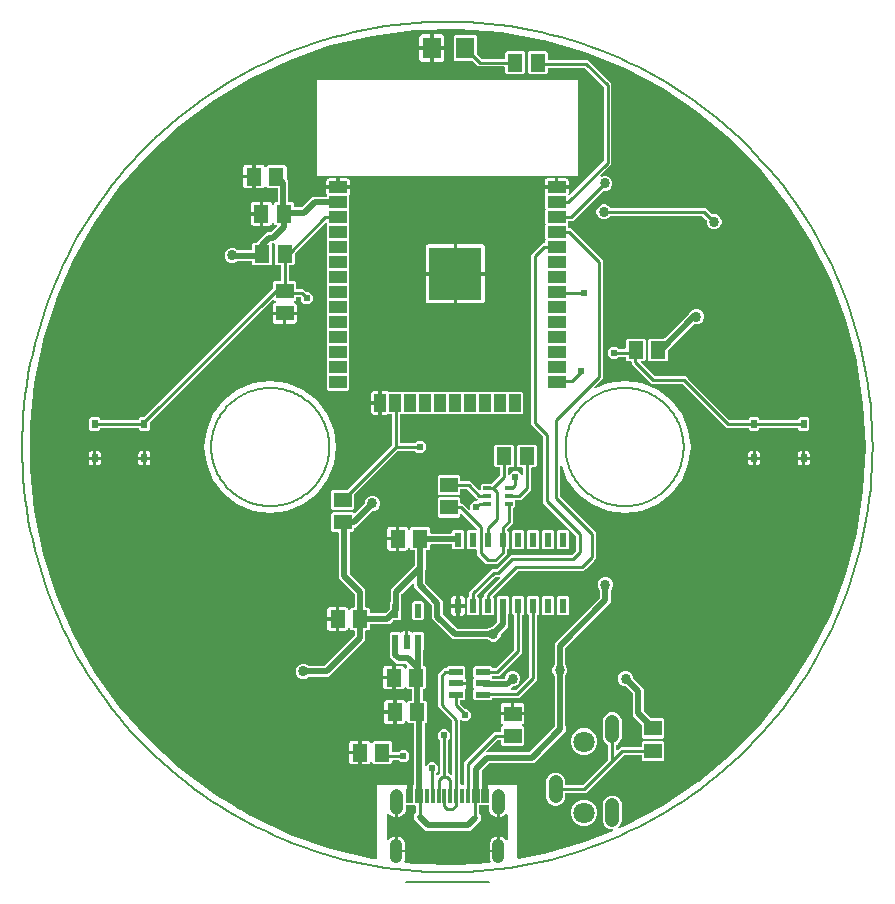
<source format=gtl>
G04 EAGLE Gerber RS-274X export*
G75*
%MOMM*%
%FSLAX34Y34*%
%LPD*%
%INTop Layer*%
%IPPOS*%
%AMOC8*
5,1,8,0,0,1.08239X$1,22.5*%
G01*
%ADD10C,0.152400*%
%ADD11R,1.600000X1.803000*%
%ADD12R,1.300000X1.500000*%
%ADD13R,1.500000X1.300000*%
%ADD14R,0.300000X1.150000*%
%ADD15C,0.127000*%
%ADD16C,1.000000*%
%ADD17C,1.100000*%
%ADD18R,0.600000X1.200000*%
%ADD19C,1.200000*%
%ADD20C,1.800000*%
%ADD21R,1.500000X1.000000*%
%ADD22R,1.000000X1.500000*%
%ADD23R,4.500000X4.500000*%
%ADD24R,0.660000X0.300000*%
%ADD25R,0.550000X1.200000*%
%ADD26R,0.500000X0.700000*%
%ADD27R,1.200000X0.600000*%
%ADD28C,0.254000*%
%ADD29C,0.508000*%
%ADD30C,0.863600*%
%ADD31C,0.609600*%

G36*
X300093Y11147D02*
X300093Y11147D01*
X300148Y11148D01*
X300213Y11172D01*
X300280Y11187D01*
X300327Y11215D01*
X300378Y11235D01*
X300432Y11278D01*
X300491Y11313D01*
X300527Y11355D01*
X300569Y11390D01*
X300606Y11448D01*
X300651Y11500D01*
X300671Y11551D01*
X300701Y11598D01*
X300717Y11664D01*
X300743Y11728D01*
X300751Y11805D01*
X300759Y11837D01*
X300757Y11858D01*
X300761Y11895D01*
X300761Y74239D01*
X330964Y74239D01*
X330984Y74242D01*
X331003Y74240D01*
X331105Y74262D01*
X331207Y74279D01*
X331224Y74288D01*
X331244Y74292D01*
X331333Y74345D01*
X331424Y74394D01*
X331438Y74408D01*
X331455Y74418D01*
X331522Y74497D01*
X331594Y74572D01*
X331602Y74590D01*
X331615Y74605D01*
X331654Y74701D01*
X331697Y74795D01*
X331699Y74815D01*
X331707Y74833D01*
X331725Y75000D01*
X331725Y125476D01*
X331722Y125496D01*
X331724Y125515D01*
X331702Y125617D01*
X331686Y125719D01*
X331676Y125736D01*
X331672Y125756D01*
X331619Y125845D01*
X331570Y125936D01*
X331556Y125950D01*
X331546Y125967D01*
X331467Y126034D01*
X331392Y126106D01*
X331374Y126114D01*
X331359Y126127D01*
X331263Y126166D01*
X331169Y126209D01*
X331149Y126211D01*
X331131Y126219D01*
X330964Y126237D01*
X327178Y126237D01*
X325987Y127428D01*
X325987Y127477D01*
X325983Y127501D01*
X325986Y127525D01*
X325964Y127622D01*
X325948Y127720D01*
X325936Y127741D01*
X325931Y127765D01*
X325879Y127850D01*
X325832Y127937D01*
X325815Y127954D01*
X325802Y127974D01*
X325726Y128038D01*
X325654Y128107D01*
X325632Y128117D01*
X325614Y128132D01*
X325521Y128168D01*
X325431Y128210D01*
X325407Y128213D01*
X325385Y128222D01*
X325285Y128226D01*
X325187Y128237D01*
X325163Y128232D01*
X325139Y128233D01*
X325044Y128206D01*
X324946Y128185D01*
X324925Y128173D01*
X324902Y128166D01*
X324821Y128110D01*
X324735Y128059D01*
X324719Y128041D01*
X324700Y128027D01*
X324640Y127948D01*
X324575Y127872D01*
X324566Y127850D01*
X324552Y127830D01*
X324491Y127674D01*
X324388Y127289D01*
X324053Y126710D01*
X323580Y126237D01*
X323001Y125902D01*
X322354Y125729D01*
X317043Y125729D01*
X317043Y135008D01*
X317040Y135028D01*
X317042Y135047D01*
X317020Y135149D01*
X317003Y135251D01*
X316994Y135268D01*
X316990Y135288D01*
X316937Y135377D01*
X316888Y135468D01*
X316874Y135482D01*
X316864Y135499D01*
X316785Y135566D01*
X316710Y135637D01*
X316692Y135646D01*
X316677Y135659D01*
X316581Y135698D01*
X316487Y135741D01*
X316467Y135743D01*
X316449Y135751D01*
X316282Y135769D01*
X315519Y135769D01*
X315519Y135771D01*
X316282Y135771D01*
X316302Y135774D01*
X316321Y135772D01*
X316423Y135794D01*
X316525Y135811D01*
X316542Y135820D01*
X316562Y135824D01*
X316651Y135877D01*
X316742Y135926D01*
X316756Y135940D01*
X316773Y135950D01*
X316840Y136029D01*
X316911Y136104D01*
X316920Y136122D01*
X316933Y136137D01*
X316972Y136233D01*
X317015Y136327D01*
X317017Y136347D01*
X317025Y136365D01*
X317043Y136532D01*
X317043Y145811D01*
X322354Y145811D01*
X323001Y145638D01*
X323580Y145303D01*
X324053Y144830D01*
X324388Y144251D01*
X324491Y143866D01*
X324501Y143844D01*
X324505Y143820D01*
X324551Y143732D01*
X324592Y143642D01*
X324608Y143624D01*
X324620Y143603D01*
X324692Y143534D01*
X324759Y143461D01*
X324780Y143450D01*
X324798Y143433D01*
X324888Y143391D01*
X324975Y143344D01*
X324999Y143340D01*
X325021Y143330D01*
X325120Y143319D01*
X325218Y143302D01*
X325242Y143305D01*
X325265Y143303D01*
X325362Y143324D01*
X325461Y143339D01*
X325482Y143350D01*
X325506Y143355D01*
X325591Y143406D01*
X325680Y143451D01*
X325696Y143469D01*
X325717Y143481D01*
X325782Y143557D01*
X325851Y143628D01*
X325861Y143650D01*
X325877Y143668D01*
X325914Y143760D01*
X325957Y143850D01*
X325960Y143874D01*
X325969Y143896D01*
X325987Y144063D01*
X325987Y144112D01*
X327178Y145303D01*
X329186Y145303D01*
X329206Y145306D01*
X329225Y145304D01*
X329327Y145326D01*
X329429Y145342D01*
X329446Y145352D01*
X329466Y145356D01*
X329555Y145409D01*
X329646Y145458D01*
X329660Y145472D01*
X329677Y145482D01*
X329744Y145561D01*
X329816Y145636D01*
X329824Y145654D01*
X329837Y145669D01*
X329876Y145765D01*
X329919Y145859D01*
X329921Y145879D01*
X329929Y145897D01*
X329947Y146064D01*
X329947Y154508D01*
X329944Y154528D01*
X329946Y154547D01*
X329924Y154649D01*
X329908Y154751D01*
X329898Y154768D01*
X329894Y154788D01*
X329841Y154877D01*
X329792Y154968D01*
X329778Y154982D01*
X329768Y154999D01*
X329689Y155066D01*
X329614Y155138D01*
X329596Y155146D01*
X329581Y155159D01*
X329485Y155198D01*
X329391Y155241D01*
X329371Y155243D01*
X329353Y155251D01*
X329186Y155269D01*
X326386Y155269D01*
X325195Y156460D01*
X325195Y156509D01*
X325191Y156533D01*
X325194Y156557D01*
X325172Y156654D01*
X325156Y156752D01*
X325144Y156773D01*
X325139Y156797D01*
X325087Y156882D01*
X325040Y156969D01*
X325023Y156986D01*
X325010Y157007D01*
X324934Y157070D01*
X324862Y157139D01*
X324840Y157149D01*
X324822Y157164D01*
X324729Y157200D01*
X324639Y157242D01*
X324615Y157245D01*
X324593Y157254D01*
X324493Y157258D01*
X324395Y157269D01*
X324371Y157264D01*
X324347Y157265D01*
X324251Y157238D01*
X324154Y157217D01*
X324133Y157205D01*
X324110Y157198D01*
X324028Y157142D01*
X323943Y157091D01*
X323927Y157073D01*
X323908Y157059D01*
X323848Y156980D01*
X323783Y156904D01*
X323774Y156882D01*
X323760Y156862D01*
X323699Y156706D01*
X323596Y156321D01*
X323261Y155742D01*
X322788Y155269D01*
X322209Y154934D01*
X321562Y154761D01*
X316251Y154761D01*
X316251Y164040D01*
X316248Y164060D01*
X316250Y164079D01*
X316228Y164181D01*
X316211Y164283D01*
X316202Y164300D01*
X316198Y164320D01*
X316145Y164409D01*
X316096Y164500D01*
X316082Y164514D01*
X316072Y164531D01*
X315993Y164598D01*
X315918Y164669D01*
X315900Y164678D01*
X315885Y164691D01*
X315789Y164730D01*
X315695Y164773D01*
X315675Y164775D01*
X315657Y164783D01*
X315490Y164801D01*
X314727Y164801D01*
X314727Y164803D01*
X315490Y164803D01*
X315510Y164806D01*
X315529Y164804D01*
X315631Y164826D01*
X315733Y164843D01*
X315750Y164852D01*
X315770Y164856D01*
X315859Y164909D01*
X315950Y164958D01*
X315964Y164972D01*
X315981Y164982D01*
X316048Y165061D01*
X316119Y165136D01*
X316128Y165154D01*
X316141Y165169D01*
X316180Y165265D01*
X316223Y165359D01*
X316225Y165379D01*
X316233Y165397D01*
X316251Y165564D01*
X316251Y174843D01*
X321562Y174843D01*
X322209Y174670D01*
X322788Y174335D01*
X323261Y173862D01*
X323596Y173283D01*
X323699Y172898D01*
X323709Y172876D01*
X323713Y172852D01*
X323759Y172764D01*
X323800Y172674D01*
X323816Y172656D01*
X323828Y172635D01*
X323899Y172566D01*
X323967Y172493D01*
X323988Y172482D01*
X324006Y172465D01*
X324096Y172423D01*
X324183Y172376D01*
X324207Y172372D01*
X324229Y172362D01*
X324328Y172351D01*
X324426Y172334D01*
X324450Y172337D01*
X324473Y172335D01*
X324570Y172356D01*
X324669Y172371D01*
X324690Y172382D01*
X324714Y172387D01*
X324799Y172438D01*
X324888Y172483D01*
X324904Y172501D01*
X324925Y172513D01*
X324990Y172589D01*
X325059Y172660D01*
X325069Y172682D01*
X325085Y172700D01*
X325122Y172792D01*
X325165Y172882D01*
X325168Y172906D01*
X325177Y172928D01*
X325195Y173095D01*
X325195Y173144D01*
X326000Y173949D01*
X326012Y173965D01*
X326027Y173977D01*
X326083Y174065D01*
X326143Y174148D01*
X326149Y174167D01*
X326160Y174184D01*
X326185Y174285D01*
X326216Y174383D01*
X326215Y174403D01*
X326220Y174423D01*
X326212Y174526D01*
X326209Y174629D01*
X326203Y174648D01*
X326201Y174668D01*
X326161Y174763D01*
X326125Y174860D01*
X326113Y174876D01*
X326105Y174894D01*
X326000Y175025D01*
X324719Y176306D01*
X324645Y176359D01*
X324575Y176419D01*
X324545Y176431D01*
X324519Y176450D01*
X324432Y176477D01*
X324347Y176511D01*
X324306Y176515D01*
X324284Y176522D01*
X324252Y176521D01*
X324181Y176529D01*
X316876Y176529D01*
X313974Y179431D01*
X311461Y181944D01*
X311461Y187978D01*
X311447Y188068D01*
X311439Y188159D01*
X311427Y188188D01*
X311422Y188220D01*
X311379Y188301D01*
X311343Y188385D01*
X311317Y188417D01*
X311306Y188438D01*
X311283Y188460D01*
X311251Y188500D01*
X311251Y202187D01*
X312442Y203378D01*
X319626Y203378D01*
X319886Y203117D01*
X319903Y203106D01*
X319915Y203090D01*
X320002Y203034D01*
X320086Y202974D01*
X320105Y202968D01*
X320122Y202957D01*
X320222Y202932D01*
X320321Y202901D01*
X320341Y202902D01*
X320361Y202897D01*
X320464Y202905D01*
X320567Y202908D01*
X320586Y202915D01*
X320606Y202916D01*
X320701Y202957D01*
X320798Y202992D01*
X320814Y203005D01*
X320832Y203012D01*
X320963Y203117D01*
X321224Y203378D01*
X321803Y203713D01*
X322450Y203886D01*
X324160Y203886D01*
X324160Y195958D01*
X324163Y195939D01*
X324161Y195919D01*
X324183Y195817D01*
X324199Y195715D01*
X324209Y195698D01*
X324213Y195678D01*
X324266Y195589D01*
X324315Y195498D01*
X324329Y195484D01*
X324339Y195467D01*
X324418Y195400D01*
X324493Y195329D01*
X324511Y195320D01*
X324526Y195307D01*
X324622Y195269D01*
X324716Y195225D01*
X324736Y195223D01*
X324754Y195215D01*
X324921Y195197D01*
X326147Y195197D01*
X326167Y195200D01*
X326186Y195198D01*
X326288Y195220D01*
X326390Y195237D01*
X326407Y195246D01*
X326427Y195250D01*
X326516Y195303D01*
X326607Y195352D01*
X326621Y195366D01*
X326638Y195376D01*
X326705Y195455D01*
X326777Y195530D01*
X326785Y195548D01*
X326798Y195563D01*
X326836Y195659D01*
X326880Y195753D01*
X326882Y195773D01*
X326890Y195791D01*
X326908Y195958D01*
X326908Y203886D01*
X328618Y203886D01*
X329265Y203713D01*
X329844Y203378D01*
X330105Y203117D01*
X330121Y203106D01*
X330134Y203090D01*
X330221Y203034D01*
X330305Y202974D01*
X330324Y202968D01*
X330340Y202957D01*
X330441Y202932D01*
X330540Y202901D01*
X330560Y202902D01*
X330579Y202897D01*
X330682Y202905D01*
X330786Y202908D01*
X330804Y202915D01*
X330824Y202916D01*
X330919Y202957D01*
X331017Y202992D01*
X331032Y203005D01*
X331051Y203012D01*
X331182Y203117D01*
X331442Y203378D01*
X338626Y203378D01*
X339817Y202187D01*
X339817Y188503D01*
X339794Y188480D01*
X339740Y188406D01*
X339681Y188337D01*
X339669Y188306D01*
X339650Y188280D01*
X339623Y188193D01*
X339589Y188108D01*
X339585Y188067D01*
X339578Y188045D01*
X339579Y188013D01*
X339571Y187942D01*
X339571Y179208D01*
X339540Y179177D01*
X339487Y179103D01*
X339427Y179033D01*
X339415Y179003D01*
X339396Y178977D01*
X339369Y178890D01*
X339335Y178805D01*
X339331Y178764D01*
X339324Y178742D01*
X339325Y178710D01*
X339317Y178639D01*
X339317Y175096D01*
X339320Y175076D01*
X339318Y175057D01*
X339340Y174955D01*
X339356Y174853D01*
X339366Y174836D01*
X339370Y174816D01*
X339423Y174727D01*
X339472Y174636D01*
X339486Y174622D01*
X339496Y174605D01*
X339575Y174538D01*
X339650Y174466D01*
X339668Y174458D01*
X339683Y174445D01*
X339779Y174406D01*
X339873Y174363D01*
X339893Y174361D01*
X339911Y174353D01*
X340078Y174335D01*
X341070Y174335D01*
X342261Y173144D01*
X342261Y156460D01*
X341070Y155269D01*
X339854Y155269D01*
X339834Y155266D01*
X339815Y155268D01*
X339713Y155246D01*
X339611Y155230D01*
X339594Y155220D01*
X339574Y155216D01*
X339485Y155163D01*
X339394Y155114D01*
X339380Y155100D01*
X339363Y155090D01*
X339296Y155011D01*
X339224Y154936D01*
X339216Y154918D01*
X339203Y154903D01*
X339164Y154807D01*
X339121Y154713D01*
X339119Y154693D01*
X339111Y154675D01*
X339093Y154508D01*
X339093Y146064D01*
X339096Y146044D01*
X339094Y146025D01*
X339116Y145923D01*
X339132Y145821D01*
X339142Y145804D01*
X339146Y145784D01*
X339199Y145695D01*
X339248Y145604D01*
X339262Y145590D01*
X339272Y145573D01*
X339351Y145506D01*
X339426Y145434D01*
X339444Y145426D01*
X339459Y145413D01*
X339555Y145374D01*
X339649Y145331D01*
X339669Y145329D01*
X339687Y145321D01*
X339854Y145303D01*
X341862Y145303D01*
X343053Y144112D01*
X343053Y127428D01*
X341862Y126237D01*
X341632Y126237D01*
X341612Y126234D01*
X341593Y126236D01*
X341491Y126214D01*
X341389Y126198D01*
X341372Y126188D01*
X341352Y126184D01*
X341263Y126131D01*
X341172Y126082D01*
X341158Y126068D01*
X341141Y126058D01*
X341074Y125979D01*
X341002Y125904D01*
X340994Y125886D01*
X340981Y125871D01*
X340942Y125775D01*
X340899Y125681D01*
X340897Y125661D01*
X340889Y125643D01*
X340871Y125476D01*
X340871Y90814D01*
X340882Y90743D01*
X340884Y90671D01*
X340902Y90622D01*
X340910Y90571D01*
X340944Y90508D01*
X340969Y90440D01*
X341001Y90400D01*
X341026Y90354D01*
X341078Y90304D01*
X341122Y90248D01*
X341166Y90220D01*
X341204Y90184D01*
X341269Y90154D01*
X341329Y90115D01*
X341380Y90103D01*
X341427Y90081D01*
X341498Y90073D01*
X341568Y90055D01*
X341620Y90059D01*
X341671Y90054D01*
X341742Y90069D01*
X341813Y90074D01*
X341861Y90095D01*
X341912Y90106D01*
X341973Y90143D01*
X342039Y90171D01*
X342095Y90215D01*
X342123Y90232D01*
X342138Y90250D01*
X342170Y90275D01*
X344859Y92965D01*
X349069Y92965D01*
X352045Y89989D01*
X352045Y85779D01*
X350828Y84562D01*
X350775Y84488D01*
X350715Y84419D01*
X350703Y84389D01*
X350684Y84363D01*
X350657Y84276D01*
X350623Y84191D01*
X350619Y84150D01*
X350612Y84128D01*
X350613Y84095D01*
X350605Y84024D01*
X350605Y82793D01*
X350616Y82723D01*
X350618Y82651D01*
X350636Y82602D01*
X350644Y82551D01*
X350678Y82487D01*
X350703Y82420D01*
X350735Y82379D01*
X350760Y82333D01*
X350812Y82284D01*
X350856Y82228D01*
X350900Y82200D01*
X350938Y82164D01*
X351003Y82134D01*
X351063Y82095D01*
X351114Y82082D01*
X351161Y82060D01*
X351232Y82052D01*
X351302Y82035D01*
X351354Y82039D01*
X351405Y82033D01*
X351476Y82048D01*
X351547Y82054D01*
X351595Y82074D01*
X351646Y82085D01*
X351707Y82122D01*
X351773Y82150D01*
X351829Y82195D01*
X351857Y82212D01*
X351872Y82229D01*
X351904Y82255D01*
X353598Y83949D01*
X353651Y84023D01*
X353711Y84092D01*
X353723Y84123D01*
X353742Y84149D01*
X353769Y84236D01*
X353803Y84321D01*
X353807Y84362D01*
X353814Y84384D01*
X353813Y84416D01*
X353821Y84487D01*
X353821Y111626D01*
X353819Y111643D01*
X353820Y111658D01*
X353806Y111724D01*
X353799Y111807D01*
X353787Y111837D01*
X353782Y111869D01*
X353770Y111892D01*
X353768Y111899D01*
X353749Y111931D01*
X353739Y111950D01*
X353703Y112033D01*
X353677Y112066D01*
X353666Y112086D01*
X353643Y112108D01*
X353598Y112164D01*
X352043Y113719D01*
X352043Y117929D01*
X355019Y120905D01*
X359229Y120905D01*
X362205Y117929D01*
X362205Y113719D01*
X360650Y112164D01*
X360597Y112091D01*
X360566Y112055D01*
X360558Y112047D01*
X360558Y112045D01*
X360537Y112021D01*
X360525Y111991D01*
X360506Y111965D01*
X360479Y111878D01*
X360476Y111869D01*
X360455Y111824D01*
X360454Y111814D01*
X360445Y111793D01*
X360441Y111752D01*
X360434Y111730D01*
X360435Y111697D01*
X360427Y111626D01*
X360427Y84836D01*
X360430Y84816D01*
X360428Y84797D01*
X360450Y84695D01*
X360466Y84593D01*
X360476Y84576D01*
X360480Y84556D01*
X360533Y84467D01*
X360582Y84376D01*
X360596Y84362D01*
X360606Y84345D01*
X360685Y84278D01*
X360760Y84206D01*
X360778Y84198D01*
X360793Y84185D01*
X360889Y84146D01*
X360983Y84103D01*
X361003Y84101D01*
X361008Y84098D01*
X362898Y82209D01*
X362956Y82167D01*
X363008Y82118D01*
X363055Y82096D01*
X363097Y82065D01*
X363166Y82044D01*
X363231Y82014D01*
X363283Y82008D01*
X363333Y81993D01*
X363404Y81995D01*
X363475Y81987D01*
X363526Y81998D01*
X363578Y81999D01*
X363646Y82024D01*
X363716Y82039D01*
X363761Y82066D01*
X363809Y82084D01*
X363865Y82129D01*
X363927Y82166D01*
X363961Y82205D01*
X364001Y82238D01*
X364040Y82298D01*
X364087Y82352D01*
X364106Y82401D01*
X364134Y82445D01*
X364152Y82514D01*
X364179Y82581D01*
X364187Y82652D01*
X364195Y82683D01*
X364193Y82706D01*
X364197Y82747D01*
X364197Y127641D01*
X364183Y127731D01*
X364175Y127822D01*
X364163Y127851D01*
X364158Y127883D01*
X364115Y127964D01*
X364079Y128048D01*
X364053Y128080D01*
X364042Y128101D01*
X364019Y128123D01*
X363974Y128179D01*
X351789Y140364D01*
X351789Y167738D01*
X356854Y172803D01*
X358206Y172803D01*
X358226Y172806D01*
X358245Y172804D01*
X358347Y172826D01*
X358449Y172842D01*
X358466Y172852D01*
X358486Y172856D01*
X358575Y172909D01*
X358666Y172958D01*
X358680Y172972D01*
X358697Y172982D01*
X358764Y173061D01*
X358836Y173136D01*
X358844Y173154D01*
X358857Y173169D01*
X358896Y173265D01*
X358900Y173275D01*
X360158Y174533D01*
X373842Y174533D01*
X375033Y173342D01*
X375033Y165658D01*
X375022Y165648D01*
X375011Y165631D01*
X374995Y165619D01*
X374939Y165532D01*
X374879Y165448D01*
X374873Y165429D01*
X374862Y165412D01*
X374837Y165311D01*
X374806Y165213D01*
X374807Y165193D01*
X374802Y165173D01*
X374810Y165070D01*
X374813Y164967D01*
X374820Y164948D01*
X374821Y164928D01*
X374862Y164833D01*
X374897Y164736D01*
X374910Y164720D01*
X374917Y164702D01*
X375022Y164571D01*
X375033Y164560D01*
X375368Y163981D01*
X375541Y163334D01*
X375541Y161499D01*
X367738Y161499D01*
X367719Y161496D01*
X367699Y161498D01*
X367597Y161476D01*
X367495Y161460D01*
X367478Y161450D01*
X367458Y161446D01*
X367369Y161393D01*
X367278Y161344D01*
X367264Y161330D01*
X367247Y161320D01*
X367180Y161241D01*
X367109Y161166D01*
X367100Y161148D01*
X367087Y161133D01*
X367049Y161037D01*
X367005Y160943D01*
X367003Y160923D01*
X366995Y160905D01*
X366977Y160738D01*
X366977Y159262D01*
X366980Y159242D01*
X366978Y159222D01*
X367000Y159121D01*
X367017Y159019D01*
X367026Y159002D01*
X367030Y158982D01*
X367083Y158893D01*
X367132Y158802D01*
X367146Y158788D01*
X367156Y158771D01*
X367235Y158704D01*
X367310Y158632D01*
X367328Y158624D01*
X367343Y158611D01*
X367440Y158572D01*
X367533Y158529D01*
X367553Y158527D01*
X367571Y158519D01*
X367738Y158501D01*
X375541Y158501D01*
X375541Y156666D01*
X375368Y156019D01*
X375033Y155440D01*
X375022Y155429D01*
X375011Y155413D01*
X374995Y155400D01*
X374939Y155313D01*
X374879Y155229D01*
X374873Y155210D01*
X374862Y155193D01*
X374837Y155093D01*
X374806Y154994D01*
X374807Y154974D01*
X374802Y154955D01*
X374810Y154852D01*
X374813Y154749D01*
X374820Y154730D01*
X374821Y154710D01*
X374862Y154615D01*
X374897Y154517D01*
X374910Y154502D01*
X374917Y154483D01*
X375022Y154352D01*
X375033Y154342D01*
X375033Y146658D01*
X373842Y145467D01*
X371064Y145467D01*
X371044Y145464D01*
X371025Y145466D01*
X370923Y145444D01*
X370821Y145428D01*
X370804Y145418D01*
X370784Y145414D01*
X370695Y145361D01*
X370604Y145312D01*
X370590Y145298D01*
X370573Y145288D01*
X370506Y145209D01*
X370434Y145134D01*
X370426Y145116D01*
X370413Y145101D01*
X370374Y145005D01*
X370331Y144911D01*
X370329Y144891D01*
X370321Y144873D01*
X370303Y144706D01*
X370303Y143293D01*
X370317Y143203D01*
X370325Y143112D01*
X370337Y143083D01*
X370342Y143051D01*
X370385Y142970D01*
X370421Y142886D01*
X370447Y142854D01*
X370458Y142833D01*
X370481Y142811D01*
X370526Y142755D01*
X374881Y138400D01*
X374955Y138347D01*
X375024Y138287D01*
X375055Y138275D01*
X375081Y138256D01*
X375168Y138229D01*
X375253Y138195D01*
X375294Y138191D01*
X375316Y138184D01*
X375348Y138185D01*
X375419Y138177D01*
X377009Y138177D01*
X379985Y135201D01*
X379985Y130991D01*
X377009Y128015D01*
X372799Y128015D01*
X372102Y128713D01*
X372044Y128754D01*
X371992Y128804D01*
X371945Y128826D01*
X371903Y128856D01*
X371834Y128877D01*
X371769Y128907D01*
X371717Y128913D01*
X371667Y128928D01*
X371596Y128927D01*
X371525Y128934D01*
X371474Y128923D01*
X371422Y128922D01*
X371354Y128897D01*
X371284Y128882D01*
X371239Y128855D01*
X371191Y128838D01*
X371135Y128793D01*
X371073Y128756D01*
X371039Y128716D01*
X370999Y128684D01*
X370960Y128624D01*
X370913Y128569D01*
X370894Y128521D01*
X370866Y128477D01*
X370848Y128407D01*
X370821Y128341D01*
X370813Y128270D01*
X370805Y128238D01*
X370807Y128215D01*
X370803Y128174D01*
X370803Y75000D01*
X370806Y74980D01*
X370804Y74961D01*
X370826Y74859D01*
X370842Y74757D01*
X370852Y74740D01*
X370856Y74720D01*
X370909Y74631D01*
X370958Y74540D01*
X370972Y74526D01*
X370982Y74509D01*
X371061Y74442D01*
X371136Y74371D01*
X371154Y74362D01*
X371169Y74349D01*
X371265Y74310D01*
X371359Y74267D01*
X371379Y74265D01*
X371397Y74257D01*
X371564Y74239D01*
X373380Y74239D01*
X373400Y74242D01*
X373419Y74240D01*
X373521Y74262D01*
X373623Y74279D01*
X373640Y74288D01*
X373660Y74292D01*
X373749Y74345D01*
X373840Y74394D01*
X373854Y74408D01*
X373871Y74418D01*
X373938Y74497D01*
X374010Y74572D01*
X374018Y74590D01*
X374031Y74605D01*
X374070Y74701D01*
X374113Y74795D01*
X374115Y74815D01*
X374123Y74833D01*
X374141Y75000D01*
X374141Y93316D01*
X399518Y118693D01*
X404840Y118693D01*
X404860Y118696D01*
X404879Y118694D01*
X404981Y118716D01*
X405083Y118732D01*
X405100Y118742D01*
X405120Y118746D01*
X405209Y118799D01*
X405300Y118848D01*
X405314Y118862D01*
X405331Y118872D01*
X405398Y118951D01*
X405470Y119026D01*
X405478Y119044D01*
X405491Y119059D01*
X405530Y119155D01*
X405573Y119249D01*
X405575Y119269D01*
X405583Y119287D01*
X405601Y119454D01*
X405601Y122732D01*
X406792Y123923D01*
X406841Y123923D01*
X406865Y123927D01*
X406889Y123924D01*
X406986Y123946D01*
X407084Y123962D01*
X407105Y123974D01*
X407129Y123979D01*
X407214Y124031D01*
X407301Y124078D01*
X407318Y124095D01*
X407338Y124108D01*
X407402Y124184D01*
X407471Y124256D01*
X407481Y124278D01*
X407496Y124296D01*
X407532Y124389D01*
X407574Y124479D01*
X407577Y124503D01*
X407586Y124525D01*
X407590Y124625D01*
X407601Y124723D01*
X407596Y124747D01*
X407597Y124771D01*
X407570Y124866D01*
X407549Y124964D01*
X407537Y124985D01*
X407530Y125008D01*
X407474Y125089D01*
X407423Y125175D01*
X407405Y125191D01*
X407391Y125210D01*
X407312Y125270D01*
X407236Y125335D01*
X407214Y125344D01*
X407194Y125358D01*
X407038Y125419D01*
X406653Y125522D01*
X406074Y125857D01*
X405601Y126330D01*
X405266Y126909D01*
X405093Y127556D01*
X405093Y132867D01*
X414372Y132867D01*
X414392Y132870D01*
X414411Y132868D01*
X414513Y132890D01*
X414615Y132907D01*
X414632Y132916D01*
X414652Y132920D01*
X414741Y132973D01*
X414832Y133022D01*
X414846Y133036D01*
X414863Y133046D01*
X414930Y133125D01*
X415001Y133200D01*
X415010Y133218D01*
X415023Y133233D01*
X415062Y133329D01*
X415105Y133423D01*
X415107Y133443D01*
X415115Y133461D01*
X415133Y133628D01*
X415133Y134391D01*
X415135Y134391D01*
X415135Y133628D01*
X415138Y133608D01*
X415136Y133589D01*
X415158Y133487D01*
X415175Y133385D01*
X415184Y133368D01*
X415188Y133348D01*
X415241Y133259D01*
X415290Y133168D01*
X415304Y133154D01*
X415314Y133137D01*
X415393Y133070D01*
X415468Y132999D01*
X415486Y132990D01*
X415501Y132977D01*
X415597Y132938D01*
X415691Y132895D01*
X415711Y132893D01*
X415729Y132885D01*
X415896Y132867D01*
X425175Y132867D01*
X425175Y127556D01*
X425002Y126909D01*
X424667Y126330D01*
X424194Y125857D01*
X423615Y125522D01*
X423230Y125419D01*
X423208Y125409D01*
X423184Y125405D01*
X423096Y125359D01*
X423006Y125318D01*
X422988Y125302D01*
X422967Y125290D01*
X422898Y125219D01*
X422825Y125151D01*
X422814Y125130D01*
X422797Y125112D01*
X422755Y125022D01*
X422708Y124935D01*
X422704Y124911D01*
X422694Y124889D01*
X422683Y124790D01*
X422666Y124692D01*
X422669Y124668D01*
X422667Y124645D01*
X422688Y124548D01*
X422703Y124449D01*
X422714Y124428D01*
X422719Y124404D01*
X422770Y124319D01*
X422815Y124230D01*
X422833Y124214D01*
X422845Y124193D01*
X422921Y124128D01*
X422992Y124059D01*
X423014Y124049D01*
X423032Y124033D01*
X423124Y123996D01*
X423214Y123953D01*
X423238Y123950D01*
X423260Y123941D01*
X423427Y123923D01*
X423476Y123923D01*
X424667Y122732D01*
X424667Y108048D01*
X423476Y106857D01*
X406792Y106857D01*
X405601Y108048D01*
X405601Y111326D01*
X405598Y111346D01*
X405600Y111365D01*
X405578Y111467D01*
X405562Y111569D01*
X405552Y111586D01*
X405548Y111606D01*
X405495Y111695D01*
X405446Y111786D01*
X405432Y111800D01*
X405422Y111817D01*
X405343Y111884D01*
X405268Y111956D01*
X405250Y111964D01*
X405235Y111977D01*
X405139Y112016D01*
X405045Y112059D01*
X405025Y112061D01*
X405007Y112069D01*
X404840Y112087D01*
X402569Y112087D01*
X402479Y112073D01*
X402388Y112065D01*
X402359Y112053D01*
X402327Y112048D01*
X402246Y112005D01*
X402162Y111969D01*
X402130Y111943D01*
X402109Y111932D01*
X402087Y111909D01*
X402031Y111864D01*
X393067Y102900D01*
X393025Y102842D01*
X392976Y102790D01*
X392954Y102743D01*
X392923Y102701D01*
X392902Y102632D01*
X392872Y102567D01*
X392866Y102515D01*
X392851Y102465D01*
X392853Y102394D01*
X392845Y102323D01*
X392856Y102272D01*
X392857Y102220D01*
X392882Y102152D01*
X392897Y102082D01*
X392924Y102037D01*
X392942Y101989D01*
X392987Y101933D01*
X393024Y101871D01*
X393063Y101837D01*
X393096Y101797D01*
X393156Y101758D01*
X393210Y101711D01*
X393259Y101692D01*
X393303Y101664D01*
X393372Y101646D01*
X393439Y101619D01*
X393510Y101611D01*
X393541Y101603D01*
X393564Y101605D01*
X393605Y101601D01*
X429083Y101601D01*
X429173Y101615D01*
X429264Y101623D01*
X429293Y101635D01*
X429325Y101640D01*
X429406Y101683D01*
X429490Y101719D01*
X429522Y101745D01*
X429543Y101756D01*
X429565Y101779D01*
X429621Y101824D01*
X450452Y122655D01*
X450505Y122729D01*
X450565Y122799D01*
X450577Y122829D01*
X450596Y122855D01*
X450623Y122942D01*
X450657Y123027D01*
X450661Y123068D01*
X450668Y123090D01*
X450667Y123122D01*
X450675Y123193D01*
X450675Y166372D01*
X450661Y166462D01*
X450653Y166553D01*
X450641Y166583D01*
X450636Y166615D01*
X450593Y166696D01*
X450557Y166779D01*
X450531Y166812D01*
X450520Y166832D01*
X450497Y166854D01*
X450452Y166910D01*
X449864Y167499D01*
X448897Y169833D01*
X448897Y172359D01*
X449864Y174693D01*
X450452Y175282D01*
X450505Y175356D01*
X450565Y175425D01*
X450577Y175455D01*
X450596Y175481D01*
X450622Y175568D01*
X450657Y175653D01*
X450661Y175694D01*
X450668Y175716D01*
X450667Y175749D01*
X450675Y175820D01*
X450675Y193744D01*
X488980Y232049D01*
X489033Y232123D01*
X489093Y232193D01*
X489105Y232223D01*
X489124Y232249D01*
X489151Y232336D01*
X489185Y232421D01*
X489189Y232462D01*
X489196Y232484D01*
X489195Y232516D01*
X489203Y232587D01*
X489203Y238862D01*
X489189Y238952D01*
X489181Y239043D01*
X489169Y239073D01*
X489164Y239105D01*
X489121Y239186D01*
X489085Y239269D01*
X489059Y239302D01*
X489048Y239322D01*
X489025Y239344D01*
X488980Y239400D01*
X488392Y239989D01*
X487425Y242323D01*
X487425Y244849D01*
X488392Y247183D01*
X490179Y248970D01*
X492513Y249937D01*
X495039Y249937D01*
X497373Y248970D01*
X499160Y247183D01*
X500127Y244849D01*
X500127Y242323D01*
X499160Y239989D01*
X498572Y239400D01*
X498519Y239326D01*
X498459Y239257D01*
X498447Y239227D01*
X498428Y239201D01*
X498401Y239114D01*
X498367Y239029D01*
X498363Y238988D01*
X498356Y238966D01*
X498357Y238933D01*
X498349Y238862D01*
X498349Y228484D01*
X460044Y190179D01*
X459991Y190105D01*
X459931Y190035D01*
X459919Y190005D01*
X459900Y189979D01*
X459873Y189892D01*
X459839Y189807D01*
X459835Y189766D01*
X459828Y189744D01*
X459829Y189712D01*
X459821Y189641D01*
X459821Y175820D01*
X459835Y175730D01*
X459843Y175639D01*
X459855Y175609D01*
X459860Y175577D01*
X459903Y175496D01*
X459939Y175413D01*
X459965Y175380D01*
X459976Y175360D01*
X459999Y175338D01*
X460044Y175282D01*
X460632Y174693D01*
X461599Y172359D01*
X461599Y169833D01*
X460632Y167499D01*
X460044Y166910D01*
X459991Y166836D01*
X459931Y166767D01*
X459919Y166737D01*
X459900Y166711D01*
X459873Y166624D01*
X459839Y166539D01*
X459835Y166498D01*
X459828Y166476D01*
X459829Y166443D01*
X459821Y166372D01*
X459821Y124049D01*
X459835Y123959D01*
X459843Y123868D01*
X459855Y123839D01*
X459860Y123807D01*
X459903Y123726D01*
X459939Y123642D01*
X459965Y123610D01*
X459976Y123589D01*
X459999Y123567D01*
X460044Y123511D01*
X460249Y123306D01*
X460249Y119518D01*
X457347Y116616D01*
X433186Y92455D01*
X396011Y92455D01*
X395921Y92441D01*
X395830Y92433D01*
X395801Y92421D01*
X395769Y92416D01*
X395688Y92373D01*
X395604Y92337D01*
X395572Y92311D01*
X395551Y92300D01*
X395529Y92277D01*
X395473Y92232D01*
X389098Y85857D01*
X389045Y85783D01*
X388985Y85713D01*
X388973Y85683D01*
X388954Y85657D01*
X388927Y85570D01*
X388893Y85485D01*
X388889Y85444D01*
X388882Y85422D01*
X388883Y85390D01*
X388875Y85319D01*
X388875Y75000D01*
X388878Y74980D01*
X388876Y74961D01*
X388898Y74859D01*
X388914Y74757D01*
X388924Y74740D01*
X388928Y74720D01*
X388981Y74631D01*
X389030Y74540D01*
X389044Y74526D01*
X389054Y74509D01*
X389133Y74442D01*
X389208Y74371D01*
X389226Y74362D01*
X389241Y74349D01*
X389337Y74310D01*
X389431Y74267D01*
X389451Y74265D01*
X389469Y74257D01*
X389636Y74239D01*
X419239Y74239D01*
X419239Y12194D01*
X419253Y12107D01*
X419259Y12019D01*
X419273Y11986D01*
X419279Y11951D01*
X419320Y11874D01*
X419354Y11792D01*
X419377Y11765D01*
X419394Y11734D01*
X419457Y11673D01*
X419516Y11607D01*
X419546Y11589D01*
X419572Y11565D01*
X419652Y11528D01*
X419728Y11483D01*
X419763Y11476D01*
X419795Y11461D01*
X419883Y11451D01*
X419969Y11434D01*
X420015Y11437D01*
X420039Y11434D01*
X420070Y11441D01*
X420136Y11445D01*
X441307Y15303D01*
X441333Y15312D01*
X441384Y15321D01*
X476318Y25490D01*
X476343Y25502D01*
X476392Y25516D01*
X500108Y35161D01*
X500193Y35213D01*
X500281Y35260D01*
X500297Y35277D01*
X500317Y35289D01*
X500382Y35366D01*
X500450Y35438D01*
X500460Y35459D01*
X500475Y35478D01*
X500512Y35570D01*
X500554Y35661D01*
X500557Y35685D01*
X500565Y35707D01*
X500570Y35806D01*
X500581Y35905D01*
X500576Y35929D01*
X500577Y35952D01*
X500550Y36048D01*
X500529Y36146D01*
X500517Y36166D01*
X500510Y36189D01*
X500454Y36271D01*
X500403Y36357D01*
X500385Y36372D01*
X500371Y36392D01*
X500292Y36452D01*
X500216Y36517D01*
X500194Y36526D01*
X500175Y36540D01*
X500080Y36571D01*
X499987Y36609D01*
X499958Y36612D01*
X499941Y36618D01*
X499909Y36618D01*
X499821Y36627D01*
X497982Y36627D01*
X495030Y37850D01*
X492770Y40110D01*
X491547Y43062D01*
X491547Y58258D01*
X492770Y61210D01*
X495030Y63470D01*
X497982Y64693D01*
X501178Y64693D01*
X504130Y63470D01*
X506390Y61210D01*
X507613Y58258D01*
X507613Y43062D01*
X506390Y40110D01*
X505016Y38736D01*
X504961Y38659D01*
X504900Y38586D01*
X504889Y38560D01*
X504873Y38536D01*
X504845Y38446D01*
X504810Y38357D01*
X504809Y38329D01*
X504800Y38301D01*
X504803Y38206D01*
X504798Y38112D01*
X504806Y38084D01*
X504807Y38055D01*
X504839Y37966D01*
X504865Y37875D01*
X504881Y37851D01*
X504891Y37824D01*
X504950Y37750D01*
X505004Y37672D01*
X505027Y37655D01*
X505045Y37632D01*
X505125Y37581D01*
X505200Y37524D01*
X505227Y37515D01*
X505252Y37499D01*
X505344Y37476D01*
X505434Y37446D01*
X505462Y37446D01*
X505490Y37439D01*
X505585Y37447D01*
X505680Y37447D01*
X505714Y37457D01*
X505735Y37458D01*
X505766Y37471D01*
X505841Y37493D01*
X510096Y39223D01*
X510120Y39237D01*
X510167Y39256D01*
X542284Y56356D01*
X542305Y56373D01*
X542351Y56397D01*
X572538Y76708D01*
X572558Y76727D01*
X572601Y76755D01*
X600540Y100063D01*
X600558Y100084D01*
X600598Y100117D01*
X625992Y126174D01*
X626008Y126196D01*
X626044Y126232D01*
X648625Y154762D01*
X648638Y154786D01*
X648670Y154826D01*
X668198Y185527D01*
X668208Y185552D01*
X668236Y185595D01*
X684504Y218141D01*
X684512Y218167D01*
X684535Y218213D01*
X697370Y252259D01*
X697375Y252285D01*
X697394Y252333D01*
X706660Y287518D01*
X706662Y287546D01*
X706676Y287595D01*
X712275Y323546D01*
X712275Y323573D01*
X712283Y323624D01*
X714156Y359961D01*
X714153Y359988D01*
X714156Y360039D01*
X712283Y396376D01*
X712277Y396402D01*
X712275Y396454D01*
X706676Y432405D01*
X706667Y432431D01*
X706660Y432482D01*
X697394Y467667D01*
X697383Y467692D01*
X697370Y467742D01*
X684535Y501787D01*
X684521Y501811D01*
X684504Y501859D01*
X668236Y534405D01*
X668220Y534427D01*
X668198Y534473D01*
X648670Y565174D01*
X648652Y565194D01*
X648625Y565238D01*
X626044Y593768D01*
X626024Y593786D01*
X625992Y593826D01*
X600598Y619883D01*
X600576Y619900D01*
X600540Y619937D01*
X572601Y643245D01*
X572577Y643258D01*
X572538Y643292D01*
X542351Y663603D01*
X542326Y663615D01*
X542283Y663644D01*
X510167Y680744D01*
X510142Y680752D01*
X510096Y680777D01*
X476392Y694484D01*
X476366Y694490D01*
X476318Y694510D01*
X441383Y704679D01*
X441356Y704682D01*
X441307Y704697D01*
X405512Y711220D01*
X405485Y711220D01*
X405434Y711230D01*
X369158Y714038D01*
X369131Y714036D01*
X369080Y714040D01*
X332707Y713103D01*
X332680Y713098D01*
X332629Y713097D01*
X296545Y708425D01*
X296519Y708417D01*
X296468Y708411D01*
X261056Y700054D01*
X261031Y700044D01*
X260981Y700032D01*
X226616Y688078D01*
X226592Y688065D01*
X226543Y688049D01*
X193589Y672625D01*
X193567Y672609D01*
X193520Y672588D01*
X162327Y653857D01*
X162306Y653840D01*
X162262Y653813D01*
X133160Y631975D01*
X133141Y631955D01*
X133100Y631925D01*
X106398Y607209D01*
X106381Y607188D01*
X106343Y607153D01*
X82323Y579823D01*
X82309Y579800D01*
X82275Y579762D01*
X61193Y550107D01*
X61181Y550083D01*
X61151Y550041D01*
X43229Y518376D01*
X43220Y518350D01*
X43194Y518306D01*
X28624Y484966D01*
X28617Y484940D01*
X28596Y484893D01*
X17531Y450231D01*
X17527Y450204D01*
X17511Y450155D01*
X10069Y414540D01*
X10067Y414513D01*
X10056Y414463D01*
X6315Y378271D01*
X6317Y378243D01*
X6311Y378192D01*
X6311Y341808D01*
X6316Y341781D01*
X6315Y341729D01*
X10056Y305537D01*
X10064Y305511D01*
X10069Y305460D01*
X17511Y269845D01*
X17521Y269819D01*
X17531Y269769D01*
X28596Y235107D01*
X28609Y235083D01*
X28624Y235034D01*
X43194Y201694D01*
X43209Y201671D01*
X43229Y201624D01*
X61151Y169959D01*
X61168Y169938D01*
X61193Y169893D01*
X82275Y140238D01*
X82294Y140219D01*
X82323Y140177D01*
X106343Y112847D01*
X106364Y112829D01*
X106398Y112791D01*
X133100Y88075D01*
X133123Y88060D01*
X133160Y88025D01*
X162262Y66187D01*
X162286Y66174D01*
X162327Y66143D01*
X165010Y64532D01*
X166278Y63771D01*
X166278Y63770D01*
X167545Y63009D01*
X167546Y63009D01*
X168813Y62248D01*
X173884Y59203D01*
X175152Y58442D01*
X176420Y57681D01*
X176420Y57680D01*
X181491Y54636D01*
X181491Y54635D01*
X182759Y53874D01*
X184026Y53113D01*
X185294Y52352D01*
X190365Y49307D01*
X191633Y48546D01*
X191633Y48545D01*
X192901Y47784D01*
X193520Y47412D01*
X193546Y47402D01*
X193589Y47375D01*
X226543Y31951D01*
X226569Y31944D01*
X226616Y31922D01*
X260981Y19968D01*
X261008Y19963D01*
X261056Y19946D01*
X296468Y11589D01*
X296495Y11587D01*
X296545Y11575D01*
X299902Y11140D01*
X299971Y11142D01*
X300039Y11135D01*
X300093Y11147D01*
G37*
%LPC*%
G36*
X377848Y217507D02*
X377848Y217507D01*
X376657Y218698D01*
X376657Y232382D01*
X377900Y233625D01*
X377906Y233626D01*
X377995Y233679D01*
X378086Y233728D01*
X378100Y233742D01*
X378117Y233752D01*
X378184Y233831D01*
X378256Y233906D01*
X378264Y233924D01*
X378277Y233939D01*
X378316Y234035D01*
X378359Y234129D01*
X378361Y234149D01*
X378369Y234167D01*
X378387Y234334D01*
X378387Y237516D01*
X397666Y256795D01*
X401415Y256795D01*
X401505Y256809D01*
X401596Y256817D01*
X401625Y256829D01*
X401657Y256834D01*
X401738Y256877D01*
X401822Y256913D01*
X401854Y256939D01*
X401875Y256950D01*
X401897Y256973D01*
X401953Y257018D01*
X413668Y268733D01*
X464915Y268733D01*
X465005Y268747D01*
X465096Y268755D01*
X465125Y268767D01*
X465157Y268772D01*
X465238Y268815D01*
X465322Y268851D01*
X465354Y268877D01*
X465375Y268888D01*
X465397Y268911D01*
X465453Y268956D01*
X468914Y272417D01*
X468967Y272491D01*
X469027Y272560D01*
X469039Y272591D01*
X469058Y272617D01*
X469085Y272704D01*
X469119Y272789D01*
X469123Y272830D01*
X469130Y272852D01*
X469129Y272884D01*
X469137Y272955D01*
X469137Y284321D01*
X469123Y284411D01*
X469115Y284502D01*
X469103Y284531D01*
X469098Y284563D01*
X469055Y284644D01*
X469019Y284728D01*
X468993Y284760D01*
X468982Y284781D01*
X468959Y284803D01*
X468914Y284859D01*
X443355Y310418D01*
X441197Y312576D01*
X441197Y368649D01*
X441183Y368739D01*
X441175Y368830D01*
X441163Y368859D01*
X441158Y368891D01*
X441115Y368972D01*
X441079Y369056D01*
X441053Y369088D01*
X441042Y369109D01*
X441019Y369131D01*
X440974Y369187D01*
X431037Y379124D01*
X431037Y522830D01*
X440710Y532503D01*
X442206Y532503D01*
X442226Y532506D01*
X442245Y532504D01*
X442347Y532526D01*
X442449Y532542D01*
X442466Y532552D01*
X442486Y532556D01*
X442575Y532609D01*
X442666Y532658D01*
X442680Y532672D01*
X442697Y532682D01*
X442764Y532761D01*
X442836Y532836D01*
X442844Y532854D01*
X442857Y532869D01*
X442896Y532965D01*
X442939Y533059D01*
X442941Y533079D01*
X442949Y533097D01*
X442967Y533264D01*
X442967Y535045D01*
X443020Y535127D01*
X443081Y535211D01*
X443086Y535230D01*
X443097Y535247D01*
X443122Y535347D01*
X443153Y535446D01*
X443152Y535466D01*
X443157Y535486D01*
X443149Y535589D01*
X443147Y535692D01*
X443140Y535711D01*
X443138Y535731D01*
X443098Y535826D01*
X443062Y535923D01*
X443050Y535939D01*
X443042Y535957D01*
X442967Y536050D01*
X442967Y547745D01*
X443020Y547827D01*
X443081Y547911D01*
X443086Y547930D01*
X443097Y547947D01*
X443122Y548047D01*
X443153Y548146D01*
X443152Y548166D01*
X443157Y548186D01*
X443149Y548289D01*
X443147Y548392D01*
X443140Y548411D01*
X443138Y548431D01*
X443098Y548526D01*
X443062Y548623D01*
X443050Y548639D01*
X443042Y548657D01*
X442967Y548750D01*
X442967Y560445D01*
X443020Y560527D01*
X443081Y560611D01*
X443086Y560630D01*
X443097Y560647D01*
X443122Y560747D01*
X443153Y560846D01*
X443152Y560866D01*
X443157Y560886D01*
X443149Y560989D01*
X443147Y561092D01*
X443140Y561111D01*
X443138Y561131D01*
X443098Y561226D01*
X443062Y561323D01*
X443050Y561339D01*
X443042Y561357D01*
X442967Y561450D01*
X442967Y573235D01*
X442949Y573348D01*
X442933Y573462D01*
X442929Y573472D01*
X442928Y573478D01*
X442917Y573498D01*
X442865Y573616D01*
X442632Y574019D01*
X442459Y574666D01*
X442459Y578477D01*
X451738Y578477D01*
X451758Y578480D01*
X451777Y578478D01*
X451879Y578500D01*
X451981Y578517D01*
X451998Y578526D01*
X452018Y578530D01*
X452107Y578583D01*
X452198Y578632D01*
X452212Y578646D01*
X452229Y578656D01*
X452296Y578735D01*
X452367Y578810D01*
X452376Y578828D01*
X452389Y578843D01*
X452428Y578939D01*
X452471Y579033D01*
X452473Y579053D01*
X452481Y579071D01*
X452499Y579238D01*
X452499Y580001D01*
X452501Y580001D01*
X452501Y579238D01*
X452504Y579218D01*
X452502Y579199D01*
X452524Y579097D01*
X452541Y578995D01*
X452550Y578978D01*
X452554Y578958D01*
X452607Y578869D01*
X452656Y578778D01*
X452670Y578764D01*
X452680Y578747D01*
X452759Y578680D01*
X452834Y578609D01*
X452852Y578600D01*
X452867Y578587D01*
X452963Y578548D01*
X453057Y578505D01*
X453077Y578503D01*
X453095Y578495D01*
X453262Y578477D01*
X462541Y578477D01*
X462541Y574666D01*
X462435Y574271D01*
X462430Y574223D01*
X462416Y574177D01*
X462418Y574101D01*
X462410Y574026D01*
X462421Y573979D01*
X462422Y573931D01*
X462448Y573860D01*
X462465Y573786D01*
X462490Y573745D01*
X462507Y573700D01*
X462554Y573641D01*
X462594Y573576D01*
X462631Y573546D01*
X462661Y573508D01*
X462724Y573467D01*
X462782Y573418D01*
X462827Y573401D01*
X462867Y573375D01*
X462941Y573357D01*
X463012Y573329D01*
X463059Y573327D01*
X463106Y573315D01*
X463182Y573321D01*
X463257Y573317D01*
X463303Y573330D01*
X463351Y573334D01*
X463421Y573364D01*
X463494Y573384D01*
X463533Y573412D01*
X463578Y573430D01*
X463678Y573511D01*
X463697Y573524D01*
X463701Y573529D01*
X463708Y573535D01*
X492028Y601855D01*
X492081Y601929D01*
X492141Y601998D01*
X492153Y602029D01*
X492172Y602055D01*
X492199Y602142D01*
X492233Y602227D01*
X492237Y602268D01*
X492244Y602290D01*
X492243Y602322D01*
X492251Y602393D01*
X492251Y664559D01*
X492237Y664649D01*
X492229Y664740D01*
X492217Y664769D01*
X492212Y664801D01*
X492169Y664882D01*
X492133Y664966D01*
X492107Y664998D01*
X492096Y665019D01*
X492073Y665041D01*
X492028Y665097D01*
X476121Y681004D01*
X476047Y681057D01*
X475978Y681117D01*
X475947Y681129D01*
X475921Y681148D01*
X475834Y681175D01*
X475749Y681209D01*
X475708Y681213D01*
X475686Y681220D01*
X475654Y681219D01*
X475583Y681227D01*
X445814Y681227D01*
X445794Y681224D01*
X445775Y681226D01*
X445673Y681204D01*
X445571Y681188D01*
X445554Y681178D01*
X445534Y681174D01*
X445445Y681121D01*
X445354Y681072D01*
X445340Y681058D01*
X445323Y681048D01*
X445256Y680969D01*
X445184Y680894D01*
X445176Y680876D01*
X445163Y680861D01*
X445124Y680765D01*
X445081Y680671D01*
X445079Y680651D01*
X445071Y680633D01*
X445053Y680466D01*
X445053Y677178D01*
X443862Y675987D01*
X429178Y675987D01*
X427987Y677178D01*
X427987Y693862D01*
X429178Y695053D01*
X443862Y695053D01*
X445053Y693862D01*
X445053Y688594D01*
X445056Y688574D01*
X445054Y688555D01*
X445076Y688453D01*
X445092Y688351D01*
X445102Y688334D01*
X445106Y688314D01*
X445159Y688225D01*
X445208Y688134D01*
X445222Y688120D01*
X445232Y688103D01*
X445311Y688036D01*
X445386Y687964D01*
X445404Y687956D01*
X445419Y687943D01*
X445515Y687904D01*
X445609Y687861D01*
X445629Y687859D01*
X445647Y687851D01*
X445814Y687833D01*
X478634Y687833D01*
X498857Y667610D01*
X498857Y599342D01*
X489666Y590151D01*
X489609Y590072D01*
X489547Y589997D01*
X489538Y589973D01*
X489522Y589951D01*
X489494Y589858D01*
X489459Y589767D01*
X489458Y589741D01*
X489450Y589716D01*
X489453Y589619D01*
X489448Y589522D01*
X489456Y589497D01*
X489456Y589470D01*
X489490Y589379D01*
X489517Y589286D01*
X489532Y589264D01*
X489541Y589239D01*
X489602Y589163D01*
X489657Y589083D01*
X489678Y589068D01*
X489695Y589047D01*
X489776Y588995D01*
X489855Y588937D01*
X489879Y588929D01*
X489901Y588914D01*
X489996Y588891D01*
X490088Y588860D01*
X490115Y588861D01*
X490140Y588854D01*
X490237Y588862D01*
X490334Y588863D01*
X490366Y588872D01*
X490385Y588873D01*
X490415Y588886D01*
X490496Y588910D01*
X492005Y589535D01*
X494531Y589535D01*
X496865Y588568D01*
X498652Y586781D01*
X499619Y584447D01*
X499619Y581921D01*
X498652Y579587D01*
X496865Y577800D01*
X494531Y576833D01*
X491903Y576833D01*
X491813Y576819D01*
X491722Y576811D01*
X491693Y576799D01*
X491661Y576794D01*
X491580Y576751D01*
X491496Y576715D01*
X491464Y576689D01*
X491443Y576678D01*
X491421Y576655D01*
X491365Y576610D01*
X466052Y551297D01*
X462794Y551297D01*
X462774Y551294D01*
X462755Y551296D01*
X462653Y551274D01*
X462551Y551258D01*
X462534Y551248D01*
X462514Y551244D01*
X462425Y551191D01*
X462334Y551142D01*
X462320Y551128D01*
X462303Y551118D01*
X462236Y551039D01*
X462164Y550964D01*
X462156Y550946D01*
X462143Y550931D01*
X462104Y550835D01*
X462061Y550741D01*
X462059Y550721D01*
X462051Y550703D01*
X462033Y550536D01*
X462033Y548755D01*
X461980Y548672D01*
X461919Y548589D01*
X461914Y548570D01*
X461903Y548553D01*
X461878Y548452D01*
X461847Y548353D01*
X461848Y548333D01*
X461843Y548314D01*
X461851Y548211D01*
X461853Y548108D01*
X461860Y548089D01*
X461862Y548069D01*
X461902Y547974D01*
X461938Y547877D01*
X461950Y547861D01*
X461958Y547843D01*
X462033Y547750D01*
X462033Y545964D01*
X462036Y545944D01*
X462034Y545925D01*
X462056Y545823D01*
X462072Y545721D01*
X462082Y545704D01*
X462086Y545684D01*
X462139Y545595D01*
X462188Y545504D01*
X462202Y545490D01*
X462212Y545473D01*
X462291Y545406D01*
X462366Y545334D01*
X462384Y545326D01*
X462399Y545313D01*
X462495Y545274D01*
X462589Y545231D01*
X462609Y545229D01*
X462627Y545221D01*
X462794Y545203D01*
X464292Y545203D01*
X491491Y518004D01*
X491491Y417897D01*
X489333Y415739D01*
X484561Y410968D01*
X484505Y410889D01*
X484443Y410814D01*
X484433Y410789D01*
X484418Y410768D01*
X484389Y410675D01*
X484354Y410584D01*
X484353Y410558D01*
X484346Y410533D01*
X484348Y410436D01*
X484344Y410338D01*
X484351Y410313D01*
X484352Y410287D01*
X484385Y410195D01*
X484413Y410102D01*
X484427Y410081D01*
X484436Y410056D01*
X484497Y409980D01*
X484553Y409900D01*
X484574Y409884D01*
X484590Y409864D01*
X484672Y409811D01*
X484750Y409753D01*
X484775Y409745D01*
X484797Y409731D01*
X484891Y409707D01*
X484984Y409677D01*
X485010Y409677D01*
X485036Y409671D01*
X485132Y409679D01*
X485230Y409679D01*
X485261Y409689D01*
X485281Y409690D01*
X485311Y409703D01*
X485391Y409726D01*
X495548Y413934D01*
X510000Y415836D01*
X524452Y413934D01*
X537918Y408355D01*
X549482Y399482D01*
X558355Y387918D01*
X563934Y374452D01*
X565836Y360000D01*
X563934Y345548D01*
X558355Y332082D01*
X549482Y320518D01*
X537918Y311645D01*
X524452Y306066D01*
X510000Y304164D01*
X495548Y306066D01*
X482082Y311645D01*
X470518Y320518D01*
X461645Y332082D01*
X456893Y343552D01*
X456842Y343635D01*
X456796Y343721D01*
X456777Y343739D01*
X456764Y343761D01*
X456689Y343823D01*
X456618Y343890D01*
X456594Y343902D01*
X456574Y343918D01*
X456483Y343953D01*
X456395Y343994D01*
X456369Y343997D01*
X456345Y344006D01*
X456247Y344010D01*
X456151Y344021D01*
X456125Y344016D01*
X456099Y344017D01*
X456005Y343990D01*
X455910Y343969D01*
X455888Y343956D01*
X455863Y343948D01*
X455783Y343893D01*
X455699Y343843D01*
X455682Y343823D01*
X455661Y343808D01*
X455602Y343730D01*
X455539Y343656D01*
X455529Y343632D01*
X455514Y343611D01*
X455484Y343518D01*
X455447Y343428D01*
X455444Y343395D01*
X455438Y343377D01*
X455438Y343344D01*
X455429Y343261D01*
X455429Y318669D01*
X455431Y318653D01*
X455430Y318639D01*
X455444Y318575D01*
X455451Y318488D01*
X455463Y318459D01*
X455468Y318427D01*
X455481Y318402D01*
X455482Y318399D01*
X455491Y318383D01*
X455511Y318346D01*
X455547Y318262D01*
X455573Y318230D01*
X455584Y318209D01*
X455607Y318187D01*
X455652Y318131D01*
X483745Y290038D01*
X485903Y287880D01*
X485903Y265840D01*
X483745Y263682D01*
X477236Y257173D01*
X475078Y255015D01*
X420021Y255015D01*
X419931Y255001D01*
X419840Y254993D01*
X419811Y254981D01*
X419779Y254976D01*
X419698Y254933D01*
X419614Y254897D01*
X419582Y254871D01*
X419561Y254860D01*
X419539Y254837D01*
X419483Y254792D01*
X398786Y234095D01*
X398774Y234079D01*
X398759Y234067D01*
X398703Y233979D01*
X398642Y233896D01*
X398637Y233877D01*
X398626Y233860D01*
X398601Y233759D01*
X398570Y233660D01*
X398571Y233641D01*
X398566Y233621D01*
X398574Y233518D01*
X398576Y233415D01*
X398583Y233396D01*
X398585Y233376D01*
X398625Y233281D01*
X398661Y233184D01*
X398673Y233168D01*
X398681Y233150D01*
X398786Y233019D01*
X399423Y232382D01*
X399423Y218698D01*
X398232Y217507D01*
X390548Y217507D01*
X389357Y218698D01*
X389357Y232382D01*
X390600Y233625D01*
X390606Y233626D01*
X390695Y233679D01*
X390786Y233728D01*
X390800Y233742D01*
X390817Y233752D01*
X390884Y233831D01*
X390956Y233906D01*
X390964Y233924D01*
X390977Y233939D01*
X391016Y234035D01*
X391059Y234129D01*
X391061Y234149D01*
X391069Y234167D01*
X391087Y234334D01*
X391087Y235738D01*
X393245Y237896D01*
X404239Y248890D01*
X404281Y248948D01*
X404330Y249000D01*
X404352Y249047D01*
X404383Y249089D01*
X404404Y249158D01*
X404434Y249223D01*
X404440Y249275D01*
X404455Y249325D01*
X404453Y249396D01*
X404461Y249467D01*
X404450Y249518D01*
X404449Y249570D01*
X404424Y249638D01*
X404409Y249708D01*
X404382Y249752D01*
X404364Y249801D01*
X404319Y249857D01*
X404282Y249919D01*
X404243Y249953D01*
X404210Y249993D01*
X404150Y250032D01*
X404096Y250079D01*
X404047Y250098D01*
X404003Y250126D01*
X403934Y250144D01*
X403867Y250171D01*
X403796Y250179D01*
X403765Y250187D01*
X403742Y250185D01*
X403701Y250189D01*
X400717Y250189D01*
X400627Y250175D01*
X400536Y250167D01*
X400507Y250155D01*
X400475Y250150D01*
X400394Y250107D01*
X400310Y250071D01*
X400278Y250045D01*
X400257Y250034D01*
X400237Y250013D01*
X400234Y250012D01*
X400230Y250007D01*
X400179Y249966D01*
X385216Y235003D01*
X385163Y234929D01*
X385103Y234860D01*
X385091Y234829D01*
X385072Y234803D01*
X385045Y234716D01*
X385011Y234631D01*
X385007Y234590D01*
X385000Y234568D01*
X385001Y234536D01*
X384993Y234465D01*
X384993Y234334D01*
X384996Y234314D01*
X384994Y234295D01*
X385016Y234193D01*
X385032Y234091D01*
X385042Y234074D01*
X385046Y234054D01*
X385099Y233965D01*
X385148Y233874D01*
X385162Y233860D01*
X385172Y233843D01*
X385251Y233776D01*
X385326Y233704D01*
X385344Y233696D01*
X385359Y233683D01*
X385455Y233644D01*
X385465Y233640D01*
X386723Y232382D01*
X386723Y218698D01*
X385532Y217507D01*
X377848Y217507D01*
G37*
%LPD*%
%LPC*%
G36*
X249689Y589249D02*
X249689Y589249D01*
X249249Y589689D01*
X249249Y670311D01*
X249689Y670751D01*
X470311Y670751D01*
X470751Y670311D01*
X470751Y589689D01*
X470311Y589249D01*
X249689Y589249D01*
G37*
%LPD*%
%LPC*%
G36*
X195548Y306066D02*
X195548Y306066D01*
X182082Y311645D01*
X170518Y320518D01*
X161645Y332082D01*
X156066Y345548D01*
X154164Y360000D01*
X156066Y374452D01*
X161645Y387918D01*
X170518Y399482D01*
X182082Y408355D01*
X195548Y413934D01*
X210000Y415836D01*
X224452Y413934D01*
X237918Y408355D01*
X249482Y399482D01*
X258355Y387918D01*
X263934Y374452D01*
X265836Y360000D01*
X263934Y345548D01*
X258355Y332082D01*
X249482Y320518D01*
X237918Y311645D01*
X224452Y306066D01*
X210000Y304164D01*
X195548Y306066D01*
G37*
%LPD*%
%LPC*%
G36*
X58128Y373987D02*
X58128Y373987D01*
X56937Y375178D01*
X56937Y383862D01*
X58128Y385053D01*
X64812Y385053D01*
X66003Y383862D01*
X66003Y383584D01*
X66006Y383564D01*
X66004Y383545D01*
X66026Y383443D01*
X66042Y383341D01*
X66052Y383324D01*
X66056Y383304D01*
X66109Y383215D01*
X66158Y383124D01*
X66172Y383110D01*
X66182Y383093D01*
X66261Y383026D01*
X66336Y382954D01*
X66354Y382946D01*
X66369Y382933D01*
X66465Y382894D01*
X66559Y382851D01*
X66579Y382849D01*
X66597Y382841D01*
X66764Y382823D01*
X98176Y382823D01*
X98196Y382826D01*
X98215Y382824D01*
X98317Y382846D01*
X98419Y382862D01*
X98436Y382872D01*
X98456Y382876D01*
X98545Y382929D01*
X98636Y382978D01*
X98650Y382992D01*
X98667Y383002D01*
X98734Y383081D01*
X98806Y383156D01*
X98814Y383174D01*
X98827Y383189D01*
X98866Y383285D01*
X98909Y383379D01*
X98911Y383399D01*
X98919Y383417D01*
X98937Y383584D01*
X98937Y383862D01*
X100128Y385053D01*
X102477Y385053D01*
X102567Y385067D01*
X102658Y385075D01*
X102687Y385087D01*
X102719Y385092D01*
X102800Y385135D01*
X102884Y385171D01*
X102916Y385197D01*
X102937Y385208D01*
X102959Y385231D01*
X103015Y385276D01*
X212454Y494715D01*
X212507Y494789D01*
X212567Y494858D01*
X212579Y494889D01*
X212598Y494915D01*
X212625Y495002D01*
X212659Y495087D01*
X212663Y495128D01*
X212670Y495150D01*
X212669Y495182D01*
X212677Y495253D01*
X212677Y499522D01*
X213868Y500713D01*
X218146Y500713D01*
X218166Y500716D01*
X218185Y500714D01*
X218287Y500736D01*
X218389Y500752D01*
X218406Y500762D01*
X218426Y500766D01*
X218515Y500819D01*
X218606Y500868D01*
X218620Y500882D01*
X218637Y500892D01*
X218704Y500971D01*
X218776Y501046D01*
X218784Y501064D01*
X218797Y501079D01*
X218836Y501175D01*
X218879Y501269D01*
X218881Y501289D01*
X218889Y501307D01*
X218907Y501474D01*
X218907Y513346D01*
X218904Y513366D01*
X218906Y513385D01*
X218884Y513487D01*
X218868Y513589D01*
X218858Y513606D01*
X218854Y513626D01*
X218801Y513715D01*
X218752Y513806D01*
X218738Y513820D01*
X218728Y513837D01*
X218649Y513904D01*
X218574Y513976D01*
X218556Y513984D01*
X218541Y513997D01*
X218445Y514036D01*
X218351Y514079D01*
X218331Y514081D01*
X218313Y514089D01*
X218146Y514107D01*
X214808Y514107D01*
X213617Y515298D01*
X213617Y531876D01*
X213614Y531896D01*
X213616Y531915D01*
X213594Y532017D01*
X213578Y532119D01*
X213568Y532136D01*
X213564Y532156D01*
X213511Y532245D01*
X213462Y532336D01*
X213448Y532350D01*
X213438Y532367D01*
X213359Y532434D01*
X213284Y532506D01*
X213266Y532514D01*
X213251Y532527D01*
X213155Y532566D01*
X213061Y532609D01*
X213041Y532611D01*
X213023Y532619D01*
X212856Y532637D01*
X212444Y532637D01*
X212424Y532634D01*
X212405Y532636D01*
X212303Y532614D01*
X212201Y532598D01*
X212184Y532588D01*
X212164Y532584D01*
X212075Y532531D01*
X211984Y532482D01*
X211970Y532468D01*
X211953Y532458D01*
X211886Y532379D01*
X211814Y532304D01*
X211806Y532286D01*
X211793Y532271D01*
X211754Y532175D01*
X211711Y532081D01*
X211709Y532061D01*
X211701Y532043D01*
X211683Y531876D01*
X211683Y515298D01*
X210492Y514107D01*
X195808Y514107D01*
X194617Y515298D01*
X194617Y516636D01*
X194616Y516643D01*
X194616Y516646D01*
X194614Y516656D01*
X194616Y516675D01*
X194594Y516777D01*
X194578Y516879D01*
X194568Y516896D01*
X194564Y516916D01*
X194511Y517005D01*
X194462Y517096D01*
X194448Y517110D01*
X194438Y517127D01*
X194359Y517194D01*
X194284Y517266D01*
X194266Y517274D01*
X194251Y517287D01*
X194155Y517326D01*
X194061Y517369D01*
X194041Y517371D01*
X194023Y517379D01*
X193856Y517397D01*
X182270Y517397D01*
X182180Y517383D01*
X182089Y517375D01*
X182059Y517363D01*
X182027Y517358D01*
X181946Y517315D01*
X181863Y517279D01*
X181830Y517253D01*
X181810Y517242D01*
X181788Y517219D01*
X181732Y517174D01*
X181397Y516840D01*
X179063Y515873D01*
X176537Y515873D01*
X174203Y516840D01*
X172416Y518627D01*
X171449Y520961D01*
X171449Y523487D01*
X172416Y525821D01*
X174203Y527608D01*
X176537Y528575D01*
X179063Y528575D01*
X181397Y527608D01*
X182240Y526766D01*
X182314Y526713D01*
X182383Y526653D01*
X182413Y526641D01*
X182439Y526622D01*
X182526Y526595D01*
X182611Y526561D01*
X182652Y526557D01*
X182674Y526550D01*
X182707Y526551D01*
X182778Y526543D01*
X193856Y526543D01*
X193876Y526546D01*
X193895Y526544D01*
X193997Y526566D01*
X194099Y526582D01*
X194116Y526592D01*
X194136Y526596D01*
X194225Y526649D01*
X194316Y526698D01*
X194330Y526712D01*
X194347Y526722D01*
X194414Y526801D01*
X194486Y526876D01*
X194494Y526894D01*
X194507Y526909D01*
X194546Y527005D01*
X194589Y527099D01*
X194591Y527119D01*
X194599Y527137D01*
X194617Y527304D01*
X194617Y531982D01*
X195808Y533173D01*
X198477Y533173D01*
X198567Y533187D01*
X198658Y533195D01*
X198687Y533207D01*
X198719Y533212D01*
X198800Y533255D01*
X198884Y533291D01*
X198916Y533317D01*
X198937Y533328D01*
X198959Y533351D01*
X199015Y533396D01*
X201479Y535860D01*
X204500Y538881D01*
X207402Y541783D01*
X210389Y541783D01*
X210479Y541797D01*
X210570Y541805D01*
X210599Y541817D01*
X210631Y541822D01*
X210712Y541865D01*
X210796Y541901D01*
X210828Y541927D01*
X210849Y541938D01*
X210871Y541961D01*
X210927Y542006D01*
X215619Y546698D01*
X215661Y546756D01*
X215710Y546808D01*
X215732Y546855D01*
X215762Y546897D01*
X215784Y546966D01*
X215814Y547031D01*
X215820Y547083D01*
X215835Y547133D01*
X215833Y547204D01*
X215841Y547275D01*
X215830Y547326D01*
X215828Y547378D01*
X215804Y547446D01*
X215789Y547516D01*
X215762Y547560D01*
X215744Y547609D01*
X215699Y547665D01*
X215662Y547727D01*
X215623Y547761D01*
X215590Y547801D01*
X215530Y547840D01*
X215476Y547887D01*
X215427Y547906D01*
X215383Y547934D01*
X215314Y547952D01*
X215247Y547979D01*
X215176Y547987D01*
X215145Y547995D01*
X215122Y547993D01*
X215081Y547997D01*
X214248Y547997D01*
X213057Y549188D01*
X213057Y549237D01*
X213053Y549261D01*
X213056Y549285D01*
X213034Y549382D01*
X213018Y549480D01*
X213006Y549501D01*
X213001Y549525D01*
X212949Y549610D01*
X212902Y549697D01*
X212885Y549714D01*
X212872Y549735D01*
X212796Y549798D01*
X212724Y549867D01*
X212702Y549877D01*
X212684Y549892D01*
X212591Y549928D01*
X212501Y549970D01*
X212477Y549973D01*
X212455Y549982D01*
X212355Y549986D01*
X212257Y549997D01*
X212233Y549992D01*
X212209Y549993D01*
X212113Y549966D01*
X212016Y549945D01*
X211995Y549933D01*
X211972Y549926D01*
X211890Y549870D01*
X211805Y549819D01*
X211789Y549801D01*
X211770Y549787D01*
X211710Y549708D01*
X211645Y549632D01*
X211636Y549610D01*
X211622Y549590D01*
X211561Y549434D01*
X211458Y549049D01*
X211123Y548470D01*
X210650Y547997D01*
X210071Y547662D01*
X209424Y547489D01*
X204113Y547489D01*
X204113Y556768D01*
X204110Y556788D01*
X204112Y556807D01*
X204090Y556909D01*
X204073Y557011D01*
X204064Y557028D01*
X204060Y557048D01*
X204007Y557137D01*
X203958Y557228D01*
X203944Y557242D01*
X203934Y557259D01*
X203855Y557326D01*
X203780Y557397D01*
X203762Y557406D01*
X203747Y557419D01*
X203651Y557458D01*
X203557Y557501D01*
X203537Y557503D01*
X203519Y557511D01*
X203352Y557529D01*
X202589Y557529D01*
X202589Y557531D01*
X203352Y557531D01*
X203372Y557534D01*
X203391Y557532D01*
X203493Y557554D01*
X203595Y557571D01*
X203612Y557580D01*
X203632Y557584D01*
X203721Y557637D01*
X203812Y557686D01*
X203826Y557700D01*
X203843Y557710D01*
X203910Y557789D01*
X203981Y557864D01*
X203990Y557882D01*
X204003Y557897D01*
X204042Y557993D01*
X204085Y558087D01*
X204087Y558107D01*
X204095Y558125D01*
X204113Y558292D01*
X204113Y567571D01*
X209424Y567571D01*
X210071Y567398D01*
X210650Y567063D01*
X211123Y566590D01*
X211458Y566011D01*
X211561Y565626D01*
X211571Y565604D01*
X211575Y565580D01*
X211621Y565492D01*
X211662Y565402D01*
X211678Y565384D01*
X211690Y565363D01*
X211761Y565294D01*
X211829Y565221D01*
X211850Y565210D01*
X211868Y565193D01*
X211958Y565151D01*
X212045Y565104D01*
X212069Y565100D01*
X212091Y565090D01*
X212190Y565079D01*
X212288Y565062D01*
X212312Y565065D01*
X212335Y565063D01*
X212432Y565084D01*
X212531Y565099D01*
X212552Y565110D01*
X212576Y565115D01*
X212661Y565166D01*
X212750Y565211D01*
X212766Y565229D01*
X212787Y565241D01*
X212852Y565317D01*
X212921Y565388D01*
X212931Y565410D01*
X212947Y565428D01*
X212984Y565520D01*
X213027Y565610D01*
X213030Y565634D01*
X213039Y565656D01*
X213057Y565823D01*
X213057Y565872D01*
X214248Y567063D01*
X215494Y567063D01*
X215514Y567066D01*
X215533Y567064D01*
X215635Y567086D01*
X215737Y567102D01*
X215754Y567112D01*
X215774Y567116D01*
X215863Y567169D01*
X215954Y567218D01*
X215968Y567232D01*
X215985Y567242D01*
X216052Y567321D01*
X216124Y567396D01*
X216132Y567414D01*
X216145Y567429D01*
X216184Y567525D01*
X216227Y567619D01*
X216229Y567639D01*
X216237Y567657D01*
X216255Y567824D01*
X216255Y578706D01*
X216252Y578726D01*
X216254Y578745D01*
X216232Y578847D01*
X216216Y578949D01*
X216206Y578966D01*
X216202Y578986D01*
X216149Y579075D01*
X216100Y579166D01*
X216086Y579180D01*
X216076Y579197D01*
X215997Y579264D01*
X215922Y579336D01*
X215904Y579344D01*
X215889Y579357D01*
X215793Y579396D01*
X215699Y579439D01*
X215679Y579441D01*
X215661Y579449D01*
X215494Y579467D01*
X207908Y579467D01*
X206717Y580658D01*
X206717Y580707D01*
X206713Y580731D01*
X206716Y580755D01*
X206694Y580852D01*
X206678Y580950D01*
X206666Y580971D01*
X206661Y580995D01*
X206609Y581080D01*
X206562Y581167D01*
X206545Y581184D01*
X206532Y581205D01*
X206456Y581268D01*
X206384Y581337D01*
X206362Y581347D01*
X206344Y581362D01*
X206251Y581398D01*
X206161Y581440D01*
X206137Y581443D01*
X206115Y581452D01*
X206015Y581456D01*
X205917Y581467D01*
X205893Y581462D01*
X205869Y581463D01*
X205773Y581436D01*
X205676Y581415D01*
X205655Y581403D01*
X205632Y581396D01*
X205550Y581340D01*
X205465Y581289D01*
X205449Y581271D01*
X205430Y581257D01*
X205370Y581178D01*
X205305Y581102D01*
X205296Y581080D01*
X205282Y581060D01*
X205221Y580904D01*
X205118Y580519D01*
X204783Y579940D01*
X204310Y579467D01*
X203731Y579132D01*
X203084Y578959D01*
X197773Y578959D01*
X197773Y588238D01*
X197770Y588258D01*
X197772Y588277D01*
X197750Y588379D01*
X197733Y588481D01*
X197724Y588498D01*
X197720Y588518D01*
X197667Y588607D01*
X197618Y588698D01*
X197604Y588712D01*
X197594Y588729D01*
X197515Y588796D01*
X197440Y588867D01*
X197422Y588876D01*
X197407Y588889D01*
X197311Y588928D01*
X197217Y588971D01*
X197197Y588973D01*
X197179Y588981D01*
X197012Y588999D01*
X196249Y588999D01*
X196249Y589001D01*
X197012Y589001D01*
X197032Y589004D01*
X197051Y589002D01*
X197153Y589024D01*
X197255Y589041D01*
X197272Y589050D01*
X197292Y589054D01*
X197381Y589107D01*
X197472Y589156D01*
X197486Y589170D01*
X197503Y589180D01*
X197570Y589259D01*
X197641Y589334D01*
X197650Y589352D01*
X197663Y589367D01*
X197702Y589463D01*
X197745Y589557D01*
X197747Y589577D01*
X197755Y589595D01*
X197773Y589762D01*
X197773Y599041D01*
X203084Y599041D01*
X203731Y598868D01*
X204310Y598533D01*
X204783Y598060D01*
X205118Y597481D01*
X205221Y597096D01*
X205231Y597074D01*
X205235Y597050D01*
X205244Y597033D01*
X205247Y597017D01*
X205285Y596953D01*
X205322Y596872D01*
X205338Y596854D01*
X205350Y596833D01*
X205367Y596816D01*
X205373Y596805D01*
X205422Y596763D01*
X205489Y596691D01*
X205510Y596680D01*
X205528Y596663D01*
X205553Y596652D01*
X205560Y596645D01*
X205606Y596627D01*
X205618Y596621D01*
X205705Y596574D01*
X205729Y596570D01*
X205751Y596560D01*
X205782Y596556D01*
X205788Y596554D01*
X205880Y596543D01*
X205948Y596532D01*
X205972Y596535D01*
X205995Y596533D01*
X206092Y596554D01*
X206191Y596569D01*
X206212Y596580D01*
X206236Y596585D01*
X206321Y596636D01*
X206410Y596681D01*
X206426Y596699D01*
X206447Y596711D01*
X206512Y596787D01*
X206581Y596858D01*
X206591Y596880D01*
X206607Y596898D01*
X206644Y596990D01*
X206687Y597080D01*
X206688Y597089D01*
X206689Y597091D01*
X206691Y597106D01*
X206699Y597126D01*
X206717Y597293D01*
X206717Y597342D01*
X207908Y598533D01*
X222592Y598533D01*
X223783Y597342D01*
X223783Y587249D01*
X223797Y587159D01*
X223805Y587068D01*
X223817Y587039D01*
X223822Y587007D01*
X223865Y586926D01*
X223901Y586842D01*
X223927Y586810D01*
X223938Y586789D01*
X223961Y586767D01*
X224006Y586711D01*
X225401Y585316D01*
X225401Y567824D01*
X225404Y567804D01*
X225402Y567785D01*
X225424Y567683D01*
X225440Y567581D01*
X225450Y567564D01*
X225454Y567544D01*
X225507Y567455D01*
X225556Y567364D01*
X225570Y567350D01*
X225580Y567333D01*
X225659Y567266D01*
X225734Y567194D01*
X225752Y567186D01*
X225767Y567173D01*
X225863Y567134D01*
X225957Y567091D01*
X225977Y567089D01*
X225995Y567081D01*
X226162Y567063D01*
X228932Y567063D01*
X230123Y565872D01*
X230123Y563626D01*
X230126Y563606D01*
X230124Y563587D01*
X230146Y563485D01*
X230162Y563383D01*
X230172Y563366D01*
X230176Y563346D01*
X230229Y563257D01*
X230278Y563166D01*
X230292Y563152D01*
X230302Y563135D01*
X230381Y563068D01*
X230456Y562996D01*
X230474Y562988D01*
X230489Y562975D01*
X230585Y562936D01*
X230679Y562893D01*
X230699Y562891D01*
X230717Y562883D01*
X230884Y562865D01*
X236555Y562865D01*
X236645Y562879D01*
X236736Y562887D01*
X236766Y562899D01*
X236798Y562904D01*
X236878Y562947D01*
X236962Y562983D01*
X236994Y563009D01*
X237015Y563020D01*
X237037Y563043D01*
X237093Y563088D01*
X245798Y571793D01*
X257206Y571793D01*
X257226Y571796D01*
X257245Y571794D01*
X257347Y571816D01*
X257449Y571832D01*
X257466Y571842D01*
X257486Y571846D01*
X257575Y571899D01*
X257666Y571948D01*
X257680Y571962D01*
X257697Y571972D01*
X257764Y572051D01*
X257836Y572126D01*
X257844Y572144D01*
X257857Y572159D01*
X257896Y572255D01*
X257939Y572349D01*
X257941Y572369D01*
X257949Y572387D01*
X257967Y572554D01*
X257967Y573235D01*
X257949Y573348D01*
X257933Y573462D01*
X257929Y573472D01*
X257928Y573478D01*
X257917Y573498D01*
X257865Y573616D01*
X257632Y574019D01*
X257459Y574666D01*
X257459Y578477D01*
X266738Y578477D01*
X266758Y578480D01*
X266777Y578478D01*
X266879Y578500D01*
X266981Y578517D01*
X266998Y578526D01*
X267018Y578530D01*
X267107Y578583D01*
X267198Y578632D01*
X267212Y578646D01*
X267229Y578656D01*
X267296Y578735D01*
X267367Y578810D01*
X267376Y578828D01*
X267389Y578843D01*
X267428Y578939D01*
X267471Y579033D01*
X267473Y579053D01*
X267481Y579071D01*
X267499Y579238D01*
X267499Y580001D01*
X267501Y580001D01*
X267501Y579238D01*
X267504Y579218D01*
X267502Y579199D01*
X267524Y579097D01*
X267541Y578995D01*
X267550Y578978D01*
X267554Y578958D01*
X267607Y578869D01*
X267656Y578778D01*
X267670Y578764D01*
X267680Y578747D01*
X267759Y578680D01*
X267834Y578609D01*
X267852Y578600D01*
X267867Y578587D01*
X267963Y578548D01*
X268057Y578505D01*
X268077Y578503D01*
X268095Y578495D01*
X268262Y578477D01*
X277541Y578477D01*
X277541Y574665D01*
X277368Y574019D01*
X277135Y573616D01*
X277094Y573509D01*
X277051Y573402D01*
X277050Y573392D01*
X277048Y573386D01*
X277047Y573364D01*
X277033Y573235D01*
X277033Y561455D01*
X276980Y561372D01*
X276919Y561289D01*
X276914Y561270D01*
X276903Y561253D01*
X276878Y561152D01*
X276847Y561053D01*
X276848Y561033D01*
X276843Y561014D01*
X276851Y560911D01*
X276853Y560808D01*
X276860Y560789D01*
X276862Y560769D01*
X276902Y560674D01*
X276938Y560577D01*
X276950Y560561D01*
X276958Y560543D01*
X277033Y560450D01*
X277033Y548755D01*
X276980Y548672D01*
X276919Y548589D01*
X276914Y548570D01*
X276903Y548553D01*
X276878Y548452D01*
X276847Y548353D01*
X276848Y548333D01*
X276843Y548314D01*
X276851Y548211D01*
X276853Y548108D01*
X276860Y548089D01*
X276862Y548069D01*
X276902Y547974D01*
X276938Y547877D01*
X276950Y547861D01*
X276958Y547843D01*
X277033Y547750D01*
X277033Y536055D01*
X276980Y535973D01*
X276919Y535889D01*
X276914Y535870D01*
X276903Y535853D01*
X276878Y535753D01*
X276847Y535654D01*
X276848Y535634D01*
X276843Y535614D01*
X276851Y535511D01*
X276853Y535408D01*
X276860Y535389D01*
X276862Y535369D01*
X276902Y535274D01*
X276938Y535177D01*
X276950Y535161D01*
X276958Y535143D01*
X277033Y535050D01*
X277033Y523355D01*
X276980Y523273D01*
X276919Y523189D01*
X276914Y523170D01*
X276903Y523153D01*
X276878Y523053D01*
X276847Y522954D01*
X276848Y522934D01*
X276843Y522914D01*
X276851Y522811D01*
X276853Y522708D01*
X276860Y522689D01*
X276862Y522669D01*
X276902Y522574D01*
X276938Y522477D01*
X276950Y522461D01*
X276958Y522443D01*
X277033Y522350D01*
X277033Y510655D01*
X276980Y510573D01*
X276919Y510489D01*
X276914Y510470D01*
X276903Y510453D01*
X276878Y510353D01*
X276847Y510254D01*
X276848Y510234D01*
X276843Y510214D01*
X276851Y510111D01*
X276853Y510008D01*
X276860Y509989D01*
X276862Y509969D01*
X276902Y509874D01*
X276938Y509777D01*
X276950Y509761D01*
X276958Y509743D01*
X277033Y509650D01*
X277033Y497955D01*
X276980Y497873D01*
X276919Y497789D01*
X276914Y497770D01*
X276903Y497753D01*
X276878Y497653D01*
X276847Y497554D01*
X276848Y497534D01*
X276843Y497514D01*
X276851Y497411D01*
X276853Y497308D01*
X276860Y497289D01*
X276862Y497269D01*
X276902Y497174D01*
X276938Y497077D01*
X276950Y497061D01*
X276958Y497043D01*
X277033Y496950D01*
X277033Y485255D01*
X276980Y485173D01*
X276919Y485089D01*
X276914Y485070D01*
X276903Y485053D01*
X276878Y484953D01*
X276847Y484854D01*
X276848Y484834D01*
X276843Y484814D01*
X276851Y484711D01*
X276853Y484608D01*
X276860Y484589D01*
X276862Y484569D01*
X276902Y484474D01*
X276938Y484377D01*
X276950Y484361D01*
X276958Y484343D01*
X277033Y484250D01*
X277033Y472555D01*
X276980Y472473D01*
X276919Y472389D01*
X276914Y472370D01*
X276903Y472353D01*
X276878Y472253D01*
X276847Y472154D01*
X276848Y472134D01*
X276843Y472114D01*
X276851Y472011D01*
X276853Y471908D01*
X276860Y471889D01*
X276862Y471869D01*
X276902Y471774D01*
X276938Y471677D01*
X276950Y471661D01*
X276958Y471643D01*
X277033Y471550D01*
X277033Y459855D01*
X276980Y459773D01*
X276919Y459689D01*
X276914Y459670D01*
X276903Y459653D01*
X276878Y459553D01*
X276847Y459454D01*
X276848Y459434D01*
X276843Y459414D01*
X276851Y459311D01*
X276853Y459208D01*
X276860Y459189D01*
X276862Y459169D01*
X276902Y459074D01*
X276938Y458977D01*
X276950Y458961D01*
X276958Y458943D01*
X277033Y458850D01*
X277033Y447155D01*
X276980Y447073D01*
X276919Y446989D01*
X276914Y446970D01*
X276903Y446953D01*
X276878Y446853D01*
X276847Y446754D01*
X276848Y446734D01*
X276843Y446714D01*
X276851Y446611D01*
X276853Y446508D01*
X276860Y446489D01*
X276862Y446469D01*
X276902Y446374D01*
X276938Y446277D01*
X276950Y446261D01*
X276958Y446243D01*
X277033Y446150D01*
X277033Y434455D01*
X276980Y434373D01*
X276919Y434289D01*
X276914Y434270D01*
X276903Y434253D01*
X276878Y434153D01*
X276847Y434054D01*
X276848Y434034D01*
X276843Y434014D01*
X276851Y433911D01*
X276853Y433808D01*
X276860Y433789D01*
X276862Y433769D01*
X276902Y433674D01*
X276938Y433577D01*
X276950Y433561D01*
X276958Y433543D01*
X277033Y433450D01*
X277033Y421755D01*
X276980Y421673D01*
X276919Y421589D01*
X276914Y421570D01*
X276903Y421553D01*
X276878Y421453D01*
X276847Y421354D01*
X276848Y421334D01*
X276843Y421314D01*
X276851Y421211D01*
X276853Y421108D01*
X276860Y421089D01*
X276862Y421069D01*
X276902Y420974D01*
X276938Y420877D01*
X276950Y420861D01*
X276958Y420843D01*
X277033Y420750D01*
X277033Y409058D01*
X275842Y407867D01*
X259158Y407867D01*
X257967Y409058D01*
X257967Y420745D01*
X258020Y420828D01*
X258081Y420911D01*
X258086Y420930D01*
X258097Y420947D01*
X258122Y421048D01*
X258153Y421147D01*
X258152Y421167D01*
X258157Y421186D01*
X258149Y421289D01*
X258147Y421392D01*
X258140Y421411D01*
X258138Y421431D01*
X258098Y421526D01*
X258062Y421623D01*
X258050Y421639D01*
X258042Y421657D01*
X257967Y421750D01*
X257967Y433445D01*
X258020Y433528D01*
X258081Y433611D01*
X258086Y433630D01*
X258097Y433647D01*
X258122Y433748D01*
X258153Y433847D01*
X258152Y433867D01*
X258157Y433886D01*
X258149Y433989D01*
X258147Y434092D01*
X258140Y434111D01*
X258138Y434131D01*
X258098Y434226D01*
X258062Y434323D01*
X258050Y434339D01*
X258042Y434357D01*
X257967Y434450D01*
X257967Y446145D01*
X258020Y446228D01*
X258081Y446311D01*
X258086Y446330D01*
X258097Y446347D01*
X258122Y446448D01*
X258153Y446547D01*
X258152Y446567D01*
X258157Y446586D01*
X258149Y446689D01*
X258147Y446792D01*
X258140Y446811D01*
X258138Y446831D01*
X258098Y446926D01*
X258062Y447023D01*
X258050Y447039D01*
X258042Y447057D01*
X257967Y447150D01*
X257967Y458845D01*
X258020Y458928D01*
X258081Y459011D01*
X258086Y459030D01*
X258097Y459047D01*
X258122Y459148D01*
X258153Y459247D01*
X258152Y459267D01*
X258157Y459286D01*
X258149Y459389D01*
X258147Y459492D01*
X258140Y459511D01*
X258138Y459531D01*
X258098Y459626D01*
X258062Y459723D01*
X258050Y459739D01*
X258042Y459757D01*
X257967Y459850D01*
X257967Y471545D01*
X258020Y471628D01*
X258081Y471711D01*
X258086Y471730D01*
X258097Y471747D01*
X258122Y471848D01*
X258153Y471947D01*
X258152Y471967D01*
X258157Y471986D01*
X258149Y472089D01*
X258147Y472192D01*
X258140Y472211D01*
X258138Y472231D01*
X258098Y472326D01*
X258062Y472423D01*
X258050Y472439D01*
X258042Y472457D01*
X257967Y472550D01*
X257967Y484245D01*
X258020Y484328D01*
X258081Y484411D01*
X258086Y484430D01*
X258097Y484447D01*
X258122Y484548D01*
X258153Y484647D01*
X258152Y484667D01*
X258157Y484686D01*
X258149Y484789D01*
X258147Y484892D01*
X258140Y484911D01*
X258138Y484931D01*
X258098Y485026D01*
X258062Y485123D01*
X258050Y485139D01*
X258042Y485157D01*
X257967Y485250D01*
X257967Y496945D01*
X258020Y497028D01*
X258081Y497111D01*
X258086Y497130D01*
X258097Y497147D01*
X258122Y497248D01*
X258153Y497347D01*
X258152Y497367D01*
X258157Y497386D01*
X258149Y497489D01*
X258147Y497592D01*
X258140Y497611D01*
X258138Y497631D01*
X258098Y497726D01*
X258062Y497823D01*
X258050Y497839D01*
X258042Y497857D01*
X257967Y497950D01*
X257967Y509645D01*
X258020Y509728D01*
X258081Y509811D01*
X258086Y509830D01*
X258097Y509847D01*
X258122Y509948D01*
X258153Y510047D01*
X258152Y510067D01*
X258157Y510086D01*
X258149Y510189D01*
X258147Y510292D01*
X258140Y510311D01*
X258138Y510331D01*
X258098Y510426D01*
X258062Y510523D01*
X258050Y510539D01*
X258042Y510557D01*
X257967Y510650D01*
X257967Y522345D01*
X258020Y522428D01*
X258081Y522511D01*
X258086Y522530D01*
X258097Y522547D01*
X258122Y522648D01*
X258153Y522747D01*
X258152Y522767D01*
X258157Y522786D01*
X258149Y522889D01*
X258147Y522992D01*
X258140Y523011D01*
X258138Y523031D01*
X258098Y523126D01*
X258062Y523223D01*
X258050Y523239D01*
X258042Y523257D01*
X257967Y523350D01*
X257967Y535045D01*
X258020Y535128D01*
X258081Y535211D01*
X258086Y535230D01*
X258097Y535247D01*
X258122Y535348D01*
X258153Y535447D01*
X258152Y535467D01*
X258157Y535486D01*
X258149Y535589D01*
X258147Y535692D01*
X258140Y535711D01*
X258138Y535731D01*
X258098Y535826D01*
X258062Y535923D01*
X258050Y535939D01*
X258042Y535957D01*
X257967Y536050D01*
X257967Y547745D01*
X258020Y547827D01*
X258081Y547911D01*
X258086Y547930D01*
X258097Y547947D01*
X258122Y548047D01*
X258153Y548146D01*
X258152Y548166D01*
X258157Y548186D01*
X258149Y548289D01*
X258147Y548392D01*
X258140Y548411D01*
X258138Y548431D01*
X258098Y548526D01*
X258062Y548623D01*
X258050Y548639D01*
X258042Y548657D01*
X257967Y548750D01*
X257967Y549401D01*
X257956Y549471D01*
X257954Y549543D01*
X257936Y549592D01*
X257928Y549643D01*
X257894Y549707D01*
X257869Y549774D01*
X257837Y549815D01*
X257812Y549861D01*
X257760Y549910D01*
X257716Y549966D01*
X257672Y549994D01*
X257634Y550030D01*
X257569Y550060D01*
X257509Y550099D01*
X257458Y550112D01*
X257411Y550134D01*
X257340Y550142D01*
X257270Y550159D01*
X257218Y550155D01*
X257167Y550161D01*
X257096Y550146D01*
X257025Y550140D01*
X256977Y550120D01*
X256926Y550109D01*
X256865Y550072D01*
X256799Y550044D01*
X256743Y549999D01*
X256715Y549982D01*
X256700Y549965D01*
X256668Y549939D01*
X230906Y524177D01*
X230853Y524103D01*
X230793Y524034D01*
X230781Y524003D01*
X230762Y523977D01*
X230735Y523890D01*
X230701Y523805D01*
X230697Y523764D01*
X230690Y523742D01*
X230691Y523710D01*
X230683Y523639D01*
X230683Y515298D01*
X229492Y514107D01*
X226274Y514107D01*
X226254Y514104D01*
X226235Y514106D01*
X226133Y514084D01*
X226031Y514068D01*
X226014Y514058D01*
X225994Y514054D01*
X225905Y514001D01*
X225814Y513952D01*
X225800Y513938D01*
X225783Y513928D01*
X225716Y513849D01*
X225644Y513774D01*
X225636Y513756D01*
X225623Y513741D01*
X225584Y513645D01*
X225541Y513551D01*
X225539Y513531D01*
X225531Y513513D01*
X225513Y513346D01*
X225513Y501474D01*
X225516Y501454D01*
X225514Y501435D01*
X225536Y501333D01*
X225552Y501231D01*
X225562Y501214D01*
X225566Y501194D01*
X225619Y501105D01*
X225668Y501014D01*
X225682Y501000D01*
X225692Y500983D01*
X225771Y500916D01*
X225846Y500844D01*
X225864Y500836D01*
X225879Y500823D01*
X225975Y500784D01*
X226069Y500741D01*
X226089Y500739D01*
X226107Y500731D01*
X226274Y500713D01*
X230552Y500713D01*
X231743Y499522D01*
X231743Y494538D01*
X231746Y494518D01*
X231744Y494499D01*
X231766Y494397D01*
X231782Y494295D01*
X231792Y494278D01*
X231796Y494258D01*
X231849Y494169D01*
X231898Y494078D01*
X231912Y494064D01*
X231922Y494047D01*
X232001Y493980D01*
X232076Y493908D01*
X232094Y493900D01*
X232109Y493887D01*
X232205Y493848D01*
X232299Y493805D01*
X232319Y493803D01*
X232337Y493795D01*
X232504Y493777D01*
X238096Y493777D01*
X240413Y491460D01*
X240487Y491407D01*
X240556Y491347D01*
X240587Y491335D01*
X240613Y491316D01*
X240700Y491289D01*
X240785Y491255D01*
X240826Y491251D01*
X240848Y491244D01*
X240880Y491245D01*
X240951Y491237D01*
X243151Y491237D01*
X246127Y488261D01*
X246127Y484051D01*
X243151Y481075D01*
X238941Y481075D01*
X235965Y484051D01*
X235965Y486251D01*
X235951Y486341D01*
X235943Y486432D01*
X235931Y486461D01*
X235926Y486493D01*
X235883Y486574D01*
X235847Y486658D01*
X235821Y486690D01*
X235810Y486711D01*
X235787Y486733D01*
X235742Y486789D01*
X235583Y486948D01*
X235509Y487001D01*
X235440Y487061D01*
X235409Y487073D01*
X235383Y487092D01*
X235296Y487119D01*
X235211Y487153D01*
X235170Y487157D01*
X235148Y487164D01*
X235116Y487163D01*
X235045Y487171D01*
X232504Y487171D01*
X232484Y487168D01*
X232465Y487170D01*
X232363Y487148D01*
X232261Y487132D01*
X232244Y487122D01*
X232224Y487118D01*
X232135Y487065D01*
X232044Y487016D01*
X232030Y487002D01*
X232013Y486992D01*
X231946Y486913D01*
X231874Y486838D01*
X231866Y486820D01*
X231853Y486805D01*
X231814Y486709D01*
X231771Y486615D01*
X231769Y486595D01*
X231761Y486577D01*
X231743Y486410D01*
X231743Y484838D01*
X230552Y483647D01*
X230503Y483647D01*
X230479Y483643D01*
X230455Y483646D01*
X230358Y483624D01*
X230260Y483608D01*
X230239Y483596D01*
X230215Y483591D01*
X230130Y483539D01*
X230043Y483492D01*
X230026Y483475D01*
X230005Y483462D01*
X229942Y483386D01*
X229873Y483314D01*
X229863Y483292D01*
X229848Y483274D01*
X229812Y483181D01*
X229770Y483091D01*
X229767Y483067D01*
X229758Y483045D01*
X229754Y482945D01*
X229743Y482847D01*
X229748Y482823D01*
X229747Y482799D01*
X229774Y482703D01*
X229795Y482606D01*
X229807Y482585D01*
X229814Y482562D01*
X229870Y482480D01*
X229921Y482395D01*
X229939Y482379D01*
X229953Y482360D01*
X230032Y482300D01*
X230108Y482235D01*
X230130Y482226D01*
X230150Y482212D01*
X230306Y482151D01*
X230691Y482048D01*
X231270Y481713D01*
X231743Y481240D01*
X232078Y480661D01*
X232251Y480014D01*
X232251Y474703D01*
X222972Y474703D01*
X222952Y474700D01*
X222933Y474702D01*
X222831Y474680D01*
X222729Y474663D01*
X222712Y474654D01*
X222692Y474650D01*
X222603Y474597D01*
X222512Y474548D01*
X222498Y474534D01*
X222481Y474524D01*
X222414Y474445D01*
X222343Y474370D01*
X222334Y474352D01*
X222321Y474337D01*
X222282Y474241D01*
X222239Y474147D01*
X222237Y474127D01*
X222229Y474109D01*
X222211Y473942D01*
X222211Y473179D01*
X222209Y473179D01*
X222209Y473942D01*
X222206Y473962D01*
X222208Y473981D01*
X222186Y474083D01*
X222169Y474185D01*
X222160Y474202D01*
X222156Y474222D01*
X222103Y474311D01*
X222054Y474402D01*
X222040Y474416D01*
X222030Y474433D01*
X221951Y474500D01*
X221876Y474571D01*
X221858Y474580D01*
X221843Y474593D01*
X221747Y474632D01*
X221653Y474675D01*
X221633Y474677D01*
X221615Y474685D01*
X221448Y474703D01*
X212169Y474703D01*
X212169Y480014D01*
X212342Y480661D01*
X212677Y481240D01*
X213150Y481713D01*
X213729Y482048D01*
X214114Y482151D01*
X214136Y482161D01*
X214160Y482165D01*
X214248Y482211D01*
X214338Y482252D01*
X214356Y482268D01*
X214377Y482280D01*
X214446Y482351D01*
X214519Y482419D01*
X214530Y482440D01*
X214547Y482458D01*
X214589Y482548D01*
X214636Y482635D01*
X214640Y482659D01*
X214650Y482681D01*
X214661Y482780D01*
X214678Y482878D01*
X214675Y482902D01*
X214677Y482925D01*
X214656Y483022D01*
X214641Y483121D01*
X214630Y483142D01*
X214625Y483166D01*
X214574Y483251D01*
X214529Y483340D01*
X214511Y483356D01*
X214499Y483377D01*
X214423Y483442D01*
X214352Y483511D01*
X214330Y483521D01*
X214312Y483537D01*
X214220Y483574D01*
X214130Y483617D01*
X214106Y483620D01*
X214084Y483629D01*
X213917Y483647D01*
X213868Y483647D01*
X212836Y484679D01*
X212820Y484691D01*
X212808Y484706D01*
X212720Y484762D01*
X212637Y484823D01*
X212618Y484828D01*
X212601Y484839D01*
X212500Y484864D01*
X212401Y484895D01*
X212382Y484894D01*
X212362Y484899D01*
X212259Y484891D01*
X212156Y484889D01*
X212137Y484882D01*
X212117Y484880D01*
X212022Y484840D01*
X211925Y484804D01*
X211909Y484792D01*
X211891Y484784D01*
X211760Y484679D01*
X108226Y381145D01*
X108173Y381071D01*
X108113Y381002D01*
X108101Y380971D01*
X108082Y380945D01*
X108055Y380858D01*
X108021Y380773D01*
X108017Y380732D01*
X108010Y380710D01*
X108011Y380678D01*
X108003Y380607D01*
X108003Y375178D01*
X106812Y373987D01*
X100128Y373987D01*
X98937Y375178D01*
X98937Y375456D01*
X98934Y375476D01*
X98936Y375495D01*
X98914Y375597D01*
X98898Y375699D01*
X98888Y375716D01*
X98884Y375736D01*
X98831Y375825D01*
X98782Y375916D01*
X98768Y375930D01*
X98758Y375947D01*
X98679Y376014D01*
X98604Y376086D01*
X98586Y376094D01*
X98571Y376107D01*
X98475Y376146D01*
X98381Y376189D01*
X98361Y376191D01*
X98343Y376199D01*
X98176Y376217D01*
X66764Y376217D01*
X66744Y376214D01*
X66725Y376216D01*
X66623Y376194D01*
X66521Y376178D01*
X66504Y376168D01*
X66484Y376164D01*
X66395Y376111D01*
X66304Y376062D01*
X66290Y376048D01*
X66273Y376038D01*
X66206Y375959D01*
X66134Y375884D01*
X66126Y375866D01*
X66113Y375851D01*
X66074Y375755D01*
X66031Y375661D01*
X66029Y375641D01*
X66021Y375623D01*
X66003Y375456D01*
X66003Y375178D01*
X64812Y373987D01*
X58128Y373987D01*
G37*
%LPD*%
%LPC*%
G36*
X236735Y163829D02*
X236735Y163829D01*
X234401Y164796D01*
X232614Y166583D01*
X231647Y168917D01*
X231647Y171443D01*
X232614Y173777D01*
X234401Y175564D01*
X236735Y176531D01*
X239261Y176531D01*
X241595Y175564D01*
X242184Y174976D01*
X242258Y174923D01*
X242327Y174863D01*
X242357Y174851D01*
X242383Y174832D01*
X242470Y174805D01*
X242555Y174771D01*
X242596Y174767D01*
X242618Y174760D01*
X242651Y174761D01*
X242722Y174753D01*
X255855Y174753D01*
X255945Y174767D01*
X256036Y174775D01*
X256065Y174787D01*
X256097Y174792D01*
X256178Y174835D01*
X256262Y174871D01*
X256294Y174897D01*
X256315Y174908D01*
X256337Y174931D01*
X256393Y174976D01*
X281262Y199845D01*
X281315Y199919D01*
X281375Y199989D01*
X281387Y200019D01*
X281406Y200045D01*
X281433Y200132D01*
X281467Y200217D01*
X281471Y200258D01*
X281478Y200280D01*
X281477Y200312D01*
X281485Y200383D01*
X281485Y204292D01*
X281482Y204312D01*
X281484Y204331D01*
X281462Y204433D01*
X281446Y204535D01*
X281436Y204552D01*
X281432Y204572D01*
X281379Y204661D01*
X281330Y204752D01*
X281316Y204766D01*
X281306Y204783D01*
X281227Y204850D01*
X281152Y204922D01*
X281134Y204930D01*
X281119Y204943D01*
X281023Y204982D01*
X280929Y205025D01*
X280909Y205027D01*
X280891Y205035D01*
X280724Y205053D01*
X278716Y205053D01*
X277525Y206244D01*
X277525Y206293D01*
X277521Y206317D01*
X277524Y206341D01*
X277502Y206438D01*
X277486Y206536D01*
X277474Y206557D01*
X277469Y206581D01*
X277417Y206666D01*
X277370Y206753D01*
X277353Y206770D01*
X277340Y206790D01*
X277264Y206854D01*
X277192Y206923D01*
X277170Y206933D01*
X277152Y206948D01*
X277059Y206984D01*
X276969Y207026D01*
X276945Y207029D01*
X276923Y207038D01*
X276823Y207042D01*
X276725Y207053D01*
X276701Y207048D01*
X276677Y207049D01*
X276582Y207022D01*
X276484Y207001D01*
X276463Y206989D01*
X276440Y206982D01*
X276359Y206926D01*
X276273Y206875D01*
X276257Y206857D01*
X276238Y206843D01*
X276178Y206764D01*
X276113Y206688D01*
X276104Y206666D01*
X276090Y206646D01*
X276029Y206490D01*
X275926Y206105D01*
X275591Y205526D01*
X275118Y205053D01*
X274539Y204718D01*
X273892Y204545D01*
X268581Y204545D01*
X268581Y213824D01*
X268578Y213844D01*
X268580Y213863D01*
X268558Y213965D01*
X268541Y214067D01*
X268532Y214084D01*
X268528Y214104D01*
X268475Y214193D01*
X268426Y214284D01*
X268412Y214298D01*
X268402Y214315D01*
X268323Y214382D01*
X268248Y214453D01*
X268230Y214462D01*
X268215Y214475D01*
X268119Y214514D01*
X268025Y214557D01*
X268005Y214559D01*
X267987Y214567D01*
X267820Y214585D01*
X267057Y214585D01*
X267057Y214587D01*
X267820Y214587D01*
X267840Y214590D01*
X267859Y214588D01*
X267961Y214610D01*
X268063Y214627D01*
X268080Y214636D01*
X268100Y214640D01*
X268189Y214693D01*
X268280Y214742D01*
X268294Y214756D01*
X268311Y214766D01*
X268378Y214845D01*
X268449Y214920D01*
X268458Y214938D01*
X268471Y214953D01*
X268510Y215049D01*
X268553Y215143D01*
X268555Y215163D01*
X268563Y215181D01*
X268581Y215348D01*
X268581Y224627D01*
X273892Y224627D01*
X274539Y224454D01*
X275118Y224119D01*
X275591Y223646D01*
X275926Y223067D01*
X276029Y222682D01*
X276039Y222660D01*
X276043Y222636D01*
X276089Y222548D01*
X276130Y222458D01*
X276146Y222440D01*
X276158Y222419D01*
X276229Y222350D01*
X276297Y222277D01*
X276318Y222266D01*
X276336Y222249D01*
X276426Y222207D01*
X276513Y222160D01*
X276537Y222156D01*
X276559Y222146D01*
X276658Y222135D01*
X276756Y222118D01*
X276780Y222121D01*
X276803Y222119D01*
X276900Y222140D01*
X276999Y222155D01*
X277020Y222166D01*
X277044Y222171D01*
X277129Y222222D01*
X277218Y222267D01*
X277234Y222285D01*
X277255Y222297D01*
X277320Y222373D01*
X277389Y222444D01*
X277399Y222466D01*
X277415Y222484D01*
X277452Y222576D01*
X277495Y222666D01*
X277498Y222690D01*
X277507Y222712D01*
X277525Y222879D01*
X277525Y222928D01*
X278716Y224119D01*
X280724Y224119D01*
X280744Y224122D01*
X280763Y224120D01*
X280865Y224142D01*
X280967Y224158D01*
X280984Y224168D01*
X281004Y224172D01*
X281093Y224225D01*
X281184Y224274D01*
X281198Y224288D01*
X281215Y224298D01*
X281282Y224377D01*
X281354Y224452D01*
X281362Y224470D01*
X281375Y224485D01*
X281414Y224581D01*
X281457Y224675D01*
X281459Y224695D01*
X281467Y224713D01*
X281485Y224880D01*
X281485Y235227D01*
X281471Y235317D01*
X281463Y235408D01*
X281451Y235437D01*
X281446Y235469D01*
X281403Y235550D01*
X281367Y235634D01*
X281341Y235666D01*
X281330Y235687D01*
X281307Y235709D01*
X281262Y235765D01*
X268223Y248804D01*
X268223Y286954D01*
X268220Y286974D01*
X268222Y286993D01*
X268200Y287095D01*
X268184Y287197D01*
X268174Y287214D01*
X268170Y287234D01*
X268117Y287323D01*
X268068Y287414D01*
X268054Y287428D01*
X268044Y287445D01*
X267965Y287512D01*
X267890Y287584D01*
X267872Y287592D01*
X267857Y287605D01*
X267761Y287644D01*
X267667Y287687D01*
X267647Y287689D01*
X267629Y287697D01*
X267462Y287715D01*
X262864Y287715D01*
X261673Y288906D01*
X261673Y303590D01*
X262864Y304781D01*
X279548Y304781D01*
X280519Y303810D01*
X280535Y303798D01*
X280547Y303783D01*
X280635Y303727D01*
X280718Y303667D01*
X280737Y303661D01*
X280754Y303650D01*
X280855Y303625D01*
X280953Y303594D01*
X280973Y303595D01*
X280993Y303590D01*
X281096Y303598D01*
X281199Y303601D01*
X281218Y303607D01*
X281238Y303609D01*
X281333Y303649D01*
X281430Y303685D01*
X281446Y303697D01*
X281464Y303705D01*
X281595Y303810D01*
X289844Y312059D01*
X289887Y312119D01*
X289927Y312161D01*
X289934Y312176D01*
X289957Y312203D01*
X289969Y312233D01*
X289988Y312259D01*
X290015Y312346D01*
X290026Y312373D01*
X290031Y312384D01*
X290031Y312386D01*
X290049Y312431D01*
X290053Y312472D01*
X290060Y312494D01*
X290059Y312526D01*
X290067Y312597D01*
X290067Y313683D01*
X291034Y316017D01*
X292821Y317804D01*
X295155Y318771D01*
X297681Y318771D01*
X300015Y317804D01*
X301802Y316017D01*
X302769Y313683D01*
X302769Y311157D01*
X301802Y308823D01*
X300015Y307036D01*
X297681Y306069D01*
X297103Y306069D01*
X297013Y306055D01*
X296922Y306047D01*
X296893Y306035D01*
X296861Y306030D01*
X296780Y305987D01*
X296696Y305951D01*
X296664Y305925D01*
X296643Y305914D01*
X296621Y305891D01*
X296565Y305846D01*
X282394Y291675D01*
X281500Y291675D01*
X281480Y291672D01*
X281461Y291674D01*
X281359Y291652D01*
X281257Y291636D01*
X281240Y291626D01*
X281220Y291622D01*
X281131Y291569D01*
X281040Y291520D01*
X281026Y291506D01*
X281009Y291496D01*
X280942Y291417D01*
X280870Y291342D01*
X280862Y291324D01*
X280849Y291309D01*
X280810Y291213D01*
X280767Y291119D01*
X280765Y291099D01*
X280757Y291081D01*
X280739Y290914D01*
X280739Y288906D01*
X279548Y287715D01*
X278130Y287715D01*
X278110Y287712D01*
X278091Y287714D01*
X277989Y287692D01*
X277887Y287676D01*
X277870Y287666D01*
X277850Y287662D01*
X277761Y287609D01*
X277670Y287560D01*
X277656Y287546D01*
X277639Y287536D01*
X277572Y287457D01*
X277500Y287382D01*
X277492Y287364D01*
X277479Y287349D01*
X277440Y287253D01*
X277397Y287159D01*
X277395Y287139D01*
X277387Y287121D01*
X277369Y286954D01*
X277369Y252907D01*
X277383Y252817D01*
X277391Y252726D01*
X277403Y252697D01*
X277408Y252665D01*
X277451Y252584D01*
X277487Y252500D01*
X277513Y252468D01*
X277524Y252447D01*
X277547Y252425D01*
X277592Y252369D01*
X290631Y239330D01*
X290631Y224880D01*
X290634Y224860D01*
X290632Y224841D01*
X290654Y224739D01*
X290670Y224637D01*
X290680Y224620D01*
X290684Y224600D01*
X290737Y224511D01*
X290786Y224420D01*
X290800Y224406D01*
X290810Y224389D01*
X290889Y224322D01*
X290964Y224250D01*
X290982Y224242D01*
X290997Y224229D01*
X291093Y224190D01*
X291187Y224147D01*
X291207Y224145D01*
X291225Y224137D01*
X291392Y224119D01*
X293400Y224119D01*
X294591Y222928D01*
X294591Y219920D01*
X294594Y219900D01*
X294592Y219881D01*
X294614Y219779D01*
X294630Y219677D01*
X294640Y219660D01*
X294644Y219640D01*
X294697Y219551D01*
X294746Y219460D01*
X294760Y219446D01*
X294770Y219429D01*
X294849Y219362D01*
X294924Y219290D01*
X294942Y219282D01*
X294957Y219269D01*
X295053Y219230D01*
X295147Y219187D01*
X295167Y219185D01*
X295185Y219177D01*
X295352Y219159D01*
X307064Y219159D01*
X307154Y219173D01*
X307245Y219181D01*
X307274Y219193D01*
X307306Y219198D01*
X307387Y219241D01*
X307471Y219277D01*
X307503Y219303D01*
X307524Y219314D01*
X307546Y219337D01*
X307602Y219382D01*
X311028Y222808D01*
X311081Y222882D01*
X311141Y222952D01*
X311153Y222982D01*
X311172Y223008D01*
X311198Y223095D01*
X311233Y223180D01*
X311237Y223221D01*
X311244Y223243D01*
X311243Y223275D01*
X311251Y223346D01*
X311251Y228189D01*
X311688Y228626D01*
X311741Y228700D01*
X311801Y228769D01*
X311813Y228800D01*
X311832Y228826D01*
X311859Y228913D01*
X311893Y228998D01*
X311897Y229039D01*
X311904Y229061D01*
X311903Y229093D01*
X311911Y229164D01*
X311911Y239130D01*
X314813Y242032D01*
X331830Y259049D01*
X332084Y259303D01*
X332137Y259377D01*
X332197Y259447D01*
X332209Y259477D01*
X332228Y259503D01*
X332255Y259590D01*
X332289Y259675D01*
X332293Y259716D01*
X332300Y259738D01*
X332299Y259770D01*
X332307Y259841D01*
X332307Y272156D01*
X332304Y272176D01*
X332306Y272195D01*
X332284Y272297D01*
X332268Y272399D01*
X332258Y272416D01*
X332254Y272436D01*
X332201Y272525D01*
X332152Y272616D01*
X332138Y272630D01*
X332128Y272647D01*
X332049Y272714D01*
X331974Y272786D01*
X331956Y272794D01*
X331941Y272807D01*
X331845Y272846D01*
X331751Y272889D01*
X331731Y272891D01*
X331713Y272899D01*
X331546Y272917D01*
X329538Y272917D01*
X328347Y274108D01*
X328347Y274157D01*
X328343Y274181D01*
X328346Y274205D01*
X328324Y274302D01*
X328308Y274400D01*
X328296Y274421D01*
X328291Y274445D01*
X328239Y274530D01*
X328192Y274617D01*
X328175Y274634D01*
X328162Y274654D01*
X328086Y274718D01*
X328014Y274787D01*
X327992Y274797D01*
X327974Y274812D01*
X327881Y274848D01*
X327791Y274890D01*
X327767Y274893D01*
X327745Y274902D01*
X327645Y274906D01*
X327547Y274917D01*
X327523Y274912D01*
X327499Y274913D01*
X327404Y274886D01*
X327306Y274865D01*
X327285Y274853D01*
X327262Y274846D01*
X327181Y274790D01*
X327095Y274739D01*
X327079Y274721D01*
X327060Y274707D01*
X327000Y274628D01*
X326935Y274552D01*
X326926Y274530D01*
X326912Y274510D01*
X326851Y274354D01*
X326748Y273969D01*
X326413Y273390D01*
X325940Y272917D01*
X325361Y272582D01*
X324714Y272409D01*
X319403Y272409D01*
X319403Y281688D01*
X319400Y281708D01*
X319402Y281727D01*
X319380Y281829D01*
X319363Y281931D01*
X319354Y281948D01*
X319350Y281968D01*
X319297Y282057D01*
X319248Y282148D01*
X319234Y282162D01*
X319224Y282179D01*
X319145Y282246D01*
X319070Y282317D01*
X319052Y282326D01*
X319037Y282339D01*
X318941Y282378D01*
X318847Y282421D01*
X318827Y282423D01*
X318809Y282431D01*
X318642Y282449D01*
X317879Y282449D01*
X317879Y282451D01*
X318642Y282451D01*
X318662Y282454D01*
X318681Y282452D01*
X318783Y282474D01*
X318885Y282491D01*
X318902Y282500D01*
X318922Y282504D01*
X319011Y282557D01*
X319102Y282606D01*
X319116Y282620D01*
X319133Y282630D01*
X319200Y282709D01*
X319271Y282784D01*
X319280Y282802D01*
X319293Y282817D01*
X319332Y282913D01*
X319375Y283007D01*
X319377Y283027D01*
X319385Y283045D01*
X319403Y283212D01*
X319403Y292491D01*
X324714Y292491D01*
X325361Y292318D01*
X325940Y291983D01*
X326413Y291510D01*
X326748Y290931D01*
X326851Y290546D01*
X326861Y290524D01*
X326865Y290500D01*
X326911Y290412D01*
X326952Y290322D01*
X326968Y290304D01*
X326980Y290283D01*
X327052Y290214D01*
X327119Y290141D01*
X327140Y290130D01*
X327158Y290113D01*
X327248Y290071D01*
X327335Y290024D01*
X327359Y290020D01*
X327381Y290010D01*
X327480Y289999D01*
X327578Y289982D01*
X327602Y289985D01*
X327625Y289983D01*
X327722Y290004D01*
X327821Y290019D01*
X327842Y290030D01*
X327866Y290035D01*
X327951Y290086D01*
X328040Y290131D01*
X328056Y290149D01*
X328077Y290161D01*
X328142Y290237D01*
X328211Y290308D01*
X328221Y290330D01*
X328237Y290348D01*
X328274Y290440D01*
X328317Y290530D01*
X328320Y290554D01*
X328329Y290576D01*
X328347Y290743D01*
X328347Y290792D01*
X329538Y291983D01*
X344222Y291983D01*
X345413Y290792D01*
X345413Y287530D01*
X345416Y287510D01*
X345414Y287491D01*
X345436Y287389D01*
X345452Y287287D01*
X345462Y287270D01*
X345466Y287250D01*
X345519Y287161D01*
X345568Y287070D01*
X345582Y287056D01*
X345592Y287039D01*
X345671Y286972D01*
X345746Y286900D01*
X345764Y286892D01*
X345779Y286879D01*
X345875Y286840D01*
X345969Y286797D01*
X345989Y286795D01*
X346007Y286787D01*
X346174Y286769D01*
X363196Y286769D01*
X363216Y286772D01*
X363235Y286770D01*
X363337Y286792D01*
X363439Y286808D01*
X363456Y286818D01*
X363476Y286822D01*
X363565Y286875D01*
X363656Y286924D01*
X363670Y286938D01*
X363687Y286948D01*
X363754Y287027D01*
X363826Y287102D01*
X363834Y287120D01*
X363847Y287135D01*
X363886Y287231D01*
X363929Y287325D01*
X363931Y287345D01*
X363939Y287363D01*
X363957Y287530D01*
X363957Y288382D01*
X365148Y289573D01*
X372832Y289573D01*
X374023Y288382D01*
X374023Y274698D01*
X372832Y273507D01*
X365148Y273507D01*
X363957Y274698D01*
X363957Y276862D01*
X363954Y276882D01*
X363956Y276901D01*
X363934Y277003D01*
X363918Y277105D01*
X363908Y277122D01*
X363904Y277142D01*
X363851Y277231D01*
X363802Y277322D01*
X363788Y277336D01*
X363778Y277353D01*
X363699Y277420D01*
X363624Y277492D01*
X363606Y277500D01*
X363591Y277513D01*
X363495Y277552D01*
X363401Y277595D01*
X363381Y277597D01*
X363363Y277605D01*
X363196Y277623D01*
X346174Y277623D01*
X346154Y277620D01*
X346135Y277622D01*
X346033Y277600D01*
X345931Y277584D01*
X345914Y277574D01*
X345894Y277570D01*
X345805Y277517D01*
X345714Y277468D01*
X345700Y277454D01*
X345683Y277444D01*
X345616Y277365D01*
X345544Y277290D01*
X345536Y277272D01*
X345523Y277257D01*
X345484Y277161D01*
X345441Y277067D01*
X345439Y277047D01*
X345431Y277029D01*
X345413Y276862D01*
X345413Y274108D01*
X344222Y272917D01*
X342214Y272917D01*
X342194Y272914D01*
X342175Y272916D01*
X342073Y272894D01*
X341971Y272878D01*
X341954Y272868D01*
X341934Y272864D01*
X341845Y272811D01*
X341754Y272762D01*
X341740Y272748D01*
X341723Y272738D01*
X341656Y272659D01*
X341584Y272584D01*
X341576Y272566D01*
X341563Y272551D01*
X341524Y272455D01*
X341481Y272361D01*
X341479Y272341D01*
X341471Y272323D01*
X341453Y272156D01*
X341453Y255738D01*
X341422Y255707D01*
X341369Y255633D01*
X341309Y255563D01*
X341297Y255533D01*
X341278Y255507D01*
X341251Y255420D01*
X341217Y255335D01*
X341213Y255294D01*
X341206Y255272D01*
X341207Y255240D01*
X341199Y255169D01*
X341199Y245211D01*
X341213Y245121D01*
X341221Y245030D01*
X341233Y245001D01*
X341238Y244969D01*
X341281Y244888D01*
X341317Y244804D01*
X341343Y244772D01*
X341354Y244751D01*
X341377Y244729D01*
X341422Y244673D01*
X356109Y229986D01*
X356109Y218617D01*
X356123Y218527D01*
X356131Y218436D01*
X356143Y218407D01*
X356148Y218375D01*
X356191Y218294D01*
X356227Y218210D01*
X356253Y218178D01*
X356264Y218157D01*
X356287Y218135D01*
X356332Y218079D01*
X367939Y206472D01*
X368013Y206419D01*
X368083Y206359D01*
X368113Y206347D01*
X368139Y206328D01*
X368226Y206301D01*
X368311Y206267D01*
X368352Y206263D01*
X368374Y206256D01*
X368406Y206257D01*
X368477Y206249D01*
X394056Y206249D01*
X394146Y206263D01*
X394237Y206271D01*
X394267Y206283D01*
X394299Y206288D01*
X394380Y206331D01*
X394463Y206367D01*
X394496Y206393D01*
X394516Y206404D01*
X394538Y206427D01*
X394594Y206472D01*
X395183Y207060D01*
X397517Y208027D01*
X398349Y208027D01*
X398439Y208041D01*
X398530Y208049D01*
X398559Y208061D01*
X398591Y208066D01*
X398672Y208109D01*
X398756Y208145D01*
X398788Y208171D01*
X398809Y208182D01*
X398831Y208205D01*
X398887Y208250D01*
X402112Y211475D01*
X402165Y211549D01*
X402225Y211619D01*
X402237Y211649D01*
X402256Y211675D01*
X402283Y211762D01*
X402317Y211847D01*
X402321Y211888D01*
X402328Y211910D01*
X402327Y211942D01*
X402335Y212013D01*
X402335Y218105D01*
X402321Y218195D01*
X402313Y218286D01*
X402301Y218315D01*
X402296Y218347D01*
X402253Y218428D01*
X402217Y218512D01*
X402191Y218544D01*
X402180Y218565D01*
X402157Y218587D01*
X402112Y218643D01*
X402057Y218698D01*
X402057Y232382D01*
X403248Y233573D01*
X410932Y233573D01*
X412123Y232382D01*
X412123Y218698D01*
X411704Y218279D01*
X411651Y218205D01*
X411591Y218136D01*
X411579Y218105D01*
X411560Y218079D01*
X411533Y217992D01*
X411499Y217907D01*
X411495Y217866D01*
X411488Y217844D01*
X411489Y217812D01*
X411481Y217741D01*
X411481Y207910D01*
X405354Y201783D01*
X405301Y201709D01*
X405241Y201639D01*
X405229Y201609D01*
X405210Y201583D01*
X405183Y201496D01*
X405149Y201411D01*
X405145Y201370D01*
X405138Y201348D01*
X405139Y201316D01*
X405131Y201245D01*
X405131Y200413D01*
X404164Y198079D01*
X402377Y196292D01*
X400043Y195325D01*
X397517Y195325D01*
X395183Y196292D01*
X394594Y196880D01*
X394520Y196933D01*
X394451Y196993D01*
X394421Y197005D01*
X394395Y197024D01*
X394308Y197051D01*
X394223Y197085D01*
X394182Y197089D01*
X394160Y197096D01*
X394127Y197095D01*
X394056Y197103D01*
X364374Y197103D01*
X346963Y214514D01*
X346963Y225883D01*
X346949Y225973D01*
X346941Y226064D01*
X346929Y226093D01*
X346924Y226125D01*
X346881Y226206D01*
X346845Y226290D01*
X346819Y226322D01*
X346808Y226343D01*
X346785Y226365D01*
X346740Y226421D01*
X332053Y241108D01*
X332053Y244501D01*
X332042Y244571D01*
X332040Y244643D01*
X332022Y244692D01*
X332014Y244743D01*
X331980Y244807D01*
X331955Y244874D01*
X331923Y244915D01*
X331898Y244961D01*
X331846Y245010D01*
X331802Y245066D01*
X331758Y245094D01*
X331720Y245130D01*
X331655Y245160D01*
X331595Y245199D01*
X331544Y245212D01*
X331497Y245234D01*
X331426Y245242D01*
X331356Y245259D01*
X331304Y245255D01*
X331253Y245261D01*
X331182Y245246D01*
X331111Y245240D01*
X331063Y245220D01*
X331012Y245209D01*
X330951Y245172D01*
X330885Y245144D01*
X330829Y245099D01*
X330801Y245082D01*
X330786Y245065D01*
X330754Y245039D01*
X321280Y235565D01*
X321227Y235491D01*
X321167Y235421D01*
X321155Y235391D01*
X321136Y235365D01*
X321109Y235278D01*
X321075Y235193D01*
X321071Y235152D01*
X321064Y235130D01*
X321065Y235098D01*
X321057Y235027D01*
X321057Y219903D01*
X321040Y219886D01*
X320987Y219812D01*
X320927Y219742D01*
X320915Y219712D01*
X320896Y219686D01*
X320869Y219599D01*
X320835Y219514D01*
X320831Y219473D01*
X320824Y219451D01*
X320825Y219419D01*
X320817Y219348D01*
X320817Y214505D01*
X319626Y213314D01*
X314783Y213314D01*
X314693Y213300D01*
X314602Y213292D01*
X314573Y213280D01*
X314541Y213275D01*
X314460Y213232D01*
X314376Y213196D01*
X314344Y213170D01*
X314323Y213159D01*
X314301Y213136D01*
X314245Y213091D01*
X311167Y210013D01*
X295352Y210013D01*
X295332Y210010D01*
X295313Y210012D01*
X295211Y209990D01*
X295109Y209974D01*
X295092Y209964D01*
X295072Y209960D01*
X294983Y209907D01*
X294892Y209858D01*
X294878Y209844D01*
X294861Y209834D01*
X294794Y209755D01*
X294722Y209680D01*
X294714Y209662D01*
X294701Y209647D01*
X294662Y209551D01*
X294619Y209457D01*
X294617Y209437D01*
X294609Y209419D01*
X294591Y209252D01*
X294591Y206244D01*
X293400Y205053D01*
X291392Y205053D01*
X291372Y205050D01*
X291353Y205052D01*
X291251Y205030D01*
X291149Y205014D01*
X291132Y205004D01*
X291112Y205000D01*
X291023Y204947D01*
X290932Y204898D01*
X290918Y204884D01*
X290901Y204874D01*
X290834Y204795D01*
X290762Y204720D01*
X290754Y204702D01*
X290741Y204687D01*
X290702Y204591D01*
X290659Y204497D01*
X290657Y204477D01*
X290649Y204459D01*
X290631Y204292D01*
X290631Y196280D01*
X259958Y165607D01*
X242722Y165607D01*
X242632Y165593D01*
X242541Y165585D01*
X242511Y165573D01*
X242479Y165568D01*
X242398Y165525D01*
X242315Y165489D01*
X242282Y165463D01*
X242262Y165452D01*
X242240Y165429D01*
X242184Y165384D01*
X241595Y164796D01*
X239261Y163829D01*
X236735Y163829D01*
G37*
%LPD*%
%LPC*%
G36*
X392641Y260885D02*
X392641Y260885D01*
X384785Y268740D01*
X384785Y272746D01*
X384782Y272766D01*
X384784Y272785D01*
X384762Y272887D01*
X384746Y272989D01*
X384736Y273006D01*
X384732Y273026D01*
X384679Y273115D01*
X384630Y273206D01*
X384616Y273220D01*
X384606Y273237D01*
X384527Y273304D01*
X384452Y273376D01*
X384434Y273384D01*
X384419Y273397D01*
X384323Y273436D01*
X384229Y273479D01*
X384209Y273481D01*
X384191Y273489D01*
X384024Y273507D01*
X377848Y273507D01*
X376657Y274698D01*
X376657Y288382D01*
X377848Y289573D01*
X383913Y289573D01*
X383983Y289584D01*
X384055Y289586D01*
X384104Y289604D01*
X384155Y289612D01*
X384219Y289646D01*
X384286Y289671D01*
X384327Y289703D01*
X384373Y289728D01*
X384422Y289779D01*
X384478Y289824D01*
X384506Y289868D01*
X384542Y289906D01*
X384572Y289971D01*
X384611Y290031D01*
X384624Y290082D01*
X384646Y290129D01*
X384654Y290200D01*
X384671Y290270D01*
X384667Y290322D01*
X384673Y290373D01*
X384658Y290444D01*
X384652Y290515D01*
X384632Y290563D01*
X384621Y290614D01*
X384584Y290675D01*
X384556Y290741D01*
X384511Y290797D01*
X384494Y290825D01*
X384477Y290840D01*
X384451Y290872D01*
X372192Y303131D01*
X372134Y303173D01*
X372082Y303222D01*
X372035Y303244D01*
X371993Y303275D01*
X371924Y303296D01*
X371859Y303326D01*
X371807Y303332D01*
X371757Y303347D01*
X371686Y303345D01*
X371615Y303353D01*
X371564Y303342D01*
X371512Y303341D01*
X371444Y303316D01*
X371374Y303301D01*
X371330Y303274D01*
X371281Y303256D01*
X371225Y303211D01*
X371163Y303174D01*
X371129Y303135D01*
X371089Y303102D01*
X371050Y303042D01*
X371003Y302988D01*
X370984Y302939D01*
X370956Y302895D01*
X370938Y302826D01*
X370911Y302759D01*
X370903Y302688D01*
X370895Y302657D01*
X370897Y302634D01*
X370893Y302593D01*
X370893Y301548D01*
X369702Y300357D01*
X353018Y300357D01*
X351827Y301548D01*
X351827Y316232D01*
X353018Y317423D01*
X369702Y317423D01*
X370893Y316232D01*
X370893Y312954D01*
X370896Y312934D01*
X370894Y312915D01*
X370916Y312813D01*
X370932Y312711D01*
X370942Y312694D01*
X370946Y312674D01*
X370999Y312585D01*
X371048Y312494D01*
X371062Y312480D01*
X371072Y312463D01*
X371151Y312396D01*
X371226Y312324D01*
X371244Y312316D01*
X371259Y312303D01*
X371355Y312264D01*
X371449Y312221D01*
X371469Y312219D01*
X371487Y312211D01*
X371654Y312193D01*
X372472Y312193D01*
X377922Y306743D01*
X377980Y306701D01*
X378032Y306652D01*
X378079Y306630D01*
X378121Y306599D01*
X378190Y306578D01*
X378255Y306548D01*
X378307Y306542D01*
X378357Y306527D01*
X378428Y306529D01*
X378499Y306521D01*
X378550Y306532D01*
X378602Y306533D01*
X378670Y306558D01*
X378740Y306573D01*
X378785Y306600D01*
X378833Y306618D01*
X378889Y306663D01*
X378951Y306700D01*
X378985Y306739D01*
X379025Y306772D01*
X379064Y306832D01*
X379111Y306886D01*
X379130Y306935D01*
X379158Y306979D01*
X379176Y307048D01*
X379203Y307115D01*
X379211Y307186D01*
X379219Y307217D01*
X379217Y307240D01*
X379221Y307281D01*
X379221Y311223D01*
X382197Y314199D01*
X384397Y314199D01*
X384487Y314213D01*
X384578Y314221D01*
X384607Y314233D01*
X384639Y314238D01*
X384720Y314281D01*
X384804Y314317D01*
X384836Y314343D01*
X384857Y314354D01*
X384879Y314377D01*
X384935Y314422D01*
X385316Y314803D01*
X385328Y314819D01*
X385343Y314831D01*
X385399Y314919D01*
X385459Y315002D01*
X385465Y315021D01*
X385476Y315038D01*
X385501Y315139D01*
X385532Y315237D01*
X385531Y315257D01*
X385536Y315277D01*
X385528Y315380D01*
X385525Y315483D01*
X385519Y315502D01*
X385517Y315522D01*
X385477Y315617D01*
X385441Y315714D01*
X385429Y315730D01*
X385421Y315748D01*
X385316Y315879D01*
X376831Y324364D01*
X376757Y324417D01*
X376688Y324477D01*
X376657Y324489D01*
X376631Y324508D01*
X376544Y324535D01*
X376459Y324569D01*
X376418Y324573D01*
X376396Y324580D01*
X376364Y324579D01*
X376293Y324587D01*
X371654Y324587D01*
X371634Y324584D01*
X371615Y324586D01*
X371513Y324564D01*
X371411Y324548D01*
X371394Y324538D01*
X371374Y324534D01*
X371285Y324481D01*
X371194Y324432D01*
X371180Y324418D01*
X371163Y324408D01*
X371096Y324329D01*
X371024Y324254D01*
X371016Y324236D01*
X371003Y324221D01*
X370964Y324125D01*
X370921Y324031D01*
X370919Y324011D01*
X370911Y323993D01*
X370893Y323826D01*
X370893Y320548D01*
X369702Y319357D01*
X353018Y319357D01*
X351827Y320548D01*
X351827Y335232D01*
X353018Y336423D01*
X369702Y336423D01*
X370893Y335232D01*
X370893Y331954D01*
X370896Y331934D01*
X370894Y331915D01*
X370916Y331813D01*
X370932Y331711D01*
X370942Y331694D01*
X370946Y331674D01*
X370999Y331585D01*
X371048Y331494D01*
X371062Y331480D01*
X371072Y331463D01*
X371151Y331396D01*
X371226Y331324D01*
X371244Y331316D01*
X371259Y331303D01*
X371355Y331264D01*
X371449Y331221D01*
X371469Y331219D01*
X371487Y331211D01*
X371654Y331193D01*
X379344Y331193D01*
X381502Y329035D01*
X386958Y323579D01*
X387016Y323537D01*
X387068Y323488D01*
X387115Y323466D01*
X387157Y323435D01*
X387226Y323414D01*
X387291Y323384D01*
X387343Y323378D01*
X387393Y323363D01*
X387464Y323365D01*
X387535Y323357D01*
X387586Y323368D01*
X387638Y323369D01*
X387706Y323394D01*
X387776Y323409D01*
X387821Y323436D01*
X387869Y323454D01*
X387925Y323499D01*
X387987Y323536D01*
X388021Y323575D01*
X388061Y323608D01*
X388100Y323668D01*
X388147Y323722D01*
X388166Y323771D01*
X388194Y323815D01*
X388212Y323884D01*
X388239Y323951D01*
X388247Y324022D01*
X388255Y324053D01*
X388253Y324076D01*
X388257Y324117D01*
X388257Y327402D01*
X389448Y328593D01*
X397013Y328593D01*
X397103Y328607D01*
X397194Y328615D01*
X397223Y328627D01*
X397255Y328632D01*
X397336Y328675D01*
X397420Y328711D01*
X397452Y328737D01*
X397473Y328748D01*
X397495Y328771D01*
X397551Y328816D01*
X404678Y335943D01*
X404731Y336017D01*
X404791Y336086D01*
X404803Y336117D01*
X404822Y336143D01*
X404849Y336230D01*
X404883Y336315D01*
X404887Y336356D01*
X404894Y336378D01*
X404893Y336410D01*
X404901Y336481D01*
X404901Y341936D01*
X404898Y341956D01*
X404900Y341975D01*
X404878Y342077D01*
X404862Y342179D01*
X404852Y342196D01*
X404848Y342216D01*
X404795Y342305D01*
X404746Y342396D01*
X404732Y342410D01*
X404722Y342427D01*
X404643Y342494D01*
X404568Y342566D01*
X404550Y342574D01*
X404535Y342587D01*
X404439Y342626D01*
X404345Y342669D01*
X404325Y342671D01*
X404307Y342679D01*
X404140Y342697D01*
X400862Y342697D01*
X399671Y343888D01*
X399671Y360572D01*
X400862Y361763D01*
X415546Y361763D01*
X416737Y360572D01*
X416737Y343888D01*
X415546Y342697D01*
X412268Y342697D01*
X412248Y342694D01*
X412229Y342696D01*
X412127Y342674D01*
X412025Y342658D01*
X412008Y342648D01*
X411988Y342644D01*
X411899Y342591D01*
X411808Y342542D01*
X411794Y342528D01*
X411777Y342518D01*
X411710Y342439D01*
X411638Y342364D01*
X411630Y342346D01*
X411617Y342331D01*
X411578Y342235D01*
X411535Y342141D01*
X411533Y342121D01*
X411525Y342103D01*
X411507Y341936D01*
X411507Y337218D01*
X411518Y337147D01*
X411520Y337075D01*
X411538Y337026D01*
X411546Y336975D01*
X411580Y336912D01*
X411605Y336844D01*
X411637Y336804D01*
X411662Y336758D01*
X411714Y336708D01*
X411758Y336652D01*
X411802Y336624D01*
X411840Y336588D01*
X411905Y336558D01*
X411965Y336519D01*
X412016Y336507D01*
X412063Y336485D01*
X412134Y336477D01*
X412204Y336459D01*
X412256Y336463D01*
X412307Y336458D01*
X412378Y336473D01*
X412449Y336478D01*
X412497Y336499D01*
X412548Y336510D01*
X412609Y336547D01*
X412675Y336575D01*
X412731Y336619D01*
X412759Y336636D01*
X412774Y336654D01*
X412806Y336679D01*
X415471Y339345D01*
X419681Y339345D01*
X422602Y336423D01*
X422660Y336382D01*
X422712Y336332D01*
X422759Y336310D01*
X422801Y336280D01*
X422870Y336259D01*
X422935Y336229D01*
X422987Y336223D01*
X423037Y336208D01*
X423108Y336209D01*
X423179Y336202D01*
X423230Y336213D01*
X423282Y336214D01*
X423350Y336239D01*
X423420Y336254D01*
X423465Y336281D01*
X423513Y336298D01*
X423569Y336343D01*
X423631Y336380D01*
X423665Y336420D01*
X423705Y336452D01*
X423744Y336512D01*
X423791Y336567D01*
X423810Y336615D01*
X423838Y336659D01*
X423856Y336728D01*
X423883Y336795D01*
X423891Y336866D01*
X423899Y336898D01*
X423897Y336921D01*
X423901Y336962D01*
X423901Y341936D01*
X423898Y341956D01*
X423900Y341975D01*
X423878Y342077D01*
X423862Y342179D01*
X423852Y342196D01*
X423848Y342216D01*
X423795Y342305D01*
X423746Y342396D01*
X423732Y342410D01*
X423722Y342427D01*
X423643Y342494D01*
X423568Y342566D01*
X423550Y342574D01*
X423535Y342587D01*
X423439Y342626D01*
X423345Y342669D01*
X423325Y342671D01*
X423307Y342679D01*
X423140Y342697D01*
X419862Y342697D01*
X418671Y343888D01*
X418671Y360572D01*
X419862Y361763D01*
X434546Y361763D01*
X435737Y360572D01*
X435737Y343888D01*
X434546Y342697D01*
X431268Y342697D01*
X431248Y342694D01*
X431229Y342696D01*
X431127Y342674D01*
X431025Y342658D01*
X431008Y342648D01*
X430988Y342644D01*
X430899Y342591D01*
X430808Y342542D01*
X430794Y342528D01*
X430777Y342518D01*
X430710Y342439D01*
X430638Y342364D01*
X430630Y342346D01*
X430617Y342331D01*
X430578Y342235D01*
X430535Y342141D01*
X430533Y342121D01*
X430525Y342103D01*
X430507Y341936D01*
X430507Y323728D01*
X422036Y315257D01*
X418084Y315257D01*
X418064Y315254D01*
X418045Y315256D01*
X417943Y315234D01*
X417841Y315218D01*
X417824Y315208D01*
X417804Y315204D01*
X417715Y315151D01*
X417624Y315102D01*
X417610Y315088D01*
X417593Y315078D01*
X417526Y314999D01*
X417454Y314924D01*
X417446Y314906D01*
X417433Y314891D01*
X417394Y314795D01*
X417351Y314701D01*
X417349Y314681D01*
X417341Y314663D01*
X417323Y314496D01*
X417323Y309718D01*
X416132Y308527D01*
X416054Y308527D01*
X416034Y308524D01*
X416015Y308526D01*
X415913Y308504D01*
X415811Y308488D01*
X415794Y308478D01*
X415774Y308474D01*
X415685Y308421D01*
X415594Y308372D01*
X415580Y308358D01*
X415563Y308348D01*
X415496Y308269D01*
X415424Y308194D01*
X415416Y308176D01*
X415403Y308161D01*
X415364Y308065D01*
X415321Y307971D01*
X415319Y307951D01*
X415311Y307933D01*
X415293Y307766D01*
X415293Y295452D01*
X410711Y290870D01*
X410699Y290854D01*
X410684Y290842D01*
X410628Y290754D01*
X410567Y290671D01*
X410562Y290652D01*
X410551Y290635D01*
X410526Y290534D01*
X410495Y290435D01*
X410496Y290416D01*
X410491Y290396D01*
X410499Y290293D01*
X410501Y290190D01*
X410508Y290171D01*
X410510Y290151D01*
X410550Y290056D01*
X410586Y289959D01*
X410598Y289943D01*
X410606Y289925D01*
X410711Y289794D01*
X412123Y288382D01*
X412123Y274698D01*
X410880Y273455D01*
X410874Y273454D01*
X410785Y273401D01*
X410694Y273352D01*
X410680Y273338D01*
X410663Y273328D01*
X410596Y273249D01*
X410524Y273174D01*
X410516Y273156D01*
X410503Y273141D01*
X410464Y273045D01*
X410421Y272951D01*
X410419Y272931D01*
X410411Y272913D01*
X410393Y272746D01*
X410393Y269324D01*
X401953Y260885D01*
X392641Y260885D01*
G37*
%LPD*%
%LPC*%
G36*
X262864Y306715D02*
X262864Y306715D01*
X261673Y307906D01*
X261673Y322590D01*
X262864Y323781D01*
X274753Y323781D01*
X274843Y323795D01*
X274934Y323803D01*
X274963Y323815D01*
X274995Y323820D01*
X275076Y323863D01*
X275160Y323899D01*
X275192Y323925D01*
X275213Y323936D01*
X275235Y323959D01*
X275291Y324004D01*
X312664Y361377D01*
X312717Y361451D01*
X312777Y361520D01*
X312789Y361551D01*
X312808Y361577D01*
X312835Y361664D01*
X312869Y361749D01*
X312873Y361790D01*
X312880Y361812D01*
X312879Y361844D01*
X312887Y361915D01*
X312887Y387206D01*
X312885Y387220D01*
X312886Y387231D01*
X312885Y387236D01*
X312886Y387245D01*
X312864Y387347D01*
X312848Y387449D01*
X312838Y387466D01*
X312834Y387486D01*
X312781Y387575D01*
X312732Y387666D01*
X312718Y387680D01*
X312708Y387697D01*
X312629Y387764D01*
X312554Y387836D01*
X312536Y387844D01*
X312521Y387857D01*
X312425Y387896D01*
X312331Y387939D01*
X312311Y387941D01*
X312293Y387949D01*
X312126Y387967D01*
X309765Y387967D01*
X309652Y387949D01*
X309538Y387933D01*
X309528Y387929D01*
X309522Y387928D01*
X309502Y387917D01*
X309384Y387865D01*
X308981Y387632D01*
X308334Y387459D01*
X304523Y387459D01*
X304523Y396738D01*
X304520Y396758D01*
X304522Y396777D01*
X304500Y396879D01*
X304483Y396981D01*
X304474Y396998D01*
X304470Y397018D01*
X304417Y397107D01*
X304368Y397198D01*
X304354Y397212D01*
X304344Y397229D01*
X304265Y397296D01*
X304190Y397367D01*
X304172Y397376D01*
X304157Y397389D01*
X304061Y397428D01*
X303967Y397471D01*
X303947Y397473D01*
X303929Y397481D01*
X303762Y397499D01*
X302999Y397499D01*
X302999Y397501D01*
X303762Y397501D01*
X303782Y397504D01*
X303801Y397502D01*
X303903Y397524D01*
X304005Y397541D01*
X304022Y397550D01*
X304042Y397554D01*
X304131Y397607D01*
X304222Y397656D01*
X304236Y397670D01*
X304253Y397680D01*
X304320Y397759D01*
X304391Y397834D01*
X304400Y397852D01*
X304413Y397867D01*
X304452Y397963D01*
X304495Y398057D01*
X304497Y398077D01*
X304505Y398095D01*
X304523Y398262D01*
X304523Y407541D01*
X308335Y407541D01*
X308981Y407368D01*
X309384Y407135D01*
X309491Y407094D01*
X309598Y407051D01*
X309608Y407050D01*
X309614Y407048D01*
X309636Y407047D01*
X309765Y407033D01*
X321545Y407033D01*
X321628Y406980D01*
X321711Y406919D01*
X321730Y406914D01*
X321747Y406903D01*
X321848Y406878D01*
X321947Y406847D01*
X321967Y406848D01*
X321986Y406843D01*
X322089Y406851D01*
X322192Y406853D01*
X322211Y406860D01*
X322231Y406862D01*
X322326Y406902D01*
X322423Y406938D01*
X322439Y406950D01*
X322457Y406958D01*
X322550Y407033D01*
X334245Y407033D01*
X334328Y406980D01*
X334411Y406919D01*
X334430Y406914D01*
X334447Y406903D01*
X334548Y406878D01*
X334647Y406847D01*
X334667Y406848D01*
X334686Y406843D01*
X334789Y406851D01*
X334892Y406853D01*
X334911Y406860D01*
X334931Y406862D01*
X335026Y406902D01*
X335123Y406938D01*
X335139Y406950D01*
X335157Y406958D01*
X335250Y407033D01*
X346945Y407033D01*
X347027Y406980D01*
X347111Y406919D01*
X347130Y406914D01*
X347147Y406903D01*
X347247Y406878D01*
X347346Y406847D01*
X347366Y406848D01*
X347386Y406843D01*
X347489Y406851D01*
X347592Y406853D01*
X347611Y406860D01*
X347631Y406862D01*
X347726Y406902D01*
X347823Y406938D01*
X347839Y406950D01*
X347857Y406958D01*
X347950Y407033D01*
X359645Y407033D01*
X359727Y406980D01*
X359811Y406919D01*
X359830Y406914D01*
X359847Y406903D01*
X359947Y406878D01*
X360046Y406847D01*
X360066Y406848D01*
X360086Y406843D01*
X360189Y406851D01*
X360292Y406853D01*
X360311Y406860D01*
X360331Y406862D01*
X360426Y406902D01*
X360523Y406938D01*
X360539Y406950D01*
X360557Y406958D01*
X360650Y407033D01*
X372345Y407033D01*
X372427Y406980D01*
X372511Y406919D01*
X372530Y406914D01*
X372547Y406903D01*
X372647Y406878D01*
X372746Y406847D01*
X372766Y406848D01*
X372786Y406843D01*
X372889Y406851D01*
X372992Y406853D01*
X373011Y406860D01*
X373031Y406862D01*
X373126Y406902D01*
X373223Y406938D01*
X373239Y406950D01*
X373257Y406958D01*
X373350Y407033D01*
X385045Y407033D01*
X385128Y406980D01*
X385211Y406919D01*
X385230Y406914D01*
X385247Y406903D01*
X385348Y406878D01*
X385447Y406847D01*
X385467Y406848D01*
X385486Y406843D01*
X385589Y406851D01*
X385692Y406853D01*
X385711Y406860D01*
X385731Y406862D01*
X385826Y406902D01*
X385923Y406938D01*
X385939Y406950D01*
X385957Y406958D01*
X386050Y407033D01*
X397745Y407033D01*
X397828Y406980D01*
X397911Y406919D01*
X397930Y406914D01*
X397947Y406903D01*
X398048Y406878D01*
X398147Y406847D01*
X398167Y406848D01*
X398186Y406843D01*
X398289Y406851D01*
X398392Y406853D01*
X398411Y406860D01*
X398431Y406862D01*
X398526Y406902D01*
X398623Y406938D01*
X398639Y406950D01*
X398657Y406958D01*
X398750Y407033D01*
X410445Y407033D01*
X410527Y406980D01*
X410611Y406919D01*
X410630Y406914D01*
X410647Y406903D01*
X410747Y406878D01*
X410846Y406847D01*
X410866Y406848D01*
X410886Y406843D01*
X410989Y406851D01*
X411092Y406853D01*
X411111Y406860D01*
X411131Y406862D01*
X411226Y406902D01*
X411323Y406938D01*
X411339Y406950D01*
X411357Y406958D01*
X411450Y407033D01*
X423142Y407033D01*
X424333Y405842D01*
X424333Y389158D01*
X423142Y387967D01*
X411455Y387967D01*
X411372Y388020D01*
X411289Y388081D01*
X411270Y388086D01*
X411253Y388097D01*
X411152Y388122D01*
X411053Y388153D01*
X411033Y388152D01*
X411014Y388157D01*
X410911Y388149D01*
X410808Y388147D01*
X410789Y388140D01*
X410769Y388138D01*
X410674Y388098D01*
X410577Y388062D01*
X410561Y388050D01*
X410543Y388042D01*
X410450Y387967D01*
X398755Y387967D01*
X398673Y388020D01*
X398589Y388081D01*
X398570Y388086D01*
X398553Y388097D01*
X398453Y388122D01*
X398354Y388153D01*
X398334Y388152D01*
X398314Y388157D01*
X398211Y388149D01*
X398108Y388147D01*
X398089Y388140D01*
X398069Y388138D01*
X397974Y388098D01*
X397877Y388062D01*
X397861Y388050D01*
X397843Y388042D01*
X397750Y387967D01*
X386055Y387967D01*
X385973Y388020D01*
X385889Y388081D01*
X385870Y388086D01*
X385853Y388097D01*
X385753Y388122D01*
X385654Y388153D01*
X385634Y388152D01*
X385614Y388157D01*
X385511Y388149D01*
X385408Y388147D01*
X385389Y388140D01*
X385369Y388138D01*
X385274Y388098D01*
X385177Y388062D01*
X385161Y388050D01*
X385143Y388042D01*
X385050Y387967D01*
X373355Y387967D01*
X373272Y388020D01*
X373189Y388081D01*
X373170Y388086D01*
X373153Y388097D01*
X373052Y388122D01*
X372953Y388153D01*
X372933Y388152D01*
X372914Y388157D01*
X372811Y388149D01*
X372708Y388147D01*
X372689Y388140D01*
X372669Y388138D01*
X372574Y388098D01*
X372477Y388062D01*
X372461Y388050D01*
X372443Y388042D01*
X372350Y387967D01*
X360655Y387967D01*
X360572Y388020D01*
X360489Y388081D01*
X360470Y388086D01*
X360453Y388097D01*
X360352Y388122D01*
X360253Y388153D01*
X360233Y388152D01*
X360214Y388157D01*
X360111Y388149D01*
X360008Y388147D01*
X359989Y388140D01*
X359969Y388138D01*
X359874Y388098D01*
X359777Y388062D01*
X359761Y388050D01*
X359743Y388042D01*
X359650Y387967D01*
X347955Y387967D01*
X347872Y388020D01*
X347789Y388081D01*
X347770Y388086D01*
X347753Y388097D01*
X347652Y388122D01*
X347553Y388153D01*
X347533Y388152D01*
X347514Y388157D01*
X347411Y388149D01*
X347308Y388147D01*
X347289Y388140D01*
X347269Y388138D01*
X347174Y388098D01*
X347077Y388062D01*
X347061Y388050D01*
X347043Y388042D01*
X346950Y387967D01*
X335255Y387967D01*
X335173Y388020D01*
X335089Y388081D01*
X335070Y388086D01*
X335053Y388097D01*
X334953Y388122D01*
X334854Y388153D01*
X334834Y388152D01*
X334814Y388157D01*
X334711Y388149D01*
X334608Y388147D01*
X334589Y388140D01*
X334569Y388138D01*
X334474Y388098D01*
X334377Y388062D01*
X334361Y388050D01*
X334343Y388042D01*
X334250Y387967D01*
X322555Y387967D01*
X322473Y388020D01*
X322389Y388081D01*
X322370Y388086D01*
X322353Y388097D01*
X322253Y388122D01*
X322154Y388153D01*
X322134Y388152D01*
X322114Y388157D01*
X322011Y388149D01*
X321908Y388147D01*
X321889Y388140D01*
X321869Y388138D01*
X321774Y388098D01*
X321677Y388062D01*
X321661Y388050D01*
X321643Y388042D01*
X321550Y387967D01*
X320254Y387967D01*
X320234Y387964D01*
X320215Y387966D01*
X320113Y387944D01*
X320011Y387928D01*
X319994Y387918D01*
X319974Y387914D01*
X319885Y387861D01*
X319794Y387812D01*
X319780Y387798D01*
X319763Y387788D01*
X319696Y387709D01*
X319624Y387634D01*
X319616Y387616D01*
X319603Y387601D01*
X319564Y387505D01*
X319521Y387411D01*
X319519Y387391D01*
X319511Y387373D01*
X319493Y387206D01*
X319493Y364336D01*
X319495Y364324D01*
X319494Y364314D01*
X319495Y364308D01*
X319494Y364297D01*
X319516Y364195D01*
X319532Y364093D01*
X319542Y364076D01*
X319546Y364056D01*
X319599Y363967D01*
X319648Y363876D01*
X319662Y363862D01*
X319672Y363845D01*
X319751Y363778D01*
X319826Y363706D01*
X319844Y363698D01*
X319859Y363685D01*
X319955Y363646D01*
X320049Y363603D01*
X320069Y363601D01*
X320087Y363593D01*
X320254Y363575D01*
X332452Y363575D01*
X332542Y363589D01*
X332633Y363597D01*
X332663Y363609D01*
X332695Y363614D01*
X332776Y363657D01*
X332859Y363693D01*
X332892Y363719D01*
X332912Y363730D01*
X332928Y363746D01*
X332930Y363747D01*
X332938Y363756D01*
X332990Y363798D01*
X334445Y365253D01*
X338655Y365253D01*
X341631Y362277D01*
X341631Y358067D01*
X338655Y355091D01*
X334445Y355091D01*
X332790Y356746D01*
X332717Y356799D01*
X332647Y356859D01*
X332617Y356871D01*
X332591Y356890D01*
X332504Y356917D01*
X332419Y356951D01*
X332378Y356955D01*
X332356Y356962D01*
X332323Y356961D01*
X332252Y356969D01*
X317913Y356969D01*
X317823Y356955D01*
X317732Y356947D01*
X317703Y356935D01*
X317671Y356930D01*
X317590Y356887D01*
X317506Y356851D01*
X317474Y356825D01*
X317453Y356814D01*
X317431Y356791D01*
X317375Y356746D01*
X280962Y320333D01*
X280909Y320259D01*
X280849Y320190D01*
X280837Y320159D01*
X280818Y320133D01*
X280791Y320046D01*
X280757Y319961D01*
X280753Y319920D01*
X280746Y319898D01*
X280747Y319866D01*
X280739Y319795D01*
X280739Y307906D01*
X279548Y306715D01*
X262864Y306715D01*
G37*
%LPD*%
G36*
X369122Y5967D02*
X369122Y5967D01*
X369170Y5963D01*
X395638Y8012D01*
X395717Y8029D01*
X395796Y8037D01*
X395853Y8059D01*
X395913Y8073D01*
X395984Y8111D01*
X396058Y8141D01*
X396107Y8179D01*
X396161Y8209D01*
X396217Y8265D01*
X396281Y8315D01*
X396317Y8365D01*
X396360Y8408D01*
X396399Y8478D01*
X396446Y8543D01*
X396466Y8601D01*
X396496Y8655D01*
X396513Y8733D01*
X396540Y8809D01*
X396544Y8870D01*
X396557Y8930D01*
X396552Y9011D01*
X396557Y9091D01*
X396543Y9146D01*
X396539Y9212D01*
X396504Y9310D01*
X396484Y9390D01*
X395929Y10730D01*
X395639Y12187D01*
X395639Y16931D01*
X403180Y16931D01*
X403243Y16940D01*
X403308Y16939D01*
X403382Y16959D01*
X403459Y16970D01*
X403517Y16997D01*
X403579Y17014D01*
X403645Y17055D01*
X403716Y17087D01*
X403765Y17128D01*
X403819Y17162D01*
X403820Y17163D01*
X403871Y17220D01*
X403930Y17270D01*
X403931Y17271D01*
X403966Y17324D01*
X404009Y17372D01*
X404043Y17442D01*
X404085Y17506D01*
X404104Y17568D01*
X404132Y17626D01*
X404143Y17695D01*
X404167Y17776D01*
X404169Y17861D01*
X404179Y17930D01*
X404179Y30420D01*
X405380Y30181D01*
X406752Y29613D01*
X407987Y28787D01*
X409037Y27737D01*
X409169Y27540D01*
X409256Y27443D01*
X409340Y27344D01*
X409350Y27338D01*
X409357Y27330D01*
X409468Y27261D01*
X409576Y27190D01*
X409587Y27186D01*
X409597Y27180D01*
X409722Y27145D01*
X409846Y27107D01*
X409857Y27107D01*
X409868Y27104D01*
X409998Y27105D01*
X410128Y27104D01*
X410139Y27107D01*
X410150Y27107D01*
X410274Y27144D01*
X410400Y27179D01*
X410409Y27185D01*
X410420Y27188D01*
X410529Y27259D01*
X410640Y27327D01*
X410647Y27335D01*
X410657Y27342D01*
X410741Y27440D01*
X410829Y27536D01*
X410834Y27547D01*
X410841Y27555D01*
X410895Y27673D01*
X410952Y27790D01*
X410953Y27801D01*
X410958Y27812D01*
X410999Y28091D01*
X410999Y28093D01*
X410999Y28095D01*
X410999Y48376D01*
X410995Y48407D01*
X410997Y48440D01*
X410975Y48547D01*
X410959Y48655D01*
X410946Y48684D01*
X410940Y48716D01*
X410888Y48812D01*
X410843Y48912D01*
X410822Y48936D01*
X410807Y48965D01*
X410731Y49043D01*
X410660Y49126D01*
X410633Y49144D01*
X410610Y49167D01*
X410515Y49220D01*
X410424Y49280D01*
X410393Y49290D01*
X410365Y49306D01*
X410258Y49331D01*
X410154Y49363D01*
X410122Y49363D01*
X410091Y49371D01*
X409981Y49365D01*
X409872Y49367D01*
X409841Y49358D01*
X409809Y49356D01*
X409706Y49320D01*
X409600Y49291D01*
X409573Y49274D01*
X409542Y49264D01*
X409469Y49211D01*
X409360Y49143D01*
X409328Y49107D01*
X409293Y49082D01*
X408306Y48094D01*
X406989Y47214D01*
X405525Y46608D01*
X404179Y46341D01*
X404179Y59840D01*
X404170Y59903D01*
X404171Y59968D01*
X404151Y60042D01*
X404140Y60119D01*
X404113Y60177D01*
X404096Y60239D01*
X404055Y60305D01*
X404023Y60376D01*
X403982Y60425D01*
X403948Y60479D01*
X403890Y60531D01*
X403840Y60590D01*
X403786Y60625D01*
X403739Y60668D01*
X403669Y60702D01*
X403604Y60745D01*
X403542Y60763D01*
X403485Y60791D01*
X403415Y60802D01*
X403334Y60827D01*
X403250Y60828D01*
X403180Y60839D01*
X403116Y60830D01*
X403052Y60831D01*
X402977Y60810D01*
X402901Y60799D01*
X402842Y60773D01*
X402780Y60756D01*
X402714Y60715D01*
X402644Y60683D01*
X402595Y60641D01*
X402540Y60607D01*
X402488Y60550D01*
X402429Y60499D01*
X402394Y60446D01*
X402351Y60398D01*
X402317Y60328D01*
X402275Y60264D01*
X402256Y60202D01*
X402228Y60144D01*
X402217Y60075D01*
X402193Y59994D01*
X402191Y59909D01*
X402181Y59840D01*
X402181Y46341D01*
X400835Y46608D01*
X399371Y47214D01*
X398054Y48094D01*
X396934Y49214D01*
X396054Y50531D01*
X395448Y51995D01*
X395139Y53548D01*
X395139Y55968D01*
X395131Y56028D01*
X395131Y56050D01*
X395130Y56052D01*
X395131Y56096D01*
X395110Y56171D01*
X395099Y56247D01*
X395073Y56306D01*
X395056Y56368D01*
X395015Y56434D01*
X394983Y56504D01*
X394941Y56553D01*
X394908Y56608D01*
X394850Y56660D01*
X394800Y56718D01*
X394746Y56754D01*
X394698Y56797D01*
X394629Y56830D01*
X394564Y56873D01*
X394502Y56892D01*
X394445Y56920D01*
X394375Y56931D01*
X394294Y56955D01*
X394209Y56956D01*
X394140Y56967D01*
X387842Y56967D01*
X387778Y56958D01*
X387714Y56959D01*
X387639Y56938D01*
X387563Y56927D01*
X387504Y56901D01*
X387442Y56884D01*
X387376Y56843D01*
X387306Y56811D01*
X387257Y56769D01*
X387202Y56736D01*
X387150Y56678D01*
X387092Y56628D01*
X387056Y56574D01*
X387013Y56526D01*
X386980Y56457D01*
X386937Y56392D01*
X386918Y56330D01*
X386890Y56273D01*
X386879Y56203D01*
X386855Y56122D01*
X386854Y56037D01*
X386843Y55968D01*
X386843Y49806D01*
X386856Y49711D01*
X386861Y49615D01*
X386876Y49572D01*
X386883Y49527D01*
X386922Y49439D01*
X386954Y49348D01*
X386979Y49314D01*
X386999Y49270D01*
X387082Y49173D01*
X387135Y49099D01*
X388113Y48122D01*
X388113Y44334D01*
X379084Y35305D01*
X341768Y35305D01*
X331855Y45218D01*
X331855Y49006D01*
X332833Y49983D01*
X332890Y50060D01*
X332955Y50132D01*
X332975Y50173D01*
X333002Y50209D01*
X333036Y50299D01*
X333078Y50385D01*
X333084Y50427D01*
X333101Y50473D01*
X333111Y50601D01*
X333125Y50690D01*
X333125Y55968D01*
X333117Y56028D01*
X333117Y56050D01*
X333116Y56052D01*
X333117Y56096D01*
X333096Y56171D01*
X333085Y56247D01*
X333059Y56306D01*
X333042Y56368D01*
X333001Y56434D01*
X332969Y56504D01*
X332927Y56553D01*
X332894Y56608D01*
X332836Y56660D01*
X332786Y56718D01*
X332732Y56754D01*
X332684Y56797D01*
X332615Y56830D01*
X332550Y56873D01*
X332488Y56892D01*
X332431Y56920D01*
X332361Y56931D01*
X332280Y56955D01*
X332195Y56956D01*
X332126Y56967D01*
X325860Y56967D01*
X325796Y56958D01*
X325732Y56959D01*
X325657Y56938D01*
X325581Y56927D01*
X325522Y56901D01*
X325460Y56884D01*
X325394Y56843D01*
X325324Y56811D01*
X325275Y56769D01*
X325220Y56736D01*
X325168Y56678D01*
X325110Y56628D01*
X325074Y56574D01*
X325031Y56526D01*
X324998Y56457D01*
X324955Y56392D01*
X324936Y56330D01*
X324908Y56273D01*
X324897Y56203D01*
X324873Y56122D01*
X324872Y56037D01*
X324861Y55968D01*
X324861Y53548D01*
X324552Y51995D01*
X323946Y50531D01*
X323066Y49214D01*
X321946Y48094D01*
X320629Y47214D01*
X319165Y46608D01*
X317819Y46341D01*
X317819Y59840D01*
X317810Y59903D01*
X317811Y59968D01*
X317791Y60042D01*
X317780Y60119D01*
X317753Y60177D01*
X317736Y60239D01*
X317695Y60305D01*
X317663Y60376D01*
X317622Y60425D01*
X317588Y60479D01*
X317530Y60531D01*
X317480Y60590D01*
X317426Y60625D01*
X317379Y60668D01*
X317309Y60702D01*
X317244Y60745D01*
X317182Y60763D01*
X317125Y60791D01*
X317055Y60802D01*
X316974Y60827D01*
X316890Y60828D01*
X316820Y60839D01*
X316756Y60830D01*
X316692Y60831D01*
X316617Y60810D01*
X316541Y60799D01*
X316482Y60773D01*
X316420Y60756D01*
X316354Y60715D01*
X316284Y60683D01*
X316235Y60641D01*
X316180Y60607D01*
X316128Y60550D01*
X316069Y60499D01*
X316034Y60446D01*
X315991Y60398D01*
X315957Y60328D01*
X315915Y60264D01*
X315896Y60202D01*
X315868Y60144D01*
X315857Y60075D01*
X315833Y59994D01*
X315831Y59909D01*
X315821Y59840D01*
X315821Y46341D01*
X314475Y46608D01*
X313011Y47214D01*
X311694Y48094D01*
X310707Y49082D01*
X310681Y49101D01*
X310660Y49126D01*
X310568Y49186D01*
X310481Y49251D01*
X310451Y49263D01*
X310424Y49280D01*
X310319Y49312D01*
X310217Y49351D01*
X310185Y49353D01*
X310154Y49363D01*
X310045Y49364D01*
X309936Y49373D01*
X309904Y49366D01*
X309872Y49367D01*
X309767Y49337D01*
X309660Y49315D01*
X309631Y49300D01*
X309600Y49291D01*
X309507Y49234D01*
X309411Y49183D01*
X309388Y49160D01*
X309360Y49143D01*
X309287Y49062D01*
X309209Y48986D01*
X309193Y48958D01*
X309171Y48934D01*
X309124Y48836D01*
X309070Y48741D01*
X309062Y48709D01*
X309048Y48680D01*
X309034Y48591D01*
X309005Y48466D01*
X309007Y48418D01*
X309001Y48376D01*
X309001Y28095D01*
X309019Y27966D01*
X309035Y27837D01*
X309039Y27827D01*
X309041Y27815D01*
X309094Y27698D01*
X309145Y27578D01*
X309152Y27569D01*
X309157Y27559D01*
X309241Y27460D01*
X309323Y27359D01*
X309333Y27353D01*
X309340Y27344D01*
X309449Y27273D01*
X309556Y27200D01*
X309567Y27196D01*
X309576Y27190D01*
X309700Y27152D01*
X309824Y27111D01*
X309835Y27111D01*
X309846Y27107D01*
X309976Y27106D01*
X310105Y27101D01*
X310116Y27104D01*
X310128Y27104D01*
X310254Y27138D01*
X310379Y27170D01*
X310389Y27176D01*
X310400Y27179D01*
X310510Y27247D01*
X310622Y27313D01*
X310630Y27321D01*
X310640Y27327D01*
X310829Y27536D01*
X310830Y27538D01*
X310831Y27540D01*
X310963Y27737D01*
X312013Y28787D01*
X313248Y29613D01*
X314620Y30181D01*
X315821Y30420D01*
X315821Y17930D01*
X315829Y17868D01*
X315829Y17823D01*
X315829Y17822D01*
X315829Y17802D01*
X315849Y17728D01*
X315860Y17651D01*
X315887Y17593D01*
X315904Y17531D01*
X315945Y17465D01*
X315977Y17394D01*
X316018Y17345D01*
X316052Y17291D01*
X316053Y17290D01*
X316110Y17239D01*
X316160Y17180D01*
X316161Y17179D01*
X316214Y17144D01*
X316262Y17101D01*
X316332Y17067D01*
X316396Y17025D01*
X316458Y17006D01*
X316516Y16978D01*
X316585Y16967D01*
X316666Y16943D01*
X316751Y16941D01*
X316820Y16931D01*
X324361Y16931D01*
X324361Y12187D01*
X324071Y10730D01*
X323501Y9355D01*
X323488Y9302D01*
X323465Y9252D01*
X323453Y9166D01*
X323431Y9082D01*
X323433Y9027D01*
X323425Y8973D01*
X323437Y8887D01*
X323440Y8800D01*
X323457Y8748D01*
X323465Y8694D01*
X323501Y8614D01*
X323528Y8532D01*
X323558Y8487D01*
X323581Y8437D01*
X323637Y8371D01*
X323686Y8299D01*
X323729Y8264D01*
X323764Y8222D01*
X323837Y8175D01*
X323904Y8119D01*
X323954Y8098D01*
X324000Y8068D01*
X324075Y8046D01*
X324163Y8008D01*
X324236Y7999D01*
X324296Y7982D01*
X332617Y6904D01*
X332672Y6905D01*
X332719Y6896D01*
X369067Y5960D01*
X369122Y5967D01*
G37*
%LPC*%
G36*
X383158Y145467D02*
X383158Y145467D01*
X381967Y146658D01*
X381967Y154342D01*
X382337Y154712D01*
X382349Y154728D01*
X382364Y154740D01*
X382420Y154827D01*
X382481Y154911D01*
X382486Y154930D01*
X382497Y154947D01*
X382522Y155048D01*
X382553Y155147D01*
X382552Y155166D01*
X382557Y155186D01*
X382549Y155289D01*
X382547Y155392D01*
X382540Y155411D01*
X382538Y155431D01*
X382498Y155526D01*
X382462Y155623D01*
X382450Y155639D01*
X382442Y155657D01*
X382337Y155788D01*
X381967Y156158D01*
X381967Y163842D01*
X382337Y164212D01*
X382349Y164228D01*
X382364Y164240D01*
X382420Y164327D01*
X382481Y164411D01*
X382486Y164430D01*
X382497Y164447D01*
X382522Y164548D01*
X382553Y164647D01*
X382552Y164666D01*
X382557Y164686D01*
X382549Y164789D01*
X382547Y164892D01*
X382540Y164911D01*
X382538Y164931D01*
X382498Y165026D01*
X382462Y165123D01*
X382450Y165139D01*
X382442Y165157D01*
X382337Y165288D01*
X381967Y165658D01*
X381967Y173342D01*
X383158Y174533D01*
X396842Y174533D01*
X398085Y173290D01*
X398086Y173284D01*
X398139Y173195D01*
X398188Y173104D01*
X398202Y173090D01*
X398212Y173073D01*
X398291Y173006D01*
X398366Y172934D01*
X398384Y172926D01*
X398399Y172913D01*
X398495Y172874D01*
X398589Y172831D01*
X398609Y172829D01*
X398627Y172821D01*
X398794Y172803D01*
X400255Y172803D01*
X400345Y172817D01*
X400436Y172825D01*
X400465Y172837D01*
X400497Y172842D01*
X400578Y172885D01*
X400662Y172921D01*
X400694Y172947D01*
X400715Y172958D01*
X400737Y172981D01*
X400793Y173026D01*
X416264Y188497D01*
X416317Y188571D01*
X416377Y188640D01*
X416389Y188671D01*
X416408Y188697D01*
X416435Y188784D01*
X416469Y188869D01*
X416473Y188910D01*
X416480Y188932D01*
X416479Y188964D01*
X416487Y189035D01*
X416487Y216746D01*
X416484Y216766D01*
X416486Y216785D01*
X416464Y216887D01*
X416448Y216989D01*
X416438Y217006D01*
X416434Y217026D01*
X416381Y217115D01*
X416332Y217206D01*
X416318Y217220D01*
X416308Y217237D01*
X416229Y217304D01*
X416154Y217376D01*
X416136Y217384D01*
X416121Y217397D01*
X416025Y217436D01*
X416015Y217440D01*
X414757Y218698D01*
X414757Y232382D01*
X415948Y233573D01*
X423632Y233573D01*
X424823Y232382D01*
X424823Y218698D01*
X423580Y217455D01*
X423574Y217454D01*
X423485Y217401D01*
X423394Y217352D01*
X423380Y217338D01*
X423363Y217328D01*
X423296Y217249D01*
X423224Y217174D01*
X423216Y217156D01*
X423203Y217141D01*
X423164Y217045D01*
X423121Y216951D01*
X423119Y216931D01*
X423111Y216913D01*
X423093Y216746D01*
X423093Y185984D01*
X403306Y166197D01*
X398794Y166197D01*
X398774Y166194D01*
X398755Y166196D01*
X398653Y166174D01*
X398551Y166158D01*
X398534Y166148D01*
X398514Y166144D01*
X398425Y166091D01*
X398334Y166042D01*
X398320Y166028D01*
X398303Y166018D01*
X398236Y165939D01*
X398164Y165864D01*
X398156Y165846D01*
X398143Y165831D01*
X398104Y165735D01*
X398100Y165725D01*
X397663Y165288D01*
X397651Y165272D01*
X397636Y165260D01*
X397580Y165173D01*
X397519Y165089D01*
X397514Y165070D01*
X397503Y165053D01*
X397478Y164952D01*
X397447Y164853D01*
X397448Y164834D01*
X397443Y164814D01*
X397451Y164715D01*
X397449Y164703D01*
X397451Y164693D01*
X397453Y164608D01*
X397460Y164589D01*
X397462Y164569D01*
X397495Y164491D01*
X397501Y164462D01*
X397515Y164439D01*
X397538Y164377D01*
X397550Y164361D01*
X397558Y164343D01*
X397616Y164271D01*
X397628Y164251D01*
X397640Y164240D01*
X397663Y164212D01*
X397671Y164204D01*
X397683Y164195D01*
X397692Y164185D01*
X397746Y164149D01*
X397814Y164091D01*
X397845Y164079D01*
X397871Y164060D01*
X397898Y164052D01*
X397899Y164052D01*
X397899Y164051D01*
X397958Y164033D01*
X398043Y163999D01*
X398084Y163995D01*
X398106Y163988D01*
X398138Y163989D01*
X398209Y163981D01*
X408178Y163981D01*
X408198Y163984D01*
X408217Y163982D01*
X408319Y164004D01*
X408421Y164020D01*
X408438Y164030D01*
X408458Y164034D01*
X408547Y164087D01*
X408638Y164136D01*
X408652Y164150D01*
X408669Y164160D01*
X408736Y164239D01*
X408808Y164314D01*
X408816Y164332D01*
X408829Y164347D01*
X408868Y164443D01*
X408911Y164537D01*
X408913Y164557D01*
X408921Y164575D01*
X408939Y164742D01*
X408939Y165093D01*
X409906Y167427D01*
X411693Y169214D01*
X414027Y170181D01*
X416553Y170181D01*
X418887Y169214D01*
X420674Y167427D01*
X421641Y165093D01*
X421641Y162567D01*
X420674Y160233D01*
X418887Y158446D01*
X416553Y157479D01*
X415721Y157479D01*
X415631Y157465D01*
X415540Y157457D01*
X415511Y157445D01*
X415479Y157440D01*
X415398Y157397D01*
X415314Y157361D01*
X415282Y157335D01*
X415261Y157324D01*
X415239Y157301D01*
X415183Y157256D01*
X413687Y155760D01*
X413645Y155702D01*
X413596Y155650D01*
X413574Y155603D01*
X413544Y155561D01*
X413522Y155492D01*
X413492Y155427D01*
X413487Y155375D01*
X413471Y155325D01*
X413473Y155254D01*
X413465Y155183D01*
X413476Y155132D01*
X413478Y155080D01*
X413502Y155012D01*
X413517Y154942D01*
X413544Y154897D01*
X413562Y154849D01*
X413607Y154793D01*
X413644Y154731D01*
X413683Y154697D01*
X413716Y154657D01*
X413776Y154618D01*
X413830Y154571D01*
X413879Y154552D01*
X413923Y154524D01*
X413992Y154506D01*
X414059Y154479D01*
X414130Y154471D01*
X414161Y154463D01*
X414184Y154465D01*
X414225Y154461D01*
X417622Y154461D01*
X417712Y154475D01*
X417803Y154483D01*
X417833Y154495D01*
X417865Y154500D01*
X417946Y154543D01*
X418030Y154579D01*
X418062Y154605D01*
X418083Y154616D01*
X418105Y154639D01*
X418161Y154684D01*
X428964Y165487D01*
X429017Y165561D01*
X429077Y165631D01*
X429089Y165661D01*
X429108Y165687D01*
X429135Y165774D01*
X429169Y165859D01*
X429173Y165900D01*
X429180Y165922D01*
X429179Y165954D01*
X429187Y166026D01*
X429187Y216746D01*
X429184Y216766D01*
X429186Y216785D01*
X429164Y216887D01*
X429148Y216989D01*
X429138Y217006D01*
X429134Y217026D01*
X429081Y217115D01*
X429032Y217206D01*
X429018Y217220D01*
X429008Y217237D01*
X428929Y217304D01*
X428854Y217376D01*
X428836Y217384D01*
X428821Y217397D01*
X428725Y217436D01*
X428715Y217440D01*
X427457Y218698D01*
X427457Y232382D01*
X428648Y233573D01*
X436332Y233573D01*
X437523Y232382D01*
X437523Y218698D01*
X436280Y217455D01*
X436274Y217454D01*
X436185Y217401D01*
X436094Y217352D01*
X436080Y217338D01*
X436063Y217328D01*
X435996Y217249D01*
X435924Y217174D01*
X435916Y217156D01*
X435903Y217141D01*
X435864Y217045D01*
X435821Y216951D01*
X435819Y216931D01*
X435811Y216913D01*
X435793Y216746D01*
X435793Y184381D01*
X435807Y184291D01*
X435815Y184200D01*
X435827Y184171D01*
X435832Y184139D01*
X435865Y184078D01*
X435865Y181185D01*
X435845Y181122D01*
X435811Y181037D01*
X435807Y180996D01*
X435800Y180974D01*
X435801Y180942D01*
X435793Y180871D01*
X435793Y162974D01*
X420674Y147855D01*
X398794Y147855D01*
X398774Y147852D01*
X398755Y147854D01*
X398653Y147832D01*
X398551Y147816D01*
X398534Y147806D01*
X398514Y147802D01*
X398425Y147749D01*
X398334Y147700D01*
X398320Y147686D01*
X398303Y147676D01*
X398236Y147597D01*
X398164Y147522D01*
X398156Y147504D01*
X398143Y147489D01*
X398104Y147393D01*
X398061Y147299D01*
X398059Y147279D01*
X398051Y147261D01*
X398033Y147094D01*
X398033Y146658D01*
X396842Y145467D01*
X383158Y145467D01*
G37*
%LPD*%
%LPC*%
G36*
X450012Y56297D02*
X450012Y56297D01*
X447060Y57520D01*
X444800Y59780D01*
X443577Y62732D01*
X443577Y77928D01*
X444800Y80880D01*
X447060Y83140D01*
X450012Y84363D01*
X453208Y84363D01*
X456160Y83140D01*
X458420Y80880D01*
X459643Y77928D01*
X459643Y74394D01*
X459646Y74374D01*
X459644Y74355D01*
X459666Y74253D01*
X459682Y74151D01*
X459692Y74134D01*
X459696Y74114D01*
X459749Y74025D01*
X459798Y73934D01*
X459812Y73920D01*
X459822Y73903D01*
X459901Y73836D01*
X459976Y73764D01*
X459994Y73756D01*
X460009Y73743D01*
X460105Y73704D01*
X460199Y73661D01*
X460219Y73659D01*
X460237Y73651D01*
X460404Y73633D01*
X474031Y73633D01*
X474121Y73647D01*
X474212Y73655D01*
X474241Y73667D01*
X474273Y73672D01*
X474354Y73715D01*
X474438Y73751D01*
X474470Y73777D01*
X474491Y73788D01*
X474513Y73811D01*
X474569Y73856D01*
X496084Y95371D01*
X496137Y95445D01*
X496197Y95514D01*
X496209Y95545D01*
X496228Y95571D01*
X496255Y95658D01*
X496289Y95743D01*
X496293Y95784D01*
X496300Y95806D01*
X496299Y95838D01*
X496307Y95909D01*
X496307Y107435D01*
X496288Y107550D01*
X496271Y107666D01*
X496269Y107671D01*
X496268Y107678D01*
X496213Y107780D01*
X496160Y107885D01*
X496155Y107889D01*
X496152Y107895D01*
X496068Y107975D01*
X495984Y108057D01*
X495978Y108061D01*
X495974Y108064D01*
X495957Y108072D01*
X495837Y108138D01*
X495060Y108460D01*
X492800Y110720D01*
X491577Y113672D01*
X491577Y128868D01*
X492800Y131820D01*
X495060Y134080D01*
X498012Y135303D01*
X501208Y135303D01*
X504160Y134080D01*
X506420Y131820D01*
X507643Y128868D01*
X507643Y113672D01*
X506420Y110720D01*
X504160Y108460D01*
X503383Y108138D01*
X503283Y108077D01*
X503183Y108017D01*
X503179Y108012D01*
X503174Y108009D01*
X503099Y107919D01*
X503023Y107830D01*
X503021Y107824D01*
X503017Y107819D01*
X502975Y107711D01*
X502931Y107602D01*
X502930Y107594D01*
X502929Y107589D01*
X502928Y107571D01*
X502913Y107435D01*
X502913Y104037D01*
X502924Y103967D01*
X502926Y103895D01*
X502944Y103846D01*
X502952Y103795D01*
X502986Y103731D01*
X503011Y103664D01*
X503043Y103623D01*
X503068Y103577D01*
X503119Y103528D01*
X503164Y103472D01*
X503208Y103444D01*
X503246Y103408D01*
X503311Y103378D01*
X503371Y103339D01*
X503422Y103326D01*
X503469Y103304D01*
X503540Y103296D01*
X503610Y103279D01*
X503662Y103283D01*
X503713Y103277D01*
X503784Y103292D01*
X503855Y103298D01*
X503903Y103318D01*
X503954Y103329D01*
X504015Y103366D01*
X504081Y103394D01*
X504137Y103439D01*
X504165Y103456D01*
X504180Y103473D01*
X504212Y103499D01*
X504588Y103875D01*
X506746Y106033D01*
X523906Y106033D01*
X523926Y106036D01*
X523945Y106034D01*
X524047Y106056D01*
X524149Y106072D01*
X524166Y106082D01*
X524186Y106086D01*
X524275Y106139D01*
X524366Y106188D01*
X524380Y106202D01*
X524397Y106212D01*
X524464Y106291D01*
X524536Y106366D01*
X524544Y106384D01*
X524557Y106399D01*
X524596Y106495D01*
X524639Y106589D01*
X524641Y106609D01*
X524649Y106627D01*
X524667Y106794D01*
X524667Y110072D01*
X525858Y111263D01*
X542542Y111263D01*
X543733Y110072D01*
X543733Y95388D01*
X542542Y94197D01*
X525858Y94197D01*
X524667Y95388D01*
X524667Y98666D01*
X524664Y98686D01*
X524666Y98705D01*
X524644Y98807D01*
X524628Y98909D01*
X524618Y98926D01*
X524614Y98946D01*
X524561Y99035D01*
X524512Y99126D01*
X524498Y99140D01*
X524488Y99157D01*
X524409Y99224D01*
X524334Y99296D01*
X524316Y99304D01*
X524301Y99317D01*
X524205Y99356D01*
X524111Y99399D01*
X524091Y99401D01*
X524073Y99409D01*
X523906Y99427D01*
X509797Y99427D01*
X509707Y99413D01*
X509616Y99405D01*
X509587Y99393D01*
X509555Y99388D01*
X509474Y99345D01*
X509390Y99309D01*
X509358Y99283D01*
X509337Y99272D01*
X509315Y99249D01*
X509259Y99204D01*
X477082Y67027D01*
X460404Y67027D01*
X460384Y67024D01*
X460365Y67026D01*
X460263Y67004D01*
X460161Y66988D01*
X460144Y66978D01*
X460124Y66974D01*
X460035Y66921D01*
X459944Y66872D01*
X459930Y66858D01*
X459913Y66848D01*
X459846Y66769D01*
X459774Y66694D01*
X459766Y66676D01*
X459753Y66661D01*
X459714Y66565D01*
X459671Y66471D01*
X459669Y66451D01*
X459661Y66433D01*
X459643Y66266D01*
X459643Y62732D01*
X458420Y59780D01*
X456160Y57520D01*
X453208Y56297D01*
X450012Y56297D01*
G37*
%LPD*%
%LPC*%
G36*
X616288Y373987D02*
X616288Y373987D01*
X615097Y375178D01*
X615097Y375456D01*
X615094Y375476D01*
X615096Y375495D01*
X615074Y375597D01*
X615058Y375699D01*
X615048Y375716D01*
X615044Y375736D01*
X614991Y375825D01*
X614942Y375916D01*
X614928Y375930D01*
X614918Y375947D01*
X614839Y376014D01*
X614764Y376086D01*
X614746Y376094D01*
X614731Y376107D01*
X614635Y376146D01*
X614541Y376189D01*
X614521Y376191D01*
X614503Y376199D01*
X614336Y376217D01*
X596250Y376217D01*
X594092Y378375D01*
X559433Y413034D01*
X559359Y413087D01*
X559290Y413147D01*
X559259Y413159D01*
X559233Y413178D01*
X559146Y413205D01*
X559061Y413239D01*
X559020Y413243D01*
X558998Y413250D01*
X558966Y413249D01*
X558895Y413257D01*
X533048Y413257D01*
X515873Y430432D01*
X515873Y432038D01*
X515870Y432058D01*
X515872Y432077D01*
X515850Y432179D01*
X515834Y432281D01*
X515824Y432298D01*
X515820Y432318D01*
X515767Y432407D01*
X515718Y432498D01*
X515704Y432512D01*
X515694Y432529D01*
X515615Y432596D01*
X515540Y432668D01*
X515522Y432676D01*
X515507Y432689D01*
X515411Y432728D01*
X515317Y432771D01*
X515297Y432773D01*
X515279Y432781D01*
X515112Y432799D01*
X511998Y432799D01*
X510807Y433990D01*
X510807Y435864D01*
X510804Y435884D01*
X510806Y435903D01*
X510784Y436005D01*
X510768Y436107D01*
X510758Y436124D01*
X510754Y436144D01*
X510701Y436233D01*
X510652Y436324D01*
X510638Y436338D01*
X510628Y436355D01*
X510549Y436422D01*
X510474Y436494D01*
X510456Y436502D01*
X510441Y436515D01*
X510345Y436554D01*
X510251Y436597D01*
X510231Y436599D01*
X510213Y436607D01*
X510046Y436625D01*
X505340Y436625D01*
X505250Y436611D01*
X505159Y436603D01*
X505129Y436591D01*
X505097Y436586D01*
X505016Y436543D01*
X504933Y436507D01*
X504900Y436481D01*
X504880Y436470D01*
X504858Y436447D01*
X504802Y436402D01*
X503247Y434847D01*
X499037Y434847D01*
X496061Y437823D01*
X496061Y442033D01*
X499037Y445009D01*
X503247Y445009D01*
X504802Y443454D01*
X504875Y443401D01*
X504945Y443341D01*
X504975Y443329D01*
X505001Y443310D01*
X505088Y443283D01*
X505173Y443249D01*
X505214Y443245D01*
X505236Y443238D01*
X505269Y443239D01*
X505340Y443231D01*
X510046Y443231D01*
X510066Y443234D01*
X510085Y443232D01*
X510187Y443254D01*
X510289Y443270D01*
X510306Y443280D01*
X510326Y443284D01*
X510415Y443337D01*
X510506Y443386D01*
X510520Y443400D01*
X510537Y443410D01*
X510604Y443489D01*
X510676Y443564D01*
X510684Y443582D01*
X510697Y443597D01*
X510736Y443693D01*
X510779Y443787D01*
X510781Y443807D01*
X510789Y443825D01*
X510807Y443992D01*
X510807Y450674D01*
X511998Y451865D01*
X526682Y451865D01*
X527873Y450674D01*
X527873Y433990D01*
X526682Y432799D01*
X524685Y432799D01*
X524615Y432788D01*
X524543Y432786D01*
X524494Y432768D01*
X524443Y432760D01*
X524379Y432726D01*
X524312Y432701D01*
X524271Y432669D01*
X524225Y432644D01*
X524176Y432592D01*
X524120Y432548D01*
X524092Y432504D01*
X524056Y432466D01*
X524026Y432401D01*
X523987Y432341D01*
X523974Y432290D01*
X523952Y432243D01*
X523944Y432172D01*
X523927Y432102D01*
X523931Y432050D01*
X523925Y431999D01*
X523940Y431928D01*
X523946Y431857D01*
X523966Y431809D01*
X523977Y431758D01*
X524014Y431697D01*
X524042Y431631D01*
X524087Y431575D01*
X524104Y431547D01*
X524121Y431532D01*
X524147Y431500D01*
X535561Y420086D01*
X535635Y420033D01*
X535704Y419973D01*
X535735Y419961D01*
X535761Y419942D01*
X535848Y419915D01*
X535933Y419881D01*
X535974Y419877D01*
X535996Y419870D01*
X536028Y419871D01*
X536099Y419863D01*
X561946Y419863D01*
X564104Y417705D01*
X598763Y383046D01*
X598837Y382993D01*
X598906Y382933D01*
X598937Y382921D01*
X598963Y382902D01*
X599050Y382875D01*
X599135Y382841D01*
X599176Y382837D01*
X599198Y382830D01*
X599230Y382831D01*
X599301Y382823D01*
X614336Y382823D01*
X614356Y382826D01*
X614375Y382824D01*
X614477Y382846D01*
X614579Y382862D01*
X614596Y382872D01*
X614616Y382876D01*
X614705Y382929D01*
X614796Y382978D01*
X614810Y382992D01*
X614827Y383002D01*
X614894Y383081D01*
X614966Y383156D01*
X614974Y383174D01*
X614987Y383189D01*
X615026Y383285D01*
X615069Y383379D01*
X615071Y383399D01*
X615079Y383417D01*
X615097Y383584D01*
X615097Y383862D01*
X616288Y385053D01*
X622972Y385053D01*
X624163Y383862D01*
X624163Y383584D01*
X624166Y383564D01*
X624164Y383545D01*
X624186Y383443D01*
X624202Y383341D01*
X624212Y383324D01*
X624216Y383304D01*
X624269Y383215D01*
X624318Y383124D01*
X624332Y383110D01*
X624342Y383093D01*
X624421Y383026D01*
X624496Y382954D01*
X624514Y382946D01*
X624529Y382933D01*
X624625Y382894D01*
X624719Y382851D01*
X624739Y382849D01*
X624757Y382841D01*
X624924Y382823D01*
X656336Y382823D01*
X656356Y382826D01*
X656375Y382824D01*
X656477Y382846D01*
X656579Y382862D01*
X656596Y382872D01*
X656616Y382876D01*
X656705Y382929D01*
X656796Y382978D01*
X656810Y382992D01*
X656827Y383002D01*
X656894Y383081D01*
X656966Y383156D01*
X656974Y383174D01*
X656987Y383189D01*
X657026Y383285D01*
X657069Y383379D01*
X657071Y383399D01*
X657079Y383417D01*
X657097Y383584D01*
X657097Y383862D01*
X658288Y385053D01*
X664972Y385053D01*
X666163Y383862D01*
X666163Y375178D01*
X664972Y373987D01*
X658288Y373987D01*
X657097Y375178D01*
X657097Y375456D01*
X657094Y375476D01*
X657096Y375495D01*
X657074Y375597D01*
X657058Y375699D01*
X657048Y375716D01*
X657044Y375736D01*
X656991Y375825D01*
X656942Y375916D01*
X656928Y375930D01*
X656918Y375947D01*
X656839Y376014D01*
X656764Y376086D01*
X656746Y376094D01*
X656731Y376107D01*
X656635Y376146D01*
X656541Y376189D01*
X656521Y376191D01*
X656503Y376199D01*
X656336Y376217D01*
X624924Y376217D01*
X624904Y376214D01*
X624885Y376216D01*
X624783Y376194D01*
X624681Y376178D01*
X624664Y376168D01*
X624644Y376164D01*
X624555Y376111D01*
X624464Y376062D01*
X624450Y376048D01*
X624433Y376038D01*
X624366Y375959D01*
X624294Y375884D01*
X624286Y375866D01*
X624273Y375851D01*
X624234Y375755D01*
X624191Y375661D01*
X624189Y375641D01*
X624181Y375623D01*
X624163Y375456D01*
X624163Y375178D01*
X622972Y373987D01*
X616288Y373987D01*
G37*
%LPD*%
%LPC*%
G36*
X410178Y675987D02*
X410178Y675987D01*
X408987Y677178D01*
X408987Y681456D01*
X408984Y681476D01*
X408986Y681495D01*
X408964Y681597D01*
X408948Y681699D01*
X408938Y681716D01*
X408934Y681736D01*
X408881Y681825D01*
X408832Y681916D01*
X408818Y681930D01*
X408808Y681947D01*
X408729Y682014D01*
X408654Y682086D01*
X408636Y682094D01*
X408621Y682107D01*
X408525Y682146D01*
X408431Y682189D01*
X408411Y682191D01*
X408393Y682199D01*
X408226Y682217D01*
X386232Y682217D01*
X381910Y686539D01*
X381836Y686592D01*
X381767Y686652D01*
X381736Y686664D01*
X381710Y686683D01*
X381623Y686710D01*
X381538Y686744D01*
X381497Y686748D01*
X381475Y686755D01*
X381443Y686754D01*
X381372Y686762D01*
X366468Y686762D01*
X365277Y687953D01*
X365277Y707667D01*
X366468Y708858D01*
X384152Y708858D01*
X385343Y707667D01*
X385343Y692763D01*
X385357Y692673D01*
X385365Y692582D01*
X385377Y692553D01*
X385382Y692521D01*
X385425Y692440D01*
X385461Y692356D01*
X385487Y692324D01*
X385498Y692303D01*
X385521Y692281D01*
X385566Y692225D01*
X388745Y689046D01*
X388819Y688993D01*
X388888Y688933D01*
X388919Y688921D01*
X388945Y688902D01*
X389032Y688875D01*
X389117Y688841D01*
X389158Y688837D01*
X389180Y688830D01*
X389212Y688831D01*
X389283Y688823D01*
X408226Y688823D01*
X408246Y688826D01*
X408265Y688824D01*
X408367Y688846D01*
X408469Y688862D01*
X408486Y688872D01*
X408506Y688876D01*
X408595Y688929D01*
X408686Y688978D01*
X408700Y688992D01*
X408717Y689002D01*
X408784Y689081D01*
X408856Y689156D01*
X408864Y689174D01*
X408877Y689189D01*
X408916Y689285D01*
X408959Y689379D01*
X408961Y689399D01*
X408969Y689417D01*
X408987Y689584D01*
X408987Y693862D01*
X410178Y695053D01*
X424862Y695053D01*
X426053Y693862D01*
X426053Y677178D01*
X424862Y675987D01*
X410178Y675987D01*
G37*
%LPD*%
%LPC*%
G36*
X584461Y544321D02*
X584461Y544321D01*
X582127Y545288D01*
X580340Y547075D01*
X579373Y549409D01*
X579373Y552037D01*
X579359Y552127D01*
X579351Y552218D01*
X579339Y552247D01*
X579334Y552279D01*
X579291Y552360D01*
X579255Y552444D01*
X579229Y552476D01*
X579218Y552497D01*
X579195Y552519D01*
X579150Y552575D01*
X575943Y555782D01*
X575869Y555835D01*
X575800Y555895D01*
X575769Y555907D01*
X575743Y555926D01*
X575656Y555953D01*
X575571Y555987D01*
X575530Y555991D01*
X575508Y555998D01*
X575476Y555997D01*
X575405Y556005D01*
X498626Y556005D01*
X498511Y555986D01*
X498395Y555969D01*
X498389Y555967D01*
X498383Y555966D01*
X498280Y555911D01*
X498176Y555858D01*
X498171Y555853D01*
X498166Y555850D01*
X498085Y555766D01*
X498003Y555682D01*
X498000Y555676D01*
X497996Y555672D01*
X497988Y555655D01*
X497923Y555535D01*
X497890Y555457D01*
X496103Y553670D01*
X493769Y552703D01*
X491243Y552703D01*
X488909Y553670D01*
X487122Y555457D01*
X486155Y557791D01*
X486155Y560317D01*
X487122Y562651D01*
X488909Y564438D01*
X491243Y565405D01*
X493769Y565405D01*
X496103Y564438D01*
X497708Y562834D01*
X497782Y562781D01*
X497851Y562721D01*
X497881Y562709D01*
X497907Y562690D01*
X497994Y562663D01*
X498079Y562629D01*
X498120Y562625D01*
X498142Y562618D01*
X498175Y562619D01*
X498246Y562611D01*
X578456Y562611D01*
X583821Y557246D01*
X583895Y557193D01*
X583964Y557133D01*
X583995Y557121D01*
X584021Y557102D01*
X584108Y557075D01*
X584193Y557041D01*
X584234Y557037D01*
X584256Y557030D01*
X584288Y557031D01*
X584359Y557023D01*
X586987Y557023D01*
X589321Y556056D01*
X591108Y554269D01*
X592075Y551935D01*
X592075Y549409D01*
X591108Y547075D01*
X589321Y545288D01*
X586987Y544321D01*
X584461Y544321D01*
G37*
%LPD*%
%LPC*%
G36*
X525858Y113197D02*
X525858Y113197D01*
X524667Y114388D01*
X524667Y124481D01*
X524653Y124571D01*
X524645Y124662D01*
X524633Y124691D01*
X524628Y124723D01*
X524585Y124804D01*
X524549Y124888D01*
X524523Y124920D01*
X524512Y124941D01*
X524489Y124963D01*
X524444Y125019D01*
X516889Y132574D01*
X516889Y151207D01*
X516886Y151225D01*
X516888Y151243D01*
X516873Y151312D01*
X516867Y151388D01*
X516855Y151417D01*
X516850Y151449D01*
X516839Y151469D01*
X516836Y151484D01*
X516803Y151539D01*
X516771Y151614D01*
X516745Y151646D01*
X516734Y151667D01*
X516716Y151684D01*
X516710Y151695D01*
X516699Y151704D01*
X516666Y151745D01*
X510985Y157426D01*
X510911Y157479D01*
X510841Y157539D01*
X510811Y157551D01*
X510785Y157570D01*
X510698Y157597D01*
X510613Y157631D01*
X510572Y157635D01*
X510550Y157642D01*
X510518Y157641D01*
X510447Y157649D01*
X509615Y157649D01*
X507281Y158616D01*
X505494Y160403D01*
X504527Y162737D01*
X504527Y165263D01*
X505494Y167597D01*
X507281Y169384D01*
X509615Y170351D01*
X512141Y170351D01*
X514475Y169384D01*
X516262Y167597D01*
X517229Y165263D01*
X517229Y164431D01*
X517243Y164341D01*
X517251Y164250D01*
X517263Y164221D01*
X517268Y164189D01*
X517311Y164108D01*
X517347Y164024D01*
X517373Y163992D01*
X517384Y163971D01*
X517407Y163949D01*
X517452Y163893D01*
X526035Y155310D01*
X526035Y136677D01*
X526049Y136587D01*
X526057Y136496D01*
X526069Y136467D01*
X526074Y136435D01*
X526117Y136354D01*
X526153Y136270D01*
X526179Y136238D01*
X526190Y136217D01*
X526213Y136195D01*
X526258Y136139D01*
X531911Y130486D01*
X531985Y130433D01*
X532055Y130373D01*
X532085Y130361D01*
X532111Y130342D01*
X532198Y130315D01*
X532283Y130281D01*
X532324Y130277D01*
X532346Y130270D01*
X532378Y130271D01*
X532449Y130263D01*
X542542Y130263D01*
X543733Y129072D01*
X543733Y114388D01*
X542542Y113197D01*
X525858Y113197D01*
G37*
%LPD*%
%LPC*%
G36*
X530998Y432799D02*
X530998Y432799D01*
X529807Y433990D01*
X529807Y450674D01*
X530998Y451865D01*
X543381Y451865D01*
X543471Y451879D01*
X543562Y451887D01*
X543591Y451899D01*
X543623Y451904D01*
X543704Y451947D01*
X543788Y451983D01*
X543820Y452009D01*
X543841Y452020D01*
X543863Y452043D01*
X543919Y452088D01*
X564906Y473075D01*
X564944Y473128D01*
X564990Y473175D01*
X565030Y473248D01*
X565049Y473274D01*
X565055Y473293D01*
X565071Y473322D01*
X565354Y474005D01*
X567141Y475792D01*
X569475Y476759D01*
X572001Y476759D01*
X574335Y475792D01*
X576122Y474005D01*
X577089Y471671D01*
X577089Y469145D01*
X576122Y466811D01*
X574335Y465024D01*
X572001Y464057D01*
X569468Y464057D01*
X569370Y464080D01*
X569256Y464109D01*
X569250Y464109D01*
X569244Y464110D01*
X569127Y464099D01*
X569011Y464090D01*
X569005Y464087D01*
X568999Y464087D01*
X568892Y464039D01*
X568785Y463994D01*
X568779Y463989D01*
X568774Y463987D01*
X568761Y463974D01*
X568654Y463889D01*
X547096Y442331D01*
X547043Y442257D01*
X546983Y442187D01*
X546971Y442157D01*
X546952Y442131D01*
X546925Y442044D01*
X546891Y441959D01*
X546887Y441918D01*
X546880Y441896D01*
X546881Y441864D01*
X546873Y441793D01*
X546873Y433990D01*
X545682Y432799D01*
X530998Y432799D01*
G37*
%LPD*%
%LPC*%
G36*
X287425Y91305D02*
X287425Y91305D01*
X287425Y100584D01*
X287422Y100604D01*
X287424Y100623D01*
X287402Y100725D01*
X287385Y100827D01*
X287376Y100844D01*
X287372Y100864D01*
X287319Y100953D01*
X287270Y101044D01*
X287256Y101058D01*
X287246Y101075D01*
X287167Y101142D01*
X287092Y101213D01*
X287074Y101222D01*
X287059Y101235D01*
X286963Y101274D01*
X286869Y101317D01*
X286849Y101319D01*
X286831Y101327D01*
X286664Y101345D01*
X285901Y101345D01*
X285901Y101347D01*
X286664Y101347D01*
X286684Y101350D01*
X286703Y101348D01*
X286805Y101370D01*
X286907Y101387D01*
X286924Y101396D01*
X286944Y101400D01*
X287033Y101453D01*
X287124Y101502D01*
X287138Y101516D01*
X287155Y101526D01*
X287222Y101605D01*
X287293Y101680D01*
X287302Y101698D01*
X287315Y101713D01*
X287354Y101809D01*
X287397Y101903D01*
X287399Y101923D01*
X287407Y101941D01*
X287425Y102108D01*
X287425Y111387D01*
X292736Y111387D01*
X293383Y111214D01*
X293962Y110879D01*
X294435Y110406D01*
X294770Y109827D01*
X294873Y109442D01*
X294883Y109420D01*
X294887Y109396D01*
X294933Y109308D01*
X294974Y109218D01*
X294990Y109200D01*
X295002Y109179D01*
X295073Y109110D01*
X295141Y109037D01*
X295162Y109026D01*
X295180Y109009D01*
X295270Y108967D01*
X295357Y108920D01*
X295381Y108916D01*
X295403Y108906D01*
X295502Y108895D01*
X295600Y108878D01*
X295624Y108881D01*
X295647Y108879D01*
X295744Y108900D01*
X295843Y108915D01*
X295864Y108926D01*
X295888Y108931D01*
X295973Y108982D01*
X296062Y109027D01*
X296078Y109045D01*
X296099Y109057D01*
X296164Y109133D01*
X296233Y109204D01*
X296243Y109226D01*
X296259Y109244D01*
X296296Y109336D01*
X296339Y109426D01*
X296342Y109450D01*
X296351Y109472D01*
X296369Y109639D01*
X296369Y109688D01*
X297560Y110879D01*
X312244Y110879D01*
X313435Y109688D01*
X313435Y102362D01*
X313438Y102342D01*
X313436Y102323D01*
X313458Y102221D01*
X313474Y102119D01*
X313484Y102102D01*
X313488Y102082D01*
X313541Y101993D01*
X313590Y101902D01*
X313604Y101888D01*
X313614Y101871D01*
X313693Y101804D01*
X313768Y101732D01*
X313786Y101724D01*
X313801Y101711D01*
X313897Y101672D01*
X313991Y101629D01*
X314011Y101627D01*
X314029Y101619D01*
X314196Y101601D01*
X318382Y101601D01*
X318472Y101615D01*
X318563Y101623D01*
X318593Y101635D01*
X318625Y101640D01*
X318706Y101683D01*
X318789Y101719D01*
X318822Y101745D01*
X318842Y101756D01*
X318864Y101779D01*
X318920Y101824D01*
X320475Y103379D01*
X324685Y103379D01*
X327661Y100403D01*
X327661Y96193D01*
X324685Y93217D01*
X320475Y93217D01*
X318920Y94772D01*
X318847Y94825D01*
X318777Y94885D01*
X318747Y94897D01*
X318721Y94916D01*
X318634Y94943D01*
X318549Y94977D01*
X318508Y94981D01*
X318486Y94988D01*
X318453Y94987D01*
X318382Y94995D01*
X314196Y94995D01*
X314176Y94992D01*
X314157Y94994D01*
X314055Y94972D01*
X313953Y94956D01*
X313936Y94946D01*
X313916Y94942D01*
X313827Y94889D01*
X313736Y94840D01*
X313722Y94826D01*
X313705Y94816D01*
X313638Y94737D01*
X313566Y94662D01*
X313558Y94644D01*
X313545Y94629D01*
X313506Y94533D01*
X313463Y94439D01*
X313461Y94419D01*
X313453Y94401D01*
X313435Y94234D01*
X313435Y93004D01*
X312244Y91813D01*
X297560Y91813D01*
X296369Y93004D01*
X296369Y93053D01*
X296365Y93077D01*
X296368Y93101D01*
X296346Y93198D01*
X296330Y93296D01*
X296318Y93317D01*
X296313Y93341D01*
X296261Y93426D01*
X296214Y93513D01*
X296197Y93530D01*
X296184Y93550D01*
X296108Y93614D01*
X296036Y93683D01*
X296014Y93693D01*
X295996Y93708D01*
X295903Y93744D01*
X295813Y93786D01*
X295789Y93789D01*
X295767Y93798D01*
X295667Y93802D01*
X295569Y93813D01*
X295545Y93808D01*
X295521Y93809D01*
X295426Y93782D01*
X295328Y93761D01*
X295307Y93749D01*
X295284Y93742D01*
X295203Y93686D01*
X295117Y93635D01*
X295101Y93617D01*
X295082Y93603D01*
X295022Y93524D01*
X294957Y93448D01*
X294948Y93426D01*
X294934Y93406D01*
X294873Y93250D01*
X294770Y92865D01*
X294435Y92286D01*
X293962Y91813D01*
X293383Y91478D01*
X292736Y91305D01*
X287425Y91305D01*
G37*
%LPD*%
%LPC*%
G36*
X368323Y508223D02*
X368323Y508223D01*
X368323Y531741D01*
X389634Y531741D01*
X390281Y531568D01*
X390860Y531233D01*
X391333Y530760D01*
X391668Y530181D01*
X391841Y529534D01*
X391841Y508223D01*
X368323Y508223D01*
G37*
%LPD*%
%LPC*%
G36*
X341759Y508223D02*
X341759Y508223D01*
X341759Y529534D01*
X341932Y530181D01*
X342267Y530760D01*
X342740Y531233D01*
X343319Y531568D01*
X343966Y531741D01*
X365277Y531741D01*
X365277Y508223D01*
X341759Y508223D01*
G37*
%LPD*%
%LPC*%
G36*
X343966Y481659D02*
X343966Y481659D01*
X343319Y481832D01*
X342740Y482167D01*
X342267Y482640D01*
X341932Y483219D01*
X341759Y483866D01*
X341759Y505177D01*
X365277Y505177D01*
X365277Y481659D01*
X343966Y481659D01*
G37*
%LPD*%
%LPC*%
G36*
X368323Y481659D02*
X368323Y481659D01*
X368323Y505177D01*
X391841Y505177D01*
X391841Y483866D01*
X391668Y483219D01*
X391333Y482640D01*
X390860Y482167D01*
X390281Y481832D01*
X389634Y481659D01*
X368323Y481659D01*
G37*
%LPD*%
%LPC*%
G36*
X473390Y39477D02*
X473390Y39477D01*
X469335Y41157D01*
X466232Y44260D01*
X464552Y48315D01*
X464552Y52705D01*
X466232Y56760D01*
X469335Y59863D01*
X473390Y61543D01*
X477780Y61543D01*
X481835Y59863D01*
X484938Y56760D01*
X486618Y52705D01*
X486618Y48315D01*
X484938Y44260D01*
X481835Y41157D01*
X477780Y39477D01*
X473390Y39477D01*
G37*
%LPD*%
%LPC*%
G36*
X473390Y99667D02*
X473390Y99667D01*
X469335Y101347D01*
X466232Y104450D01*
X464552Y108505D01*
X464552Y112895D01*
X466232Y116950D01*
X469335Y120053D01*
X473390Y121733D01*
X477780Y121733D01*
X481835Y120053D01*
X484938Y116950D01*
X486618Y112895D01*
X486618Y108505D01*
X484938Y104450D01*
X481835Y101347D01*
X477780Y99667D01*
X473390Y99667D01*
G37*
%LPD*%
%LPC*%
G36*
X441348Y217507D02*
X441348Y217507D01*
X440157Y218698D01*
X440157Y232382D01*
X441348Y233573D01*
X449032Y233573D01*
X450223Y232382D01*
X450223Y218698D01*
X449032Y217507D01*
X441348Y217507D01*
G37*
%LPD*%
%LPC*%
G36*
X415948Y273507D02*
X415948Y273507D01*
X414757Y274698D01*
X414757Y288382D01*
X415948Y289573D01*
X423632Y289573D01*
X424823Y288382D01*
X424823Y274698D01*
X423632Y273507D01*
X415948Y273507D01*
G37*
%LPD*%
%LPC*%
G36*
X454048Y273507D02*
X454048Y273507D01*
X452857Y274698D01*
X452857Y288382D01*
X454048Y289573D01*
X461732Y289573D01*
X462923Y288382D01*
X462923Y274698D01*
X461732Y273507D01*
X454048Y273507D01*
G37*
%LPD*%
%LPC*%
G36*
X428648Y273507D02*
X428648Y273507D01*
X427457Y274698D01*
X427457Y288382D01*
X428648Y289573D01*
X436332Y289573D01*
X437523Y288382D01*
X437523Y274698D01*
X436332Y273507D01*
X428648Y273507D01*
G37*
%LPD*%
%LPC*%
G36*
X441348Y273507D02*
X441348Y273507D01*
X440157Y274698D01*
X440157Y288382D01*
X441348Y289573D01*
X449032Y289573D01*
X450223Y288382D01*
X450223Y274698D01*
X449032Y273507D01*
X441348Y273507D01*
G37*
%LPD*%
%LPC*%
G36*
X454048Y217507D02*
X454048Y217507D01*
X452857Y218698D01*
X452857Y232382D01*
X454048Y233573D01*
X461732Y233573D01*
X462923Y232382D01*
X462923Y218698D01*
X461732Y217507D01*
X454048Y217507D01*
G37*
%LPD*%
%LPC*%
G36*
X331442Y213314D02*
X331442Y213314D01*
X330251Y214505D01*
X330251Y228189D01*
X331442Y229380D01*
X338626Y229380D01*
X339817Y228189D01*
X339817Y214505D01*
X338626Y213314D01*
X331442Y213314D01*
G37*
%LPD*%
%LPC*%
G36*
X348393Y699333D02*
X348393Y699333D01*
X348393Y709366D01*
X355204Y709366D01*
X355851Y709193D01*
X356430Y708858D01*
X356903Y708385D01*
X357238Y707806D01*
X357411Y707159D01*
X357411Y699333D01*
X348393Y699333D01*
G37*
%LPD*%
%LPC*%
G36*
X348393Y686254D02*
X348393Y686254D01*
X348393Y696287D01*
X357411Y696287D01*
X357411Y688461D01*
X357238Y687814D01*
X356903Y687235D01*
X356430Y686762D01*
X355851Y686427D01*
X355204Y686254D01*
X348393Y686254D01*
G37*
%LPD*%
%LPC*%
G36*
X336329Y699333D02*
X336329Y699333D01*
X336329Y707159D01*
X336502Y707806D01*
X336837Y708385D01*
X337310Y708858D01*
X337889Y709193D01*
X338536Y709366D01*
X345347Y709366D01*
X345347Y699333D01*
X336329Y699333D01*
G37*
%LPD*%
%LPC*%
G36*
X338536Y686254D02*
X338536Y686254D01*
X337889Y686427D01*
X337310Y686762D01*
X336837Y687235D01*
X336502Y687814D01*
X336329Y688461D01*
X336329Y696287D01*
X345347Y696287D01*
X345347Y686254D01*
X338536Y686254D01*
G37*
%LPD*%
%LPC*%
G36*
X317819Y18929D02*
X317819Y18929D01*
X317819Y30420D01*
X319020Y30181D01*
X320392Y29613D01*
X321627Y28787D01*
X322677Y27737D01*
X323503Y26502D01*
X324071Y25130D01*
X324361Y23673D01*
X324361Y18929D01*
X317819Y18929D01*
G37*
%LPD*%
%LPC*%
G36*
X395639Y18929D02*
X395639Y18929D01*
X395639Y23673D01*
X395929Y25130D01*
X396497Y26502D01*
X397323Y27737D01*
X398373Y28787D01*
X399608Y29613D01*
X400980Y30181D01*
X402181Y30420D01*
X402181Y18929D01*
X395639Y18929D01*
G37*
%LPD*%
%LPC*%
G36*
X416657Y135913D02*
X416657Y135913D01*
X416657Y143431D01*
X422968Y143431D01*
X423615Y143258D01*
X424194Y142923D01*
X424667Y142450D01*
X425002Y141871D01*
X425175Y141224D01*
X425175Y135913D01*
X416657Y135913D01*
G37*
%LPD*%
%LPC*%
G36*
X405093Y135913D02*
X405093Y135913D01*
X405093Y141224D01*
X405266Y141871D01*
X405601Y142450D01*
X406074Y142923D01*
X406653Y143258D01*
X407300Y143431D01*
X413611Y143431D01*
X413611Y135913D01*
X405093Y135913D01*
G37*
%LPD*%
%LPC*%
G36*
X223733Y464139D02*
X223733Y464139D01*
X223733Y471657D01*
X232251Y471657D01*
X232251Y466346D01*
X232078Y465699D01*
X231743Y465120D01*
X231270Y464647D01*
X230691Y464312D01*
X230044Y464139D01*
X223733Y464139D01*
G37*
%LPD*%
%LPC*%
G36*
X306479Y137293D02*
X306479Y137293D01*
X306479Y143604D01*
X306652Y144251D01*
X306987Y144830D01*
X307460Y145303D01*
X308039Y145638D01*
X308686Y145811D01*
X313997Y145811D01*
X313997Y137293D01*
X306479Y137293D01*
G37*
%LPD*%
%LPC*%
G36*
X276861Y102869D02*
X276861Y102869D01*
X276861Y109180D01*
X277034Y109827D01*
X277369Y110406D01*
X277842Y110879D01*
X278421Y111214D01*
X279068Y111387D01*
X284379Y111387D01*
X284379Y102869D01*
X276861Y102869D01*
G37*
%LPD*%
%LPC*%
G36*
X305687Y166325D02*
X305687Y166325D01*
X305687Y172636D01*
X305860Y173283D01*
X306195Y173862D01*
X306668Y174335D01*
X307247Y174670D01*
X307894Y174843D01*
X313205Y174843D01*
X313205Y166325D01*
X305687Y166325D01*
G37*
%LPD*%
%LPC*%
G36*
X308839Y283973D02*
X308839Y283973D01*
X308839Y290284D01*
X309012Y290931D01*
X309347Y291510D01*
X309820Y291983D01*
X310399Y292318D01*
X311046Y292491D01*
X316357Y292491D01*
X316357Y283973D01*
X308839Y283973D01*
G37*
%LPD*%
%LPC*%
G36*
X258017Y216109D02*
X258017Y216109D01*
X258017Y222420D01*
X258190Y223067D01*
X258525Y223646D01*
X258998Y224119D01*
X259577Y224454D01*
X260224Y224627D01*
X265535Y224627D01*
X265535Y216109D01*
X258017Y216109D01*
G37*
%LPD*%
%LPC*%
G36*
X193549Y559053D02*
X193549Y559053D01*
X193549Y565364D01*
X193722Y566011D01*
X194057Y566590D01*
X194530Y567063D01*
X195109Y567398D01*
X195756Y567571D01*
X201067Y567571D01*
X201067Y559053D01*
X193549Y559053D01*
G37*
%LPD*%
%LPC*%
G36*
X187209Y590523D02*
X187209Y590523D01*
X187209Y596834D01*
X187382Y597481D01*
X187717Y598060D01*
X188190Y598533D01*
X188769Y598868D01*
X189416Y599041D01*
X194727Y599041D01*
X194727Y590523D01*
X187209Y590523D01*
G37*
%LPD*%
%LPC*%
G36*
X189416Y578959D02*
X189416Y578959D01*
X188769Y579132D01*
X188190Y579467D01*
X187717Y579940D01*
X187382Y580519D01*
X187209Y581166D01*
X187209Y587477D01*
X194727Y587477D01*
X194727Y578959D01*
X189416Y578959D01*
G37*
%LPD*%
%LPC*%
G36*
X308686Y125729D02*
X308686Y125729D01*
X308039Y125902D01*
X307460Y126237D01*
X306987Y126710D01*
X306652Y127289D01*
X306479Y127936D01*
X306479Y134247D01*
X313997Y134247D01*
X313997Y125729D01*
X308686Y125729D01*
G37*
%LPD*%
%LPC*%
G36*
X279068Y91305D02*
X279068Y91305D01*
X278421Y91478D01*
X277842Y91813D01*
X277369Y92286D01*
X277034Y92865D01*
X276861Y93512D01*
X276861Y99823D01*
X284379Y99823D01*
X284379Y91305D01*
X279068Y91305D01*
G37*
%LPD*%
%LPC*%
G36*
X195756Y547489D02*
X195756Y547489D01*
X195109Y547662D01*
X194530Y547997D01*
X194057Y548470D01*
X193722Y549049D01*
X193549Y549696D01*
X193549Y556007D01*
X201067Y556007D01*
X201067Y547489D01*
X195756Y547489D01*
G37*
%LPD*%
%LPC*%
G36*
X260224Y204545D02*
X260224Y204545D01*
X259577Y204718D01*
X258998Y205053D01*
X258525Y205526D01*
X258190Y206105D01*
X258017Y206752D01*
X258017Y213063D01*
X265535Y213063D01*
X265535Y204545D01*
X260224Y204545D01*
G37*
%LPD*%
%LPC*%
G36*
X307894Y154761D02*
X307894Y154761D01*
X307247Y154934D01*
X306668Y155269D01*
X306195Y155742D01*
X305860Y156321D01*
X305687Y156968D01*
X305687Y163279D01*
X313205Y163279D01*
X313205Y154761D01*
X307894Y154761D01*
G37*
%LPD*%
%LPC*%
G36*
X214376Y464139D02*
X214376Y464139D01*
X213729Y464312D01*
X213150Y464647D01*
X212677Y465120D01*
X212342Y465699D01*
X212169Y466346D01*
X212169Y471657D01*
X220687Y471657D01*
X220687Y464139D01*
X214376Y464139D01*
G37*
%LPD*%
%LPC*%
G36*
X311046Y272409D02*
X311046Y272409D01*
X310399Y272582D01*
X309820Y272917D01*
X309347Y273390D01*
X309012Y273969D01*
X308839Y274616D01*
X308839Y280927D01*
X316357Y280927D01*
X316357Y272409D01*
X311046Y272409D01*
G37*
%LPD*%
%LPC*%
G36*
X269023Y581523D02*
X269023Y581523D01*
X269023Y587541D01*
X275334Y587541D01*
X275981Y587368D01*
X276560Y587033D01*
X277033Y586560D01*
X277368Y585981D01*
X277541Y585334D01*
X277541Y581523D01*
X269023Y581523D01*
G37*
%LPD*%
%LPC*%
G36*
X454023Y581523D02*
X454023Y581523D01*
X454023Y587541D01*
X460334Y587541D01*
X460981Y587368D01*
X461560Y587033D01*
X462033Y586560D01*
X462368Y585981D01*
X462541Y585334D01*
X462541Y581523D01*
X454023Y581523D01*
G37*
%LPD*%
%LPC*%
G36*
X257459Y581523D02*
X257459Y581523D01*
X257459Y585334D01*
X257632Y585981D01*
X257967Y586560D01*
X258440Y587033D01*
X259019Y587368D01*
X259666Y587541D01*
X265977Y587541D01*
X265977Y581523D01*
X257459Y581523D01*
G37*
%LPD*%
%LPC*%
G36*
X442459Y581523D02*
X442459Y581523D01*
X442459Y585334D01*
X442632Y585981D01*
X442967Y586560D01*
X443440Y587033D01*
X444019Y587368D01*
X444666Y587541D01*
X450977Y587541D01*
X450977Y581523D01*
X442459Y581523D01*
G37*
%LPD*%
%LPC*%
G36*
X295459Y399023D02*
X295459Y399023D01*
X295459Y405334D01*
X295632Y405981D01*
X295967Y406560D01*
X296440Y407033D01*
X297019Y407368D01*
X297666Y407541D01*
X301477Y407541D01*
X301477Y399023D01*
X295459Y399023D01*
G37*
%LPD*%
%LPC*%
G36*
X297666Y387459D02*
X297666Y387459D01*
X297019Y387632D01*
X296440Y387967D01*
X295967Y388440D01*
X295632Y389019D01*
X295459Y389666D01*
X295459Y395977D01*
X301477Y395977D01*
X301477Y387459D01*
X297666Y387459D01*
G37*
%LPD*%
%LPC*%
G36*
X370489Y227039D02*
X370489Y227039D01*
X370489Y234081D01*
X372324Y234081D01*
X372971Y233908D01*
X373550Y233573D01*
X374023Y233100D01*
X374358Y232521D01*
X374531Y231874D01*
X374531Y227039D01*
X370489Y227039D01*
G37*
%LPD*%
%LPC*%
G36*
X370489Y216999D02*
X370489Y216999D01*
X370489Y224041D01*
X374531Y224041D01*
X374531Y219206D01*
X374358Y218559D01*
X374023Y217980D01*
X373550Y217507D01*
X372971Y217172D01*
X372324Y216999D01*
X370489Y216999D01*
G37*
%LPD*%
%LPC*%
G36*
X363449Y227039D02*
X363449Y227039D01*
X363449Y231874D01*
X363622Y232521D01*
X363957Y233100D01*
X364430Y233573D01*
X365009Y233908D01*
X365656Y234081D01*
X367491Y234081D01*
X367491Y227039D01*
X363449Y227039D01*
G37*
%LPD*%
%LPC*%
G36*
X365656Y216999D02*
X365656Y216999D01*
X365009Y217172D01*
X364430Y217507D01*
X363957Y217980D01*
X363622Y218559D01*
X363449Y219206D01*
X363449Y224041D01*
X367491Y224041D01*
X367491Y216999D01*
X365656Y216999D01*
G37*
%LPD*%
%LPC*%
G36*
X620879Y351769D02*
X620879Y351769D01*
X620879Y356561D01*
X622464Y356561D01*
X623111Y356388D01*
X623690Y356053D01*
X624163Y355580D01*
X624498Y355001D01*
X624671Y354354D01*
X624671Y351769D01*
X620879Y351769D01*
G37*
%LPD*%
%LPC*%
G36*
X104719Y351769D02*
X104719Y351769D01*
X104719Y356561D01*
X106304Y356561D01*
X106951Y356388D01*
X107530Y356053D01*
X108003Y355580D01*
X108338Y355001D01*
X108511Y354354D01*
X108511Y351769D01*
X104719Y351769D01*
G37*
%LPD*%
%LPC*%
G36*
X62719Y351769D02*
X62719Y351769D01*
X62719Y356561D01*
X64304Y356561D01*
X64951Y356388D01*
X65530Y356053D01*
X66003Y355580D01*
X66338Y355001D01*
X66511Y354354D01*
X66511Y351769D01*
X62719Y351769D01*
G37*
%LPD*%
%LPC*%
G36*
X662879Y351769D02*
X662879Y351769D01*
X662879Y356561D01*
X664464Y356561D01*
X665111Y356388D01*
X665690Y356053D01*
X666163Y355580D01*
X666498Y355001D01*
X666671Y354354D01*
X666671Y351769D01*
X662879Y351769D01*
G37*
%LPD*%
%LPC*%
G36*
X98429Y351769D02*
X98429Y351769D01*
X98429Y354354D01*
X98602Y355001D01*
X98937Y355580D01*
X99410Y356053D01*
X99989Y356388D01*
X100636Y356561D01*
X102221Y356561D01*
X102221Y351769D01*
X98429Y351769D01*
G37*
%LPD*%
%LPC*%
G36*
X656589Y351769D02*
X656589Y351769D01*
X656589Y354354D01*
X656762Y355001D01*
X657097Y355580D01*
X657570Y356053D01*
X658149Y356388D01*
X658796Y356561D01*
X660381Y356561D01*
X660381Y351769D01*
X656589Y351769D01*
G37*
%LPD*%
%LPC*%
G36*
X614589Y351769D02*
X614589Y351769D01*
X614589Y354354D01*
X614762Y355001D01*
X615097Y355580D01*
X615570Y356053D01*
X616149Y356388D01*
X616796Y356561D01*
X618381Y356561D01*
X618381Y351769D01*
X614589Y351769D01*
G37*
%LPD*%
%LPC*%
G36*
X56429Y351769D02*
X56429Y351769D01*
X56429Y354354D01*
X56602Y355001D01*
X56937Y355580D01*
X57410Y356053D01*
X57989Y356388D01*
X58636Y356561D01*
X60221Y356561D01*
X60221Y351769D01*
X56429Y351769D01*
G37*
%LPD*%
%LPC*%
G36*
X62719Y344479D02*
X62719Y344479D01*
X62719Y349271D01*
X66511Y349271D01*
X66511Y346686D01*
X66338Y346039D01*
X66003Y345460D01*
X65530Y344987D01*
X64951Y344652D01*
X64304Y344479D01*
X62719Y344479D01*
G37*
%LPD*%
%LPC*%
G36*
X620879Y344479D02*
X620879Y344479D01*
X620879Y349271D01*
X624671Y349271D01*
X624671Y346686D01*
X624498Y346039D01*
X624163Y345460D01*
X623690Y344987D01*
X623111Y344652D01*
X622464Y344479D01*
X620879Y344479D01*
G37*
%LPD*%
%LPC*%
G36*
X104719Y344479D02*
X104719Y344479D01*
X104719Y349271D01*
X108511Y349271D01*
X108511Y346686D01*
X108338Y346039D01*
X108003Y345460D01*
X107530Y344987D01*
X106951Y344652D01*
X106304Y344479D01*
X104719Y344479D01*
G37*
%LPD*%
%LPC*%
G36*
X662879Y344479D02*
X662879Y344479D01*
X662879Y349271D01*
X666671Y349271D01*
X666671Y346686D01*
X666498Y346039D01*
X666163Y345460D01*
X665690Y344987D01*
X665111Y344652D01*
X664464Y344479D01*
X662879Y344479D01*
G37*
%LPD*%
%LPC*%
G36*
X100636Y344479D02*
X100636Y344479D01*
X99989Y344652D01*
X99410Y344987D01*
X98937Y345460D01*
X98602Y346039D01*
X98429Y346686D01*
X98429Y349271D01*
X102221Y349271D01*
X102221Y344479D01*
X100636Y344479D01*
G37*
%LPD*%
%LPC*%
G36*
X58636Y344479D02*
X58636Y344479D01*
X57989Y344652D01*
X57410Y344987D01*
X56937Y345460D01*
X56602Y346039D01*
X56429Y346686D01*
X56429Y349271D01*
X60221Y349271D01*
X60221Y344479D01*
X58636Y344479D01*
G37*
%LPD*%
%LPC*%
G36*
X616796Y344479D02*
X616796Y344479D01*
X616149Y344652D01*
X615570Y344987D01*
X615097Y345460D01*
X614762Y346039D01*
X614589Y346686D01*
X614589Y349271D01*
X618381Y349271D01*
X618381Y344479D01*
X616796Y344479D01*
G37*
%LPD*%
%LPC*%
G36*
X658796Y344479D02*
X658796Y344479D01*
X658149Y344652D01*
X657570Y344987D01*
X657097Y345460D01*
X656762Y346039D01*
X656589Y346686D01*
X656589Y349271D01*
X660381Y349271D01*
X660381Y344479D01*
X658796Y344479D01*
G37*
%LPD*%
%LPC*%
G36*
X346869Y697809D02*
X346869Y697809D01*
X346869Y697811D01*
X346871Y697811D01*
X346871Y697809D01*
X346869Y697809D01*
G37*
%LPD*%
%LPC*%
G36*
X366799Y506699D02*
X366799Y506699D01*
X366799Y506701D01*
X366801Y506701D01*
X366801Y506699D01*
X366799Y506699D01*
G37*
%LPD*%
D10*
X0Y360000D02*
X108Y368835D01*
X434Y377664D01*
X975Y386483D01*
X1733Y395286D01*
X2707Y404068D01*
X3896Y412823D01*
X5300Y421546D01*
X6917Y430233D01*
X8747Y438876D01*
X10789Y447473D01*
X13041Y456017D01*
X15501Y464502D01*
X18170Y472925D01*
X21044Y481280D01*
X24123Y489562D01*
X27403Y497766D01*
X30884Y505887D01*
X34564Y513920D01*
X38439Y521860D01*
X42508Y529703D01*
X46769Y537443D01*
X51218Y545077D01*
X55853Y552599D01*
X60671Y560005D01*
X65669Y567291D01*
X70845Y574452D01*
X76195Y581483D01*
X81716Y588382D01*
X87405Y595142D01*
X93258Y601761D01*
X99271Y608235D01*
X105442Y614558D01*
X111765Y620729D01*
X118239Y626742D01*
X124858Y632595D01*
X131618Y638284D01*
X138517Y643805D01*
X145548Y649155D01*
X152709Y654331D01*
X159995Y659329D01*
X167401Y664147D01*
X174923Y668782D01*
X182557Y673231D01*
X190297Y677492D01*
X198140Y681561D01*
X206080Y685436D01*
X214113Y689116D01*
X222234Y692597D01*
X230438Y695877D01*
X238720Y698956D01*
X247075Y701830D01*
X255498Y704499D01*
X263983Y706959D01*
X272527Y709211D01*
X281124Y711253D01*
X289767Y713083D01*
X298454Y714700D01*
X307177Y716104D01*
X315932Y717293D01*
X324714Y718267D01*
X333517Y719025D01*
X342336Y719566D01*
X351165Y719892D01*
X360000Y720000D01*
X368835Y719892D01*
X377664Y719566D01*
X386483Y719025D01*
X395286Y718267D01*
X404068Y717293D01*
X412823Y716104D01*
X421546Y714700D01*
X430233Y713083D01*
X438876Y711253D01*
X447473Y709211D01*
X456017Y706959D01*
X464502Y704499D01*
X472925Y701830D01*
X481280Y698956D01*
X489562Y695877D01*
X497766Y692597D01*
X505887Y689116D01*
X513920Y685436D01*
X521860Y681561D01*
X529703Y677492D01*
X537443Y673231D01*
X545077Y668782D01*
X552599Y664147D01*
X560005Y659329D01*
X567291Y654331D01*
X574452Y649155D01*
X581483Y643805D01*
X588382Y638284D01*
X595142Y632595D01*
X601761Y626742D01*
X608235Y620729D01*
X614558Y614558D01*
X620729Y608235D01*
X626742Y601761D01*
X632595Y595142D01*
X638284Y588382D01*
X643805Y581483D01*
X649155Y574452D01*
X654331Y567291D01*
X659329Y560005D01*
X664147Y552599D01*
X668782Y545077D01*
X673231Y537443D01*
X677492Y529703D01*
X681561Y521860D01*
X685436Y513920D01*
X689116Y505887D01*
X692597Y497766D01*
X695877Y489562D01*
X698956Y481280D01*
X701830Y472925D01*
X704499Y464502D01*
X706959Y456017D01*
X709211Y447473D01*
X711253Y438876D01*
X713083Y430233D01*
X714700Y421546D01*
X716104Y412823D01*
X717293Y404068D01*
X718267Y395286D01*
X719025Y386483D01*
X719566Y377664D01*
X719892Y368835D01*
X720000Y360000D01*
X719892Y351165D01*
X719566Y342336D01*
X719025Y333517D01*
X718267Y324714D01*
X717293Y315932D01*
X716104Y307177D01*
X714700Y298454D01*
X713083Y289767D01*
X711253Y281124D01*
X709211Y272527D01*
X706959Y263983D01*
X704499Y255498D01*
X701830Y247075D01*
X698956Y238720D01*
X695877Y230438D01*
X692597Y222234D01*
X689116Y214113D01*
X685436Y206080D01*
X681561Y198140D01*
X677492Y190297D01*
X673231Y182557D01*
X668782Y174923D01*
X664147Y167401D01*
X659329Y159995D01*
X654331Y152709D01*
X649155Y145548D01*
X643805Y138517D01*
X638284Y131618D01*
X632595Y124858D01*
X626742Y118239D01*
X620729Y111765D01*
X614558Y105442D01*
X608235Y99271D01*
X601761Y93258D01*
X595142Y87405D01*
X588382Y81716D01*
X581483Y76195D01*
X574452Y70845D01*
X567291Y65669D01*
X560005Y60671D01*
X552599Y55853D01*
X545077Y51218D01*
X537443Y46769D01*
X529703Y42508D01*
X521860Y38439D01*
X513920Y34564D01*
X505887Y30884D01*
X497766Y27403D01*
X489562Y24123D01*
X481280Y21044D01*
X472925Y18170D01*
X464502Y15501D01*
X456017Y13041D01*
X447473Y10789D01*
X438876Y8747D01*
X430233Y6917D01*
X421546Y5300D01*
X412823Y3896D01*
X404068Y2707D01*
X395286Y1733D01*
X386483Y975D01*
X377664Y434D01*
X368835Y108D01*
X360000Y0D01*
X351165Y108D01*
X342336Y434D01*
X333517Y975D01*
X324714Y1733D01*
X315932Y2707D01*
X307177Y3896D01*
X298454Y5300D01*
X289767Y6917D01*
X281124Y8747D01*
X272527Y10789D01*
X263983Y13041D01*
X255498Y15501D01*
X247075Y18170D01*
X238720Y21044D01*
X230438Y24123D01*
X222234Y27403D01*
X214113Y30884D01*
X206080Y34564D01*
X198140Y38439D01*
X190297Y42508D01*
X182557Y46769D01*
X174923Y51218D01*
X167401Y55853D01*
X159995Y60671D01*
X152709Y65669D01*
X145548Y70845D01*
X138517Y76195D01*
X131618Y81716D01*
X124858Y87405D01*
X118239Y93258D01*
X111765Y99271D01*
X105442Y105442D01*
X99271Y111765D01*
X93258Y118239D01*
X87405Y124858D01*
X81716Y131618D01*
X76195Y138517D01*
X70845Y145548D01*
X65669Y152709D01*
X60671Y159995D01*
X55853Y167401D01*
X51218Y174923D01*
X46769Y182557D01*
X42508Y190297D01*
X38439Y198140D01*
X34564Y206080D01*
X30884Y214113D01*
X27403Y222234D01*
X24123Y230438D01*
X21044Y238720D01*
X18170Y247075D01*
X15501Y255498D01*
X13041Y263983D01*
X10789Y272527D01*
X8747Y281124D01*
X6917Y289767D01*
X5300Y298454D01*
X3896Y307177D01*
X2707Y315932D01*
X1733Y324714D01*
X975Y333517D01*
X434Y342336D01*
X108Y351165D01*
X0Y360000D01*
X460000Y360000D02*
X460015Y361227D01*
X460060Y362453D01*
X460135Y363678D01*
X460241Y364901D01*
X460376Y366121D01*
X460541Y367337D01*
X460736Y368548D01*
X460961Y369755D01*
X461215Y370955D01*
X461498Y372149D01*
X461811Y373336D01*
X462153Y374514D01*
X462524Y375684D01*
X462923Y376844D01*
X463350Y377995D01*
X463806Y379134D01*
X464290Y380262D01*
X464801Y381378D01*
X465339Y382481D01*
X465904Y383570D01*
X466496Y384645D01*
X467114Y385705D01*
X467757Y386750D01*
X468427Y387779D01*
X469121Y388790D01*
X469840Y389785D01*
X470583Y390762D01*
X471349Y391720D01*
X472140Y392659D01*
X472952Y393578D01*
X473788Y394477D01*
X474645Y395355D01*
X475523Y396212D01*
X476422Y397048D01*
X477341Y397860D01*
X478280Y398651D01*
X479238Y399417D01*
X480215Y400160D01*
X481210Y400879D01*
X482221Y401573D01*
X483250Y402243D01*
X484295Y402886D01*
X485355Y403504D01*
X486430Y404096D01*
X487519Y404661D01*
X488622Y405199D01*
X489738Y405710D01*
X490866Y406194D01*
X492005Y406650D01*
X493156Y407077D01*
X494316Y407476D01*
X495486Y407847D01*
X496664Y408189D01*
X497851Y408502D01*
X499045Y408785D01*
X500245Y409039D01*
X501452Y409264D01*
X502663Y409459D01*
X503879Y409624D01*
X505099Y409759D01*
X506322Y409865D01*
X507547Y409940D01*
X508773Y409985D01*
X510000Y410000D01*
X511227Y409985D01*
X512453Y409940D01*
X513678Y409865D01*
X514901Y409759D01*
X516121Y409624D01*
X517337Y409459D01*
X518548Y409264D01*
X519755Y409039D01*
X520955Y408785D01*
X522149Y408502D01*
X523336Y408189D01*
X524514Y407847D01*
X525684Y407476D01*
X526844Y407077D01*
X527995Y406650D01*
X529134Y406194D01*
X530262Y405710D01*
X531378Y405199D01*
X532481Y404661D01*
X533570Y404096D01*
X534645Y403504D01*
X535705Y402886D01*
X536750Y402243D01*
X537779Y401573D01*
X538790Y400879D01*
X539785Y400160D01*
X540762Y399417D01*
X541720Y398651D01*
X542659Y397860D01*
X543578Y397048D01*
X544477Y396212D01*
X545355Y395355D01*
X546212Y394477D01*
X547048Y393578D01*
X547860Y392659D01*
X548651Y391720D01*
X549417Y390762D01*
X550160Y389785D01*
X550879Y388790D01*
X551573Y387779D01*
X552243Y386750D01*
X552886Y385705D01*
X553504Y384645D01*
X554096Y383570D01*
X554661Y382481D01*
X555199Y381378D01*
X555710Y380262D01*
X556194Y379134D01*
X556650Y377995D01*
X557077Y376844D01*
X557476Y375684D01*
X557847Y374514D01*
X558189Y373336D01*
X558502Y372149D01*
X558785Y370955D01*
X559039Y369755D01*
X559264Y368548D01*
X559459Y367337D01*
X559624Y366121D01*
X559759Y364901D01*
X559865Y363678D01*
X559940Y362453D01*
X559985Y361227D01*
X560000Y360000D01*
X559985Y358773D01*
X559940Y357547D01*
X559865Y356322D01*
X559759Y355099D01*
X559624Y353879D01*
X559459Y352663D01*
X559264Y351452D01*
X559039Y350245D01*
X558785Y349045D01*
X558502Y347851D01*
X558189Y346664D01*
X557847Y345486D01*
X557476Y344316D01*
X557077Y343156D01*
X556650Y342005D01*
X556194Y340866D01*
X555710Y339738D01*
X555199Y338622D01*
X554661Y337519D01*
X554096Y336430D01*
X553504Y335355D01*
X552886Y334295D01*
X552243Y333250D01*
X551573Y332221D01*
X550879Y331210D01*
X550160Y330215D01*
X549417Y329238D01*
X548651Y328280D01*
X547860Y327341D01*
X547048Y326422D01*
X546212Y325523D01*
X545355Y324645D01*
X544477Y323788D01*
X543578Y322952D01*
X542659Y322140D01*
X541720Y321349D01*
X540762Y320583D01*
X539785Y319840D01*
X538790Y319121D01*
X537779Y318427D01*
X536750Y317757D01*
X535705Y317114D01*
X534645Y316496D01*
X533570Y315904D01*
X532481Y315339D01*
X531378Y314801D01*
X530262Y314290D01*
X529134Y313806D01*
X527995Y313350D01*
X526844Y312923D01*
X525684Y312524D01*
X524514Y312153D01*
X523336Y311811D01*
X522149Y311498D01*
X520955Y311215D01*
X519755Y310961D01*
X518548Y310736D01*
X517337Y310541D01*
X516121Y310376D01*
X514901Y310241D01*
X513678Y310135D01*
X512453Y310060D01*
X511227Y310015D01*
X510000Y310000D01*
X508773Y310015D01*
X507547Y310060D01*
X506322Y310135D01*
X505099Y310241D01*
X503879Y310376D01*
X502663Y310541D01*
X501452Y310736D01*
X500245Y310961D01*
X499045Y311215D01*
X497851Y311498D01*
X496664Y311811D01*
X495486Y312153D01*
X494316Y312524D01*
X493156Y312923D01*
X492005Y313350D01*
X490866Y313806D01*
X489738Y314290D01*
X488622Y314801D01*
X487519Y315339D01*
X486430Y315904D01*
X485355Y316496D01*
X484295Y317114D01*
X483250Y317757D01*
X482221Y318427D01*
X481210Y319121D01*
X480215Y319840D01*
X479238Y320583D01*
X478280Y321349D01*
X477341Y322140D01*
X476422Y322952D01*
X475523Y323788D01*
X474645Y324645D01*
X473788Y325523D01*
X472952Y326422D01*
X472140Y327341D01*
X471349Y328280D01*
X470583Y329238D01*
X469840Y330215D01*
X469121Y331210D01*
X468427Y332221D01*
X467757Y333250D01*
X467114Y334295D01*
X466496Y335355D01*
X465904Y336430D01*
X465339Y337519D01*
X464801Y338622D01*
X464290Y339738D01*
X463806Y340866D01*
X463350Y342005D01*
X462923Y343156D01*
X462524Y344316D01*
X462153Y345486D01*
X461811Y346664D01*
X461498Y347851D01*
X461215Y349045D01*
X460961Y350245D01*
X460736Y351452D01*
X460541Y352663D01*
X460376Y353879D01*
X460241Y355099D01*
X460135Y356322D01*
X460060Y357547D01*
X460015Y358773D01*
X460000Y360000D01*
X160000Y360000D02*
X160015Y361227D01*
X160060Y362453D01*
X160135Y363678D01*
X160241Y364901D01*
X160376Y366121D01*
X160541Y367337D01*
X160736Y368548D01*
X160961Y369755D01*
X161215Y370955D01*
X161498Y372149D01*
X161811Y373336D01*
X162153Y374514D01*
X162524Y375684D01*
X162923Y376844D01*
X163350Y377995D01*
X163806Y379134D01*
X164290Y380262D01*
X164801Y381378D01*
X165339Y382481D01*
X165904Y383570D01*
X166496Y384645D01*
X167114Y385705D01*
X167757Y386750D01*
X168427Y387779D01*
X169121Y388790D01*
X169840Y389785D01*
X170583Y390762D01*
X171349Y391720D01*
X172140Y392659D01*
X172952Y393578D01*
X173788Y394477D01*
X174645Y395355D01*
X175523Y396212D01*
X176422Y397048D01*
X177341Y397860D01*
X178280Y398651D01*
X179238Y399417D01*
X180215Y400160D01*
X181210Y400879D01*
X182221Y401573D01*
X183250Y402243D01*
X184295Y402886D01*
X185355Y403504D01*
X186430Y404096D01*
X187519Y404661D01*
X188622Y405199D01*
X189738Y405710D01*
X190866Y406194D01*
X192005Y406650D01*
X193156Y407077D01*
X194316Y407476D01*
X195486Y407847D01*
X196664Y408189D01*
X197851Y408502D01*
X199045Y408785D01*
X200245Y409039D01*
X201452Y409264D01*
X202663Y409459D01*
X203879Y409624D01*
X205099Y409759D01*
X206322Y409865D01*
X207547Y409940D01*
X208773Y409985D01*
X210000Y410000D01*
X211227Y409985D01*
X212453Y409940D01*
X213678Y409865D01*
X214901Y409759D01*
X216121Y409624D01*
X217337Y409459D01*
X218548Y409264D01*
X219755Y409039D01*
X220955Y408785D01*
X222149Y408502D01*
X223336Y408189D01*
X224514Y407847D01*
X225684Y407476D01*
X226844Y407077D01*
X227995Y406650D01*
X229134Y406194D01*
X230262Y405710D01*
X231378Y405199D01*
X232481Y404661D01*
X233570Y404096D01*
X234645Y403504D01*
X235705Y402886D01*
X236750Y402243D01*
X237779Y401573D01*
X238790Y400879D01*
X239785Y400160D01*
X240762Y399417D01*
X241720Y398651D01*
X242659Y397860D01*
X243578Y397048D01*
X244477Y396212D01*
X245355Y395355D01*
X246212Y394477D01*
X247048Y393578D01*
X247860Y392659D01*
X248651Y391720D01*
X249417Y390762D01*
X250160Y389785D01*
X250879Y388790D01*
X251573Y387779D01*
X252243Y386750D01*
X252886Y385705D01*
X253504Y384645D01*
X254096Y383570D01*
X254661Y382481D01*
X255199Y381378D01*
X255710Y380262D01*
X256194Y379134D01*
X256650Y377995D01*
X257077Y376844D01*
X257476Y375684D01*
X257847Y374514D01*
X258189Y373336D01*
X258502Y372149D01*
X258785Y370955D01*
X259039Y369755D01*
X259264Y368548D01*
X259459Y367337D01*
X259624Y366121D01*
X259759Y364901D01*
X259865Y363678D01*
X259940Y362453D01*
X259985Y361227D01*
X260000Y360000D01*
X259985Y358773D01*
X259940Y357547D01*
X259865Y356322D01*
X259759Y355099D01*
X259624Y353879D01*
X259459Y352663D01*
X259264Y351452D01*
X259039Y350245D01*
X258785Y349045D01*
X258502Y347851D01*
X258189Y346664D01*
X257847Y345486D01*
X257476Y344316D01*
X257077Y343156D01*
X256650Y342005D01*
X256194Y340866D01*
X255710Y339738D01*
X255199Y338622D01*
X254661Y337519D01*
X254096Y336430D01*
X253504Y335355D01*
X252886Y334295D01*
X252243Y333250D01*
X251573Y332221D01*
X250879Y331210D01*
X250160Y330215D01*
X249417Y329238D01*
X248651Y328280D01*
X247860Y327341D01*
X247048Y326422D01*
X246212Y325523D01*
X245355Y324645D01*
X244477Y323788D01*
X243578Y322952D01*
X242659Y322140D01*
X241720Y321349D01*
X240762Y320583D01*
X239785Y319840D01*
X238790Y319121D01*
X237779Y318427D01*
X236750Y317757D01*
X235705Y317114D01*
X234645Y316496D01*
X233570Y315904D01*
X232481Y315339D01*
X231378Y314801D01*
X230262Y314290D01*
X229134Y313806D01*
X227995Y313350D01*
X226844Y312923D01*
X225684Y312524D01*
X224514Y312153D01*
X223336Y311811D01*
X222149Y311498D01*
X220955Y311215D01*
X219755Y310961D01*
X218548Y310736D01*
X217337Y310541D01*
X216121Y310376D01*
X214901Y310241D01*
X213678Y310135D01*
X212453Y310060D01*
X211227Y310015D01*
X210000Y310000D01*
X208773Y310015D01*
X207547Y310060D01*
X206322Y310135D01*
X205099Y310241D01*
X203879Y310376D01*
X202663Y310541D01*
X201452Y310736D01*
X200245Y310961D01*
X199045Y311215D01*
X197851Y311498D01*
X196664Y311811D01*
X195486Y312153D01*
X194316Y312524D01*
X193156Y312923D01*
X192005Y313350D01*
X190866Y313806D01*
X189738Y314290D01*
X188622Y314801D01*
X187519Y315339D01*
X186430Y315904D01*
X185355Y316496D01*
X184295Y317114D01*
X183250Y317757D01*
X182221Y318427D01*
X181210Y319121D01*
X180215Y319840D01*
X179238Y320583D01*
X178280Y321349D01*
X177341Y322140D01*
X176422Y322952D01*
X175523Y323788D01*
X174645Y324645D01*
X173788Y325523D01*
X172952Y326422D01*
X172140Y327341D01*
X171349Y328280D01*
X170583Y329238D01*
X169840Y330215D01*
X169121Y331210D01*
X168427Y332221D01*
X167757Y333250D01*
X167114Y334295D01*
X166496Y335355D01*
X165904Y336430D01*
X165339Y337519D01*
X164801Y338622D01*
X164290Y339738D01*
X163806Y340866D01*
X163350Y342005D01*
X162923Y343156D01*
X162524Y344316D01*
X162153Y345486D01*
X161811Y346664D01*
X161498Y347851D01*
X161215Y349045D01*
X160961Y350245D01*
X160736Y351452D01*
X160541Y352663D01*
X160376Y353879D01*
X160241Y355099D01*
X160135Y356322D01*
X160060Y357547D01*
X160015Y358773D01*
X160000Y360000D01*
D11*
X375310Y697810D03*
X346870Y697810D03*
D12*
X417520Y685520D03*
X436520Y685520D03*
X333728Y164802D03*
X314728Y164802D03*
X286058Y214586D03*
X267058Y214586D03*
D13*
X271206Y315248D03*
X271206Y296248D03*
D14*
X352500Y64750D03*
X362500Y64750D03*
X347500Y64750D03*
X342500Y64750D03*
X337500Y64750D03*
X334500Y64750D03*
X329500Y64750D03*
X326500Y64750D03*
X357500Y64750D03*
X367500Y64750D03*
X372500Y64750D03*
X377500Y64750D03*
X382500Y64750D03*
X385500Y64750D03*
X390500Y64750D03*
X393500Y64750D03*
D15*
X395000Y-8000D02*
X325000Y-8000D01*
D16*
X316820Y12930D02*
X316820Y22930D01*
X403180Y22930D02*
X403180Y12930D01*
D17*
X316820Y54340D02*
X316820Y65340D01*
X403180Y65340D02*
X403180Y54340D01*
D12*
X203150Y523640D03*
X222150Y523640D03*
D18*
X368990Y225540D03*
X381690Y225540D03*
X394390Y225540D03*
X407090Y225540D03*
X419790Y225540D03*
X432490Y225540D03*
X445190Y225540D03*
X457890Y225540D03*
X457890Y281540D03*
X445190Y281540D03*
X432490Y281540D03*
X419790Y281540D03*
X407090Y281540D03*
X394390Y281540D03*
X381690Y281540D03*
X368990Y281540D03*
D13*
X222210Y492180D03*
X222210Y473180D03*
D12*
X285902Y101346D03*
X304902Y101346D03*
D13*
X415134Y134390D03*
X415134Y115390D03*
D19*
X499580Y56660D02*
X499580Y44660D01*
X451610Y64330D02*
X451610Y76330D01*
X499610Y115270D02*
X499610Y127270D01*
D20*
X475585Y50510D03*
X475585Y110700D03*
D13*
X534200Y121730D03*
X534200Y102730D03*
D12*
X334520Y135770D03*
X315520Y135770D03*
D21*
X267500Y541900D03*
X267500Y529200D03*
X267500Y516500D03*
X267500Y503800D03*
X267500Y491100D03*
X267500Y478400D03*
X267500Y465700D03*
X267500Y453000D03*
D22*
X417300Y397500D03*
D21*
X452500Y414900D03*
X452500Y427600D03*
X452500Y440300D03*
X452500Y453000D03*
X452500Y465700D03*
X452500Y478400D03*
X452500Y491100D03*
D22*
X328400Y397500D03*
D21*
X267500Y440300D03*
X267500Y427600D03*
X267500Y414900D03*
D22*
X303000Y397500D03*
X315700Y397500D03*
D21*
X267500Y554600D03*
X267500Y567300D03*
X267500Y580000D03*
D22*
X341100Y397500D03*
X353800Y397500D03*
X366500Y397500D03*
X404600Y397500D03*
X391900Y397500D03*
X379200Y397500D03*
D21*
X452500Y503800D03*
X452500Y516500D03*
X452500Y529200D03*
X452500Y541900D03*
X452500Y554600D03*
X452500Y567300D03*
X452500Y580000D03*
D23*
X366800Y506700D03*
D24*
X393590Y325060D03*
X411990Y318560D03*
X411990Y312060D03*
X411990Y325060D03*
X393590Y318560D03*
X393590Y312060D03*
D13*
X361360Y308890D03*
X361360Y327890D03*
D12*
X408204Y352230D03*
X427204Y352230D03*
X336880Y282450D03*
X317880Y282450D03*
X215250Y589000D03*
X196250Y589000D03*
X221590Y557530D03*
X202590Y557530D03*
D25*
X316034Y195345D03*
X325534Y195345D03*
X335034Y195345D03*
X335034Y221347D03*
X316034Y221347D03*
D26*
X61470Y379520D03*
X103470Y379520D03*
X103470Y350520D03*
X61470Y350520D03*
X619630Y379520D03*
X661630Y379520D03*
X661630Y350520D03*
X619630Y350520D03*
D12*
X519340Y442332D03*
X538340Y442332D03*
D27*
X390000Y169500D03*
X390000Y160000D03*
X390000Y150500D03*
X367000Y169500D03*
X367000Y160000D03*
X367000Y150500D03*
D28*
X336428Y64750D02*
X334500Y64750D01*
X336428Y64750D02*
X337500Y64750D01*
X382500Y64750D02*
X385500Y64750D01*
X383540Y62790D01*
X383540Y46228D01*
D29*
X377190Y39878D01*
D28*
X336428Y47112D02*
X336428Y64750D01*
D29*
X336428Y47112D02*
X343662Y39878D01*
X377190Y39878D01*
D28*
X337500Y64750D02*
X336298Y65952D01*
D29*
X336298Y133992D02*
X334520Y135770D01*
X336298Y133992D02*
X336298Y65952D01*
X334520Y135770D02*
X334520Y164010D01*
X333728Y164802D01*
X334998Y181102D02*
X334998Y195309D01*
X334744Y181102D02*
X334744Y172748D01*
X334744Y165818D02*
X333728Y164802D01*
X334998Y195309D02*
X335034Y195345D01*
X316034Y195345D02*
X316034Y183838D01*
X334744Y181102D02*
X334998Y181102D01*
X318770Y181102D02*
X316034Y183838D01*
D28*
X384302Y66552D02*
X382500Y64750D01*
D29*
X384302Y66552D02*
X384302Y87528D01*
X493776Y230378D02*
X493776Y243586D01*
D30*
X493776Y243586D03*
D29*
X393802Y97028D02*
X384302Y87528D01*
X393802Y97028D02*
X431292Y97028D01*
X455676Y121412D01*
X326390Y181102D02*
X318770Y181102D01*
X334744Y172748D02*
X334744Y165818D01*
X334744Y172748D02*
X326390Y181102D01*
X410868Y159408D02*
X415290Y163830D01*
D30*
X415290Y163830D03*
D29*
X410868Y159408D02*
X390592Y159408D01*
X390000Y160000D01*
D30*
X455248Y171096D03*
D29*
X455248Y191850D02*
X493776Y230378D01*
X455248Y191850D02*
X455248Y171096D01*
X455248Y121840D02*
X455676Y121412D01*
X455248Y121840D02*
X455248Y171096D01*
X327914Y83566D02*
X327914Y68958D01*
X328024Y69068D01*
X328024Y66274D01*
D28*
X326500Y64750D01*
X391922Y66328D02*
X393500Y64750D01*
D29*
X391922Y66328D02*
X391922Y78994D01*
D28*
X329500Y64750D02*
X329246Y64496D01*
X326754Y64496D01*
X326500Y64750D01*
X329438Y64812D02*
X329500Y64750D01*
X329438Y82042D02*
X327914Y83566D01*
X329438Y82042D02*
X329438Y64812D01*
X390500Y64750D02*
X393500Y64750D01*
X303000Y380978D02*
X303000Y397500D01*
D31*
X303000Y380978D03*
X306578Y580644D03*
X343662Y578866D03*
X372872Y577850D03*
X410718Y583184D03*
X295910Y551688D03*
X315468Y551688D03*
X337820Y551180D03*
X360680Y551180D03*
X294894Y529082D03*
X314198Y528320D03*
X295148Y504190D03*
X314198Y504444D03*
X295402Y481330D03*
X316484Y479806D03*
X321310Y460248D03*
X340360Y459740D03*
X334772Y441706D03*
X300576Y429006D03*
X387604Y468884D03*
X387858Y440944D03*
X412750Y450342D03*
X405384Y468376D03*
X411988Y487934D03*
D28*
X387600Y685520D02*
X375310Y697810D01*
X387600Y685520D02*
X417520Y685520D01*
D29*
X316034Y221347D02*
X309273Y214586D01*
X286058Y214586D01*
X286058Y198174D01*
D30*
X237998Y170180D03*
D29*
X258064Y170180D02*
X286058Y198174D01*
X258064Y170180D02*
X237998Y170180D01*
X272796Y294658D02*
X271206Y296248D01*
X286058Y237436D02*
X286058Y214586D01*
X272796Y250698D02*
X272796Y294658D01*
X272796Y250698D02*
X286058Y237436D01*
X336880Y257632D02*
X336880Y282450D01*
X316484Y221797D02*
X316034Y221347D01*
X336626Y257378D02*
X336880Y257632D01*
X336626Y257378D02*
X316484Y237236D01*
X316484Y221797D01*
X337134Y282196D02*
X368334Y282196D01*
X337134Y282196D02*
X336880Y282450D01*
X368334Y282196D02*
X368990Y281540D01*
X336626Y257378D02*
X336626Y243002D01*
X351536Y228092D01*
X351536Y216408D01*
X366268Y201676D01*
X398780Y201676D01*
X406908Y209804D01*
X406908Y225358D02*
X407090Y225540D01*
X406908Y225358D02*
X406908Y209804D01*
D30*
X398780Y201676D03*
X510878Y164000D03*
D29*
X521462Y153416D01*
X521462Y134468D02*
X534200Y121730D01*
X521462Y134468D02*
X521462Y153416D01*
X538340Y442332D02*
X540630Y442332D01*
X568960Y470662D01*
X570484Y470662D01*
X570738Y470408D01*
D30*
X570738Y470408D03*
D29*
X220828Y583422D02*
X215250Y589000D01*
X220828Y583422D02*
X220828Y558292D01*
X221590Y557530D01*
X221590Y546202D01*
X212598Y537210D02*
X209296Y537210D01*
X203150Y531064D01*
X203150Y523640D01*
X212598Y537210D02*
X221590Y546202D01*
X267420Y567220D02*
X267500Y567300D01*
X267420Y567220D02*
X247692Y567220D01*
X238764Y558292D01*
X222352Y558292D02*
X221590Y557530D01*
X222352Y558292D02*
X238764Y558292D01*
X203150Y523640D02*
X201480Y521970D01*
X178054Y521970D02*
X177800Y522224D01*
D30*
X177800Y522224D03*
D29*
X178054Y521970D02*
X201480Y521970D01*
D30*
X296418Y312420D03*
D29*
X296418Y312166D01*
X280500Y296248D01*
X271206Y296248D01*
D28*
X271206Y315248D02*
X316230Y360272D01*
X320000Y360272D01*
X316230Y360272D02*
X316190Y360272D01*
X320000Y360272D02*
X336196Y360272D01*
X336296Y360172D01*
X336550Y360172D01*
D31*
X336550Y360172D03*
D28*
X316190Y360272D02*
X316190Y397010D01*
X315700Y397500D01*
X419790Y187352D02*
X401938Y169500D01*
X390000Y169500D01*
X419790Y187352D02*
X419790Y225540D01*
X432490Y225540D02*
X432490Y182698D01*
X432562Y182626D01*
X390658Y151158D02*
X390000Y150500D01*
X390658Y151158D02*
X419306Y151158D01*
X432490Y164342D02*
X432490Y225540D01*
X432490Y164342D02*
X419306Y151158D01*
X394390Y225540D02*
X394390Y234370D01*
X418338Y258318D02*
X473710Y258318D01*
X482600Y267208D01*
X452126Y383203D02*
X488188Y419265D01*
X452126Y383203D02*
X452126Y316986D01*
X482600Y286512D01*
X488188Y419265D02*
X488188Y516636D01*
X462924Y541900D01*
X452500Y541900D01*
X418338Y258318D02*
X394390Y234370D01*
X482600Y267208D02*
X482600Y286512D01*
X381690Y236148D02*
X381690Y225540D01*
X466598Y265430D02*
X472440Y271272D01*
X472440Y286004D01*
X444500Y313944D01*
X434340Y380492D02*
X434340Y521462D01*
X442078Y529200D02*
X452500Y529200D01*
X399034Y253492D02*
X381690Y236148D01*
X399034Y253492D02*
X403098Y253492D01*
X415036Y265430D01*
X466598Y265430D01*
X444500Y313944D02*
X444500Y370332D01*
X434340Y380492D01*
X434340Y521462D02*
X442078Y529200D01*
X619630Y379520D02*
X661630Y379520D01*
X453596Y415996D02*
X452500Y414900D01*
X453596Y415996D02*
X465432Y415996D01*
X473202Y423766D02*
X473202Y424180D01*
X473202Y423766D02*
X465432Y415996D01*
D31*
X473202Y424180D03*
X501142Y439928D03*
D28*
X516936Y439928D01*
X519340Y442332D01*
X519176Y442168D01*
X519176Y431800D01*
X534416Y416560D01*
X597618Y379520D02*
X619630Y379520D01*
X560578Y416560D02*
X534416Y416560D01*
X560578Y416560D02*
X597618Y379520D01*
D31*
X384302Y309118D03*
D28*
X393484Y312166D02*
X393590Y312060D01*
X393484Y312166D02*
X387350Y312166D01*
X384302Y309118D01*
X437510Y684530D02*
X436520Y685520D01*
X437510Y684530D02*
X477266Y684530D01*
X495554Y666242D01*
X462144Y567300D02*
X452500Y567300D01*
X495554Y600710D02*
X495554Y666242D01*
X495554Y600710D02*
X462144Y567300D01*
X398466Y325060D02*
X393590Y325060D01*
X398466Y325060D02*
X398847Y325441D01*
X394390Y291266D02*
X394390Y281540D01*
X402082Y322206D02*
X398847Y325441D01*
X402082Y298958D02*
X394390Y291266D01*
X402082Y298958D02*
X402082Y322206D01*
X408204Y334798D02*
X408204Y352230D01*
X408204Y334798D02*
X398847Y325441D01*
X407090Y291920D02*
X407090Y281540D01*
X411990Y296820D02*
X411990Y312060D01*
X411990Y296820D02*
X407090Y291920D01*
X371104Y308890D02*
X361360Y308890D01*
X388088Y270108D02*
X394009Y264187D01*
X388088Y291906D02*
X371104Y308890D01*
X388088Y291906D02*
X388088Y270108D01*
X394009Y264187D02*
X400585Y264187D01*
X407090Y270692D01*
X407090Y281540D01*
D30*
X585724Y550672D03*
D28*
X577088Y559308D01*
X492506Y559308D01*
X492506Y559054D01*
D30*
X492506Y559054D03*
D28*
X347302Y64948D02*
X347500Y64750D01*
X347302Y64948D02*
X347302Y87884D01*
X346964Y87884D01*
D31*
X346964Y87884D03*
X322580Y98298D03*
D28*
X307950Y98298D01*
X304902Y101346D01*
X377444Y64806D02*
X377500Y64750D01*
X377444Y64806D02*
X377444Y91948D01*
X400886Y115390D01*
X415134Y115390D01*
X451610Y70330D02*
X475714Y70330D01*
X499610Y94226D02*
X499610Y121270D01*
X499610Y94226D02*
X475714Y70330D01*
X499610Y94226D02*
X508114Y102730D01*
X534200Y102730D01*
X103470Y379520D02*
X61470Y379520D01*
X256658Y554600D02*
X267500Y554600D01*
X225698Y523640D02*
X222150Y523640D01*
X225698Y523640D02*
X256658Y554600D01*
X222210Y523580D02*
X222150Y523640D01*
X222210Y523580D02*
X222210Y492180D01*
X214590Y492180D01*
X103470Y381060D01*
X103470Y379520D01*
X414468Y325060D02*
X417576Y328168D01*
X414468Y325060D02*
X411990Y325060D01*
X417576Y328168D02*
X417576Y334264D01*
D31*
X417576Y334264D03*
X241046Y486156D03*
D28*
X236728Y490474D01*
X223916Y490474D01*
X222210Y492180D01*
X393380Y318770D02*
X393590Y318560D01*
X393380Y318770D02*
X387096Y318770D01*
X377976Y327890D01*
X361360Y327890D01*
X411990Y318560D02*
X412224Y318794D01*
X427204Y325096D02*
X427204Y352230D01*
X420668Y318560D02*
X411990Y318560D01*
X420668Y318560D02*
X427204Y325096D01*
D30*
X493268Y583184D03*
D28*
X464684Y554600D01*
X452500Y554600D01*
X452500Y491100D02*
X453126Y490474D01*
D31*
X475488Y490728D03*
D28*
X452872Y490728D02*
X452500Y491100D01*
X452872Y490728D02*
X475488Y490728D01*
X357500Y64750D02*
X357500Y55758D01*
X359918Y53340D01*
X364280Y53340D01*
X367302Y56362D01*
X367302Y64552D01*
X367500Y64750D01*
X367500Y129324D01*
X355092Y141732D02*
X355092Y166370D01*
X358222Y169500D01*
X367000Y169500D01*
X355092Y141732D02*
X367500Y129324D01*
X362500Y77936D02*
X362500Y64750D01*
X362500Y77936D02*
X359664Y80772D01*
X357124Y80772D01*
X355092Y80772D01*
X352698Y78378D02*
X352698Y64948D01*
X352500Y64750D01*
X352698Y78378D02*
X355092Y80772D01*
X357124Y80772D02*
X357124Y115824D01*
D31*
X357124Y115824D03*
X374904Y133096D03*
D28*
X374904Y133706D01*
X367000Y141610D01*
X367000Y150500D01*
M02*

</source>
